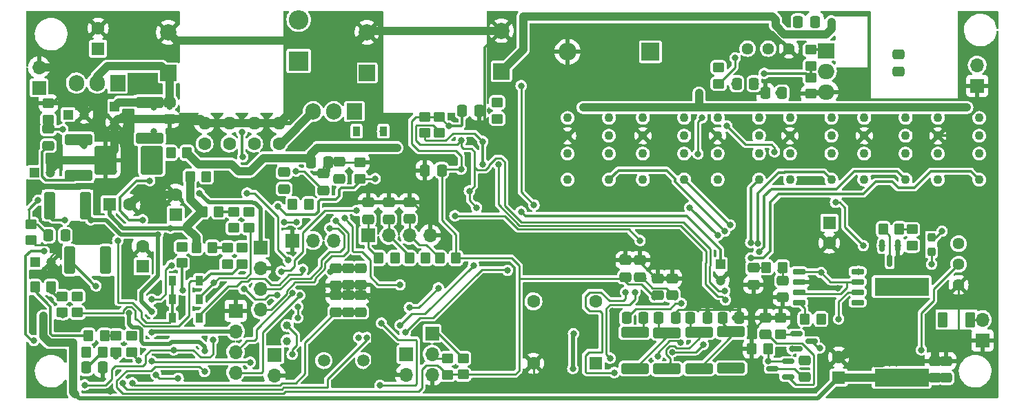
<source format=gbl>
G04 #@! TF.GenerationSoftware,KiCad,Pcbnew,6.0.10-2.fc37*
G04 #@! TF.CreationDate,2023-02-05T13:57:13+01:00*
G04 #@! TF.ProjectId,Full schematic,46756c6c-2073-4636-9865-6d617469632e,rev?*
G04 #@! TF.SameCoordinates,Original*
G04 #@! TF.FileFunction,Copper,L2,Bot*
G04 #@! TF.FilePolarity,Positive*
%FSLAX46Y46*%
G04 Gerber Fmt 4.6, Leading zero omitted, Abs format (unit mm)*
G04 Created by KiCad (PCBNEW 6.0.10-2.fc37) date 2023-02-05 13:57:13*
%MOMM*%
%LPD*%
G01*
G04 APERTURE LIST*
G04 Aperture macros list*
%AMRoundRect*
0 Rectangle with rounded corners*
0 $1 Rounding radius*
0 $2 $3 $4 $5 $6 $7 $8 $9 X,Y pos of 4 corners*
0 Add a 4 corners polygon primitive as box body*
4,1,4,$2,$3,$4,$5,$6,$7,$8,$9,$2,$3,0*
0 Add four circle primitives for the rounded corners*
1,1,$1+$1,$2,$3*
1,1,$1+$1,$4,$5*
1,1,$1+$1,$6,$7*
1,1,$1+$1,$8,$9*
0 Add four rect primitives between the rounded corners*
20,1,$1+$1,$2,$3,$4,$5,0*
20,1,$1+$1,$4,$5,$6,$7,0*
20,1,$1+$1,$6,$7,$8,$9,0*
20,1,$1+$1,$8,$9,$2,$3,0*%
G04 Aperture macros list end*
G04 #@! TA.AperFunction,SMDPad,CuDef*
%ADD10RoundRect,0.150000X-0.650000X-0.150000X0.650000X-0.150000X0.650000X0.150000X-0.650000X0.150000X0*%
G04 #@! TD*
G04 #@! TA.AperFunction,ComponentPad*
%ADD11C,1.440000*%
G04 #@! TD*
G04 #@! TA.AperFunction,ComponentPad*
%ADD12C,1.600000*%
G04 #@! TD*
G04 #@! TA.AperFunction,ComponentPad*
%ADD13O,1.600000X1.600000*%
G04 #@! TD*
G04 #@! TA.AperFunction,SMDPad,CuDef*
%ADD14RoundRect,0.250000X0.350000X0.450000X-0.350000X0.450000X-0.350000X-0.450000X0.350000X-0.450000X0*%
G04 #@! TD*
G04 #@! TA.AperFunction,SMDPad,CuDef*
%ADD15RoundRect,0.250000X-0.450000X0.350000X-0.450000X-0.350000X0.450000X-0.350000X0.450000X0.350000X0*%
G04 #@! TD*
G04 #@! TA.AperFunction,SMDPad,CuDef*
%ADD16RoundRect,0.250000X0.337500X0.475000X-0.337500X0.475000X-0.337500X-0.475000X0.337500X-0.475000X0*%
G04 #@! TD*
G04 #@! TA.AperFunction,SMDPad,CuDef*
%ADD17RoundRect,0.250000X0.475000X-0.337500X0.475000X0.337500X-0.475000X0.337500X-0.475000X-0.337500X0*%
G04 #@! TD*
G04 #@! TA.AperFunction,SMDPad,CuDef*
%ADD18RoundRect,0.250000X-0.350000X-0.450000X0.350000X-0.450000X0.350000X0.450000X-0.350000X0.450000X0*%
G04 #@! TD*
G04 #@! TA.AperFunction,SMDPad,CuDef*
%ADD19RoundRect,0.250000X-0.475000X0.337500X-0.475000X-0.337500X0.475000X-0.337500X0.475000X0.337500X0*%
G04 #@! TD*
G04 #@! TA.AperFunction,SMDPad,CuDef*
%ADD20RoundRect,0.250000X0.450000X-0.350000X0.450000X0.350000X-0.450000X0.350000X-0.450000X-0.350000X0*%
G04 #@! TD*
G04 #@! TA.AperFunction,ComponentPad*
%ADD21R,1.700000X1.700000*%
G04 #@! TD*
G04 #@! TA.AperFunction,ComponentPad*
%ADD22O,1.700000X1.700000*%
G04 #@! TD*
G04 #@! TA.AperFunction,SMDPad,CuDef*
%ADD23RoundRect,0.250000X-0.362500X-0.700000X0.362500X-0.700000X0.362500X0.700000X-0.362500X0.700000X0*%
G04 #@! TD*
G04 #@! TA.AperFunction,ComponentPad*
%ADD24R,1.905000X2.000000*%
G04 #@! TD*
G04 #@! TA.AperFunction,ComponentPad*
%ADD25O,1.905000X2.000000*%
G04 #@! TD*
G04 #@! TA.AperFunction,ComponentPad*
%ADD26C,1.000000*%
G04 #@! TD*
G04 #@! TA.AperFunction,ComponentPad*
%ADD27R,2.400000X2.400000*%
G04 #@! TD*
G04 #@! TA.AperFunction,ComponentPad*
%ADD28O,2.400000X2.400000*%
G04 #@! TD*
G04 #@! TA.AperFunction,SMDPad,CuDef*
%ADD29RoundRect,0.250000X-0.337500X-0.475000X0.337500X-0.475000X0.337500X0.475000X-0.337500X0.475000X0*%
G04 #@! TD*
G04 #@! TA.AperFunction,SMDPad,CuDef*
%ADD30R,0.900000X1.200000*%
G04 #@! TD*
G04 #@! TA.AperFunction,ComponentPad*
%ADD31C,1.100000*%
G04 #@! TD*
G04 #@! TA.AperFunction,SMDPad,CuDef*
%ADD32RoundRect,0.250000X-1.450000X0.400000X-1.450000X-0.400000X1.450000X-0.400000X1.450000X0.400000X0*%
G04 #@! TD*
G04 #@! TA.AperFunction,ComponentPad*
%ADD33R,1.600000X1.600000*%
G04 #@! TD*
G04 #@! TA.AperFunction,ComponentPad*
%ADD34R,1.200000X1.200000*%
G04 #@! TD*
G04 #@! TA.AperFunction,ComponentPad*
%ADD35C,1.200000*%
G04 #@! TD*
G04 #@! TA.AperFunction,ComponentPad*
%ADD36R,2.200000X2.200000*%
G04 #@! TD*
G04 #@! TA.AperFunction,ComponentPad*
%ADD37O,2.200000X2.200000*%
G04 #@! TD*
G04 #@! TA.AperFunction,ComponentPad*
%ADD38C,1.500000*%
G04 #@! TD*
G04 #@! TA.AperFunction,SMDPad,CuDef*
%ADD39RoundRect,0.150000X0.587500X0.150000X-0.587500X0.150000X-0.587500X-0.150000X0.587500X-0.150000X0*%
G04 #@! TD*
G04 #@! TA.AperFunction,SMDPad,CuDef*
%ADD40RoundRect,0.250000X1.112500X1.500000X-1.112500X1.500000X-1.112500X-1.500000X1.112500X-1.500000X0*%
G04 #@! TD*
G04 #@! TA.AperFunction,ComponentPad*
%ADD41R,2.000000X2.000000*%
G04 #@! TD*
G04 #@! TA.AperFunction,ComponentPad*
%ADD42C,2.000000*%
G04 #@! TD*
G04 #@! TA.AperFunction,ComponentPad*
%ADD43R,2.000000X1.905000*%
G04 #@! TD*
G04 #@! TA.AperFunction,ComponentPad*
%ADD44O,2.000000X1.905000*%
G04 #@! TD*
G04 #@! TA.AperFunction,SMDPad,CuDef*
%ADD45RoundRect,0.237500X-0.237500X0.287500X-0.237500X-0.287500X0.237500X-0.287500X0.237500X0.287500X0*%
G04 #@! TD*
G04 #@! TA.AperFunction,SMDPad,CuDef*
%ADD46RoundRect,0.150000X-0.150000X0.587500X-0.150000X-0.587500X0.150000X-0.587500X0.150000X0.587500X0*%
G04 #@! TD*
G04 #@! TA.AperFunction,SMDPad,CuDef*
%ADD47RoundRect,0.250000X-0.400000X-1.450000X0.400000X-1.450000X0.400000X1.450000X-0.400000X1.450000X0*%
G04 #@! TD*
G04 #@! TA.AperFunction,SMDPad,CuDef*
%ADD48RoundRect,0.150000X-0.587500X-0.150000X0.587500X-0.150000X0.587500X0.150000X-0.587500X0.150000X0*%
G04 #@! TD*
G04 #@! TA.AperFunction,SMDPad,CuDef*
%ADD49R,6.730000X2.160000*%
G04 #@! TD*
G04 #@! TA.AperFunction,ViaPad*
%ADD50C,0.800000*%
G04 #@! TD*
G04 #@! TA.AperFunction,Conductor*
%ADD51C,0.300000*%
G04 #@! TD*
G04 #@! TA.AperFunction,Conductor*
%ADD52C,0.250000*%
G04 #@! TD*
G04 #@! TA.AperFunction,Conductor*
%ADD53C,1.000000*%
G04 #@! TD*
G04 #@! TA.AperFunction,Conductor*
%ADD54C,0.500000*%
G04 #@! TD*
G04 APERTURE END LIST*
D10*
X114637000Y-54610000D03*
X114637000Y-53340000D03*
X114637000Y-52070000D03*
X114637000Y-50800000D03*
X121837000Y-50800000D03*
X121837000Y-52070000D03*
X121837000Y-53340000D03*
X121837000Y-54610000D03*
D11*
X113411000Y-23368000D03*
X110871000Y-23368000D03*
X108331000Y-23368000D03*
D12*
X47752000Y-35052000D03*
D13*
X47752000Y-32512000D03*
D14*
X72517000Y-49149000D03*
X70517000Y-49149000D03*
X68802000Y-49149000D03*
X66802000Y-49149000D03*
D15*
X26035000Y-53848000D03*
X26035000Y-55848000D03*
D16*
X112565000Y-28829000D03*
X110490000Y-28829000D03*
D17*
X97282000Y-53742500D03*
X97282000Y-51667500D03*
D18*
X27117000Y-60736000D03*
X29117000Y-60736000D03*
D19*
X115316000Y-61722000D03*
X115316000Y-63797000D03*
D20*
X104775000Y-27686000D03*
X104775000Y-25686000D03*
D15*
X38862000Y-47768000D03*
X38862000Y-49768000D03*
D20*
X22479000Y-32115000D03*
X22479000Y-30115000D03*
D15*
X46228000Y-47879000D03*
X46228000Y-49879000D03*
X44450000Y-47879000D03*
X44450000Y-49879000D03*
D21*
X69596000Y-58435000D03*
D22*
X69596000Y-60975000D03*
X69596000Y-63515000D03*
D15*
X30800000Y-58704000D03*
X30800000Y-60704000D03*
X20320000Y-44958000D03*
X20320000Y-46958000D03*
D20*
X60706000Y-39370000D03*
X60706000Y-37370000D03*
D23*
X132311000Y-56726000D03*
X135636000Y-56726000D03*
D24*
X60071000Y-31115000D03*
D25*
X57531000Y-31115000D03*
X54991000Y-31115000D03*
D17*
X110490000Y-58547000D03*
X110490000Y-56472000D03*
D26*
X51783000Y-59343959D03*
X51783000Y-57443959D03*
D27*
X53213000Y-24892000D03*
D28*
X53213000Y-19812000D03*
D15*
X47117000Y-43450000D03*
X47117000Y-45450000D03*
D14*
X110839000Y-60325000D03*
X108839000Y-60325000D03*
D29*
X73279000Y-30988000D03*
X75354000Y-30988000D03*
D12*
X50800000Y-35052000D03*
D13*
X50800000Y-32512000D03*
D30*
X37721000Y-51943000D03*
X41021000Y-51943000D03*
D31*
X122656000Y-39487000D03*
X122656000Y-36287000D03*
X122656000Y-34087000D03*
X122656000Y-31887000D03*
X127736000Y-31887000D03*
X127736000Y-34087000D03*
X127736000Y-36287000D03*
X127736000Y-39487000D03*
D21*
X21336000Y-28194000D03*
D22*
X21336000Y-25654000D03*
D17*
X57752000Y-55814459D03*
X57752000Y-53739459D03*
D29*
X27117000Y-62641000D03*
X29192000Y-62641000D03*
D14*
X39497000Y-36195000D03*
X37497000Y-36195000D03*
X126984000Y-45593000D03*
X124984000Y-45593000D03*
D17*
X132715000Y-63881000D03*
X132715000Y-61806000D03*
X66802000Y-44344500D03*
X66802000Y-42269500D03*
X95123000Y-51478000D03*
X95123000Y-49403000D03*
D21*
X48514000Y-47879000D03*
D22*
X48514000Y-50419000D03*
X48514000Y-52959000D03*
X48514000Y-55499000D03*
D19*
X37338000Y-29972000D03*
X37338000Y-32047000D03*
X51435000Y-38586500D03*
X51435000Y-40661500D03*
D17*
X59276000Y-55814459D03*
X59276000Y-53739459D03*
D31*
X131699000Y-39497000D03*
X131699000Y-36297000D03*
X131699000Y-34097000D03*
X131699000Y-31897000D03*
X136779000Y-31897000D03*
X136779000Y-34097000D03*
X136779000Y-36297000D03*
X136779000Y-39497000D03*
D20*
X71501000Y-63500000D03*
X71501000Y-61500000D03*
D32*
X34925000Y-29972000D03*
X34925000Y-34422000D03*
D33*
X28575000Y-23368000D03*
D12*
X28575000Y-20868000D03*
D17*
X64262000Y-44366000D03*
X64262000Y-42291000D03*
D30*
X60325000Y-33528000D03*
X63625000Y-33528000D03*
D21*
X50259000Y-61042959D03*
D22*
X50259000Y-63582959D03*
D31*
X86233000Y-39497000D03*
X86233000Y-36297000D03*
X86233000Y-34097000D03*
X86233000Y-31897000D03*
X91313000Y-31897000D03*
X91313000Y-34097000D03*
X91313000Y-36297000D03*
X91313000Y-39497000D03*
D34*
X24892000Y-31496000D03*
D35*
X26892000Y-31496000D03*
D15*
X116078000Y-23527000D03*
X116078000Y-25527000D03*
D32*
X106299000Y-58227000D03*
X106299000Y-62677000D03*
D11*
X134239000Y-47371000D03*
X134239000Y-49911000D03*
X134239000Y-52451000D03*
D29*
X68707000Y-38354000D03*
X70782000Y-38354000D03*
D33*
X119507000Y-63838000D03*
D12*
X119507000Y-61338000D03*
X41656000Y-35052000D03*
D13*
X41656000Y-32512000D03*
D18*
X39878000Y-39116000D03*
X41878000Y-39116000D03*
D36*
X96393000Y-23749000D03*
D37*
X86233000Y-23749000D03*
D19*
X60800000Y-50394459D03*
X60800000Y-52469459D03*
D33*
X34036000Y-50165000D03*
D12*
X34036000Y-47665000D03*
D17*
X99060000Y-53721000D03*
X99060000Y-51646000D03*
D15*
X24130000Y-53848000D03*
X24130000Y-55848000D03*
D29*
X114511000Y-20066000D03*
X116586000Y-20066000D03*
D16*
X109093000Y-27686000D03*
X107018000Y-27686000D03*
D19*
X109049000Y-50342000D03*
X109049000Y-52417000D03*
D16*
X95547000Y-56515000D03*
X93472000Y-56515000D03*
D34*
X30607000Y-30480000D03*
D35*
X30607000Y-32480000D03*
D19*
X112649000Y-51921500D03*
X112649000Y-53996500D03*
D18*
X41402000Y-43434000D03*
X43402000Y-43434000D03*
D38*
X61181000Y-61761959D03*
X56301000Y-61761959D03*
D19*
X126873000Y-24108500D03*
X126873000Y-26183500D03*
D15*
X70485000Y-31750000D03*
X70485000Y-33750000D03*
D32*
X94488000Y-58288000D03*
X94488000Y-62738000D03*
D18*
X20828000Y-52705000D03*
X22828000Y-52705000D03*
D30*
X37719000Y-54229000D03*
X41019000Y-54229000D03*
D29*
X54737000Y-37338000D03*
X56812000Y-37338000D03*
X105261500Y-56515000D03*
X107336500Y-56515000D03*
D19*
X59276000Y-50394459D03*
X59276000Y-52469459D03*
D33*
X38100000Y-43815000D03*
D12*
X38100000Y-41315000D03*
D17*
X131318000Y-63881000D03*
X131318000Y-61806000D03*
D31*
X95478000Y-39487000D03*
X95478000Y-36287000D03*
X95478000Y-34087000D03*
X95478000Y-31887000D03*
X100558000Y-31887000D03*
X100558000Y-34087000D03*
X100558000Y-36287000D03*
X100558000Y-39487000D03*
D33*
X29975621Y-42545000D03*
D12*
X32475621Y-42545000D03*
D39*
X113284000Y-61849000D03*
X113284000Y-63749000D03*
X111409000Y-62799000D03*
D34*
X20828000Y-49657000D03*
D35*
X22828000Y-49657000D03*
D21*
X61722000Y-46355000D03*
D22*
X64262000Y-46355000D03*
X66802000Y-46355000D03*
X69342000Y-46355000D03*
D33*
X89662000Y-62103000D03*
D12*
X82042000Y-62103000D03*
X82042000Y-54483000D03*
X89662000Y-54483000D03*
D30*
X37719000Y-56515000D03*
X41019000Y-56515000D03*
D32*
X26162000Y-34539000D03*
X26162000Y-38989000D03*
D40*
X35179000Y-37084000D03*
X29454000Y-37084000D03*
D19*
X57752000Y-50415959D03*
X57752000Y-52490959D03*
D14*
X117348000Y-56642000D03*
X115348000Y-56642000D03*
D29*
X97409000Y-56515000D03*
X99484000Y-56515000D03*
D21*
X137160000Y-59266000D03*
D22*
X137160000Y-56726000D03*
D14*
X65024000Y-49149000D03*
X63024000Y-49149000D03*
D33*
X118364000Y-44791621D03*
D12*
X118364000Y-47291621D03*
D17*
X58166000Y-39370000D03*
X58166000Y-37295000D03*
D15*
X45212000Y-43434000D03*
X45212000Y-45434000D03*
D18*
X110617000Y-50292000D03*
X112617000Y-50292000D03*
D21*
X136525000Y-27945000D03*
D22*
X136525000Y-25405000D03*
D17*
X56261000Y-40810000D03*
X56261000Y-38735000D03*
D21*
X66388000Y-60994959D03*
D22*
X66388000Y-63534959D03*
D20*
X128524000Y-47609000D03*
X128524000Y-45609000D03*
D32*
X102362000Y-58288000D03*
X102362000Y-62738000D03*
D41*
X37211000Y-26370677D03*
D42*
X37211000Y-21370677D03*
D15*
X116078000Y-26940000D03*
X116078000Y-28940000D03*
D21*
X52451000Y-46990000D03*
D22*
X54991000Y-46990000D03*
X57531000Y-46990000D03*
D29*
X101324500Y-56515000D03*
X103399500Y-56515000D03*
D17*
X22479000Y-35327500D03*
X22479000Y-33252500D03*
D43*
X117983000Y-23627000D03*
D44*
X117983000Y-26167000D03*
X117983000Y-28707000D03*
D16*
X24554000Y-46355000D03*
X22479000Y-46355000D03*
D20*
X73406000Y-63484000D03*
X73406000Y-61484000D03*
D12*
X44704000Y-35052000D03*
D13*
X44704000Y-32512000D03*
D15*
X32705000Y-58704000D03*
X32705000Y-60704000D03*
D31*
X113538000Y-39497000D03*
X113538000Y-36297000D03*
X113538000Y-34097000D03*
X113538000Y-31897000D03*
X118618000Y-31897000D03*
X118618000Y-34097000D03*
X118618000Y-36297000D03*
X118618000Y-39497000D03*
D17*
X93345000Y-51478000D03*
X93345000Y-49403000D03*
D15*
X68707000Y-31750000D03*
X68707000Y-33750000D03*
D32*
X98425000Y-58354000D03*
X98425000Y-62804000D03*
D45*
X130937000Y-46623000D03*
X130937000Y-48373000D03*
D15*
X77597000Y-30004000D03*
X77597000Y-32004000D03*
D41*
X61595000Y-26370677D03*
D42*
X61595000Y-21370677D03*
D17*
X60800000Y-55814459D03*
X60800000Y-53739459D03*
D18*
X27371000Y-58704000D03*
X29371000Y-58704000D03*
D34*
X20744401Y-38608000D03*
D35*
X22744401Y-38608000D03*
D18*
X40640000Y-47879000D03*
X42640000Y-47879000D03*
D41*
X78105000Y-26162000D03*
D42*
X78105000Y-21162000D03*
D46*
X124841000Y-47625000D03*
X126741000Y-47625000D03*
X125791000Y-49500000D03*
D34*
X104985000Y-49920401D03*
D35*
X104985000Y-51920401D03*
D18*
X52451000Y-42545000D03*
X54451000Y-42545000D03*
D17*
X61722000Y-44366000D03*
X61722000Y-42291000D03*
D24*
X30988000Y-27615000D03*
D25*
X28448000Y-27615000D03*
X25908000Y-27615000D03*
D47*
X22601000Y-42672000D03*
X27051000Y-42672000D03*
D48*
X114300000Y-60325000D03*
X114300000Y-58425000D03*
X116175000Y-59375000D03*
D47*
X25080000Y-49403000D03*
X29530000Y-49403000D03*
D20*
X112395000Y-58531000D03*
X112395000Y-56531000D03*
D49*
X127254000Y-63840000D03*
X127254000Y-52660000D03*
D21*
X45466000Y-55626000D03*
D22*
X45466000Y-58166000D03*
X45466000Y-60706000D03*
X45466000Y-63246000D03*
D31*
X104648000Y-39497000D03*
X104648000Y-36297000D03*
X104648000Y-34097000D03*
X104648000Y-31897000D03*
X109728000Y-31897000D03*
X109728000Y-34097000D03*
X109728000Y-36297000D03*
X109728000Y-39497000D03*
D50*
X84455000Y-32004000D03*
X55245000Y-56769000D03*
X30099000Y-65532000D03*
X138684000Y-62103000D03*
X124841000Y-61214000D03*
X138430000Y-54356000D03*
X123063000Y-61595000D03*
X90805000Y-20828000D03*
X123952000Y-56642000D03*
X32258000Y-19558000D03*
X82296000Y-21336000D03*
X126619000Y-59393000D03*
X71628000Y-56642000D03*
X125730000Y-54991000D03*
X135128000Y-19431000D03*
X107442000Y-41656000D03*
X75819000Y-54991000D03*
X58674000Y-34120000D03*
X23622000Y-26162000D03*
X110490000Y-28829000D03*
X25019000Y-19431000D03*
X129286000Y-61976000D03*
X60052323Y-22370677D03*
X138430000Y-39497000D03*
X117221000Y-32385000D03*
X106299000Y-60452000D03*
X123952000Y-55753000D03*
X122174000Y-56261000D03*
X121285000Y-60706000D03*
X29149000Y-62641000D03*
X121920000Y-65659000D03*
X73279000Y-54991000D03*
X138430000Y-37338000D03*
X123952000Y-32385000D03*
X138430000Y-48260000D03*
X131191000Y-59012000D03*
X83820000Y-53848000D03*
X107442000Y-39497000D03*
X134725500Y-59012000D03*
X102108000Y-53086000D03*
X120396000Y-59309000D03*
X58768000Y-63158959D03*
X93091000Y-41656000D03*
X85344000Y-56515000D03*
X90551000Y-28956000D03*
X89281000Y-24765000D03*
X88138000Y-35179000D03*
X78994000Y-62357000D03*
X86995000Y-50292000D03*
X126619000Y-58504000D03*
X138430000Y-46355000D03*
X137160000Y-65913000D03*
X123952000Y-35179000D03*
X77597000Y-59563000D03*
X128397000Y-61976000D03*
X20574000Y-65405000D03*
X96520000Y-64770000D03*
X138684000Y-65913000D03*
X138430000Y-42037000D03*
X62230000Y-29591000D03*
X85471000Y-64262000D03*
X99695000Y-46482000D03*
X125730000Y-55880000D03*
X100203000Y-42037000D03*
X112649000Y-53975000D03*
X116543000Y-20071000D03*
X124841000Y-57658000D03*
X107992000Y-21378000D03*
X59944000Y-19558000D03*
X99060000Y-64770000D03*
X127508000Y-59055000D03*
X20574000Y-23114000D03*
X27051000Y-19431000D03*
X87630000Y-32004000D03*
X138430000Y-44196000D03*
X117221000Y-35179000D03*
X88773000Y-20828000D03*
X112395000Y-56515000D03*
X125730000Y-57658000D03*
X123063000Y-62484000D03*
X132588000Y-65913000D03*
X126111000Y-35179000D03*
X123952000Y-62103000D03*
X135255000Y-23368000D03*
X56896000Y-37338000D03*
X20447000Y-61341000D03*
X105664000Y-37846000D03*
X127508000Y-61976000D03*
X123952000Y-54864000D03*
X90043000Y-48768000D03*
X126238000Y-65913000D03*
X91821000Y-59479000D03*
X124206000Y-65913000D03*
X89916000Y-32004000D03*
X124841000Y-55880000D03*
X130429000Y-65913000D03*
X121285000Y-58039000D03*
X98298000Y-47879000D03*
X78486000Y-48006000D03*
X68834000Y-51943000D03*
X135128000Y-35179000D03*
X82042000Y-40386000D03*
X125984000Y-32385000D03*
X90170000Y-64770000D03*
X100711000Y-20828000D03*
X115062000Y-32385000D03*
X126619000Y-61214000D03*
X95250000Y-28956000D03*
X123063000Y-57150000D03*
X93091000Y-35179000D03*
X111252000Y-33147000D03*
X123063000Y-59817000D03*
X125730000Y-59393000D03*
X119634000Y-58801000D03*
X122174000Y-61595000D03*
X122174000Y-58039000D03*
X62230000Y-19558000D03*
X57752000Y-53760959D03*
X96266000Y-27051000D03*
X138430000Y-27432000D03*
X135009603Y-32393603D03*
X34758000Y-41315000D03*
X108585000Y-56515000D03*
X121285000Y-57150000D03*
X42672000Y-57150000D03*
X126111000Y-37465000D03*
X135001000Y-65913000D03*
X123952000Y-60325000D03*
X93599000Y-27051000D03*
X76962000Y-61214000D03*
X20574000Y-57531000D03*
X93091000Y-20828000D03*
X90170000Y-35179000D03*
X138430000Y-24765000D03*
X74930000Y-45085000D03*
X66294000Y-38354000D03*
X80772000Y-64135000D03*
X76073000Y-33401000D03*
X57766323Y-22370677D03*
X124841000Y-54991000D03*
X101600000Y-64770000D03*
X103378000Y-54864000D03*
X96520000Y-46355000D03*
X93345000Y-64770000D03*
X27686000Y-54737000D03*
X102489000Y-20828000D03*
X86995000Y-37846000D03*
X20701000Y-19431000D03*
X79248000Y-59563000D03*
X122174000Y-60706000D03*
X91694000Y-55626000D03*
X129413000Y-32385000D03*
X90551000Y-27051000D03*
X90170000Y-46990000D03*
X123063000Y-58039000D03*
X93091000Y-32004000D03*
X92837000Y-28956000D03*
X30480000Y-38481000D03*
X125730000Y-58504000D03*
X66929000Y-51943000D03*
X75184000Y-59563000D03*
X87249000Y-53848000D03*
X83566000Y-50292000D03*
X138684000Y-64389000D03*
X77597000Y-64389000D03*
X35179000Y-19558000D03*
X55480323Y-22370677D03*
X122174000Y-57150000D03*
X88392000Y-41656000D03*
X115062000Y-36449000D03*
X29845000Y-57023000D03*
X123952000Y-58504000D03*
X66040000Y-34163000D03*
X124841000Y-58504000D03*
X27686000Y-57023000D03*
X60016500Y-53739459D03*
X25400000Y-24511000D03*
X104013000Y-64770000D03*
X74422000Y-56642000D03*
X108204000Y-33147000D03*
X123952000Y-61214000D03*
X88138000Y-28956000D03*
X106426000Y-20828000D03*
X99441000Y-37338000D03*
X121285000Y-58928000D03*
X97663000Y-32131000D03*
X87503000Y-27051000D03*
X92964000Y-49022000D03*
X83566000Y-46990000D03*
X90678000Y-41656000D03*
X78105000Y-54991000D03*
X78232000Y-45085000D03*
X73025000Y-59563000D03*
X126619000Y-60325000D03*
X138430000Y-52324000D03*
X123063000Y-56388000D03*
X102108000Y-48895000D03*
X120396000Y-58420000D03*
X29845000Y-52197000D03*
X26503000Y-20868000D03*
X25019000Y-52578000D03*
X81915000Y-59690000D03*
X133096000Y-32385000D03*
X23876000Y-57658000D03*
X54229000Y-57658000D03*
X43561000Y-55626000D03*
X121285000Y-59817000D03*
X86995000Y-46990000D03*
X51816000Y-30099000D03*
X98425000Y-20828000D03*
X81788000Y-56261000D03*
X29845000Y-54737000D03*
X133096000Y-35052000D03*
X126873000Y-26162000D03*
X124841000Y-60325000D03*
X77724000Y-33782000D03*
X76835000Y-56642000D03*
X115062000Y-34290000D03*
X110490000Y-54356000D03*
X66040000Y-32131000D03*
X59436000Y-26797000D03*
X79248000Y-56642000D03*
X123952000Y-37465000D03*
X123063000Y-55499000D03*
X86868000Y-20828000D03*
X121285000Y-62484000D03*
X106426000Y-64770000D03*
X98044000Y-40005000D03*
X85090000Y-61722000D03*
X128397000Y-65913000D03*
X60800000Y-52469459D03*
X75057000Y-48006000D03*
X95885000Y-20828000D03*
X125730000Y-61214000D03*
X125730000Y-60325000D03*
X57752000Y-52490959D03*
X75184000Y-64389000D03*
X91567000Y-24765000D03*
X126619000Y-57658000D03*
X85344000Y-28956000D03*
X106807000Y-56515000D03*
X124841000Y-56769000D03*
X108585000Y-37846000D03*
X123952000Y-57531000D03*
X29972000Y-19431000D03*
X126619000Y-62103000D03*
X116078000Y-52070000D03*
X125730000Y-56769000D03*
X55118000Y-26797000D03*
X34290000Y-63881000D03*
X138430000Y-29972000D03*
X119423000Y-52832000D03*
X123063000Y-58928000D03*
X122174000Y-62484000D03*
X90551000Y-37846000D03*
X110490000Y-56388000D03*
X104394000Y-20828000D03*
X68326000Y-41148000D03*
X26670000Y-22606000D03*
X138430000Y-35052000D03*
X123952000Y-59393000D03*
X69596000Y-40259000D03*
X129413000Y-37592000D03*
X57785000Y-19558000D03*
X138430000Y-32639000D03*
X135128000Y-37465000D03*
X97917000Y-42926000D03*
X123063000Y-60706000D03*
X125730000Y-62103000D03*
X36703000Y-32004000D03*
X109049000Y-52417000D03*
X97028000Y-37338000D03*
X76454000Y-39243000D03*
X96901000Y-51435000D03*
X124841000Y-62103000D03*
X99441000Y-35179000D03*
X126619000Y-54991000D03*
X119761000Y-65659000D03*
X126619000Y-55880000D03*
X76454000Y-42545000D03*
X121285000Y-56261000D03*
X64864000Y-63285959D03*
X69596000Y-42418000D03*
X126619000Y-56769000D03*
X122174000Y-58928000D03*
X132969000Y-37465000D03*
X117221000Y-37465000D03*
X122174000Y-59817000D03*
X121285000Y-61595000D03*
X23876000Y-65532000D03*
X138430000Y-50292000D03*
X99484000Y-56515000D03*
X75184000Y-62357000D03*
X82042000Y-36957000D03*
X94107000Y-24765000D03*
X126746000Y-47625000D03*
X57150000Y-26797000D03*
X97028000Y-35179000D03*
X109093000Y-54610000D03*
X55499000Y-19558000D03*
X106299000Y-35179000D03*
X124841000Y-59393000D03*
X108712000Y-64770000D03*
X99695000Y-49784000D03*
X135255000Y-30607000D03*
X97663000Y-30607000D03*
X106553000Y-30607000D03*
X115443000Y-30607000D03*
X129667000Y-30607000D03*
X88138000Y-30607000D03*
X102362000Y-28829000D03*
X124714000Y-30607000D03*
X110363000Y-26416000D03*
X115951000Y-23622000D03*
X92964000Y-51689000D03*
X41656000Y-63119000D03*
X41688000Y-60579000D03*
X65024000Y-49149000D03*
X72517000Y-49149000D03*
X73152000Y-38227000D03*
X96901000Y-53975000D03*
X32385000Y-55880000D03*
X71628000Y-32893000D03*
X68834000Y-49149000D03*
X100203000Y-54737000D03*
X51181000Y-40640000D03*
X46228000Y-47879000D03*
X22479000Y-33274000D03*
X24257000Y-33274000D03*
X22479000Y-46355000D03*
X21209000Y-42037000D03*
X101219000Y-42926000D03*
X104648000Y-46355000D03*
X107442000Y-62738000D03*
X106680000Y-27686000D03*
X102235000Y-36322000D03*
X102743000Y-31877000D03*
X65278000Y-35560000D03*
X39497000Y-36195000D03*
X112141000Y-28829000D03*
X114554000Y-20066000D03*
X54737000Y-37338000D03*
X35433000Y-38100000D03*
X58166000Y-39370000D03*
X110871000Y-61849000D03*
X110855000Y-60341000D03*
X118618000Y-20071000D03*
X24511000Y-44450000D03*
X117348000Y-56642000D03*
X128524000Y-47625000D03*
X117348000Y-50927000D03*
X21844000Y-56261000D03*
X80518000Y-43434000D03*
X109049000Y-50385000D03*
X109347000Y-27686000D03*
X115443000Y-61722000D03*
X113792000Y-60325000D03*
X115062000Y-63754000D03*
X110490000Y-58547000D03*
X117169000Y-60241000D03*
X104902000Y-25654000D03*
X111633000Y-36068000D03*
X119126000Y-42291000D03*
X105791000Y-32893000D03*
X122555000Y-47625000D03*
X112395000Y-58547000D03*
X44450000Y-49911000D03*
X43307000Y-43434000D03*
X22860000Y-53213000D03*
X42545000Y-47879000D03*
X20828000Y-52832000D03*
X27371000Y-58831000D03*
X59043500Y-55814459D03*
X59338500Y-50394459D03*
X63373000Y-57150000D03*
X32766000Y-64516000D03*
X29591000Y-48641000D03*
X63213000Y-64809959D03*
X57135000Y-50800000D03*
X60800000Y-55792959D03*
X57752000Y-55792959D03*
X60800000Y-50394459D03*
X38417500Y-63944500D03*
X22479000Y-35306000D03*
X102870000Y-59817000D03*
X40640000Y-47879000D03*
X26924000Y-38989000D03*
X35687000Y-63500000D03*
X99060000Y-60706000D03*
X39878000Y-39116000D03*
X41275000Y-43434000D03*
X95504000Y-51689000D03*
X37465000Y-45466000D03*
X86953000Y-58462000D03*
X86868000Y-62738000D03*
X99441000Y-53975000D03*
X27117000Y-62641000D03*
X61595000Y-58928000D03*
X31623000Y-64516000D03*
X35433000Y-30607000D03*
X37338000Y-30480000D03*
X77597000Y-29940000D03*
X54483000Y-42545000D03*
X52451000Y-42545000D03*
X126873000Y-24130000D03*
X37465000Y-36195000D03*
X26902500Y-35327500D03*
X52864000Y-38449000D03*
X51594000Y-38449000D03*
X121920000Y-50800000D03*
X35179000Y-58293000D03*
X27686000Y-44450000D03*
X24511000Y-46355000D03*
X35179000Y-55753000D03*
X35941000Y-46228000D03*
X130937000Y-49911000D03*
X112395000Y-50673000D03*
X132334000Y-56726000D03*
X115316000Y-56642000D03*
X130175000Y-53340000D03*
X135636000Y-56726000D03*
X28319000Y-52578000D03*
X60325000Y-33528000D03*
X63500000Y-33528000D03*
X52418000Y-60999959D03*
X129667000Y-60452000D03*
X38735000Y-47752000D03*
X35179000Y-54229000D03*
X37592000Y-50038000D03*
X106807000Y-24511000D03*
X41783000Y-39116000D03*
X128524000Y-45593000D03*
X105537000Y-45847000D03*
X50546000Y-53721000D03*
X38862000Y-49768000D03*
X60325000Y-43307000D03*
X46482000Y-52959000D03*
X38989000Y-53086000D03*
X51054000Y-50800000D03*
X91440000Y-61468000D03*
X94488000Y-53340000D03*
X77597000Y-32004000D03*
X119507000Y-56642000D03*
X53721000Y-50546000D03*
X37721000Y-56513000D03*
X34036000Y-44450000D03*
X30988000Y-46990000D03*
X34925000Y-39624000D03*
X46355000Y-36703000D03*
X46228000Y-33655000D03*
X52959000Y-44704000D03*
X47244000Y-45466000D03*
X58864500Y-44259500D03*
X51435000Y-44704000D03*
X65659000Y-52451000D03*
X42799000Y-52197000D03*
X46228000Y-49879000D03*
X35433000Y-33528000D03*
X66294000Y-58293000D03*
X60579000Y-58928000D03*
X78867000Y-50673000D03*
X57785000Y-44577000D03*
X57023000Y-45466000D03*
X41021000Y-41148000D03*
X53340000Y-53721000D03*
X52451000Y-53467000D03*
X130937000Y-46623000D03*
X132207000Y-45847000D03*
X30800000Y-61244000D03*
X32705000Y-58831000D03*
X45466000Y-45466000D03*
X47117000Y-43434000D03*
X24257000Y-56134000D03*
X26035000Y-53848000D03*
X27117000Y-60736000D03*
X29276000Y-58831000D03*
X50673000Y-42799000D03*
X62611000Y-39370000D03*
X124841000Y-47625000D03*
X109601000Y-47371000D03*
X70358000Y-52832000D03*
X66802000Y-55245000D03*
X95123000Y-46990000D03*
X72390000Y-43942000D03*
X47244000Y-61976000D03*
X53086000Y-56515000D03*
X33528000Y-61722000D03*
X53086000Y-55118000D03*
X35179000Y-61849000D03*
X42672000Y-59182000D03*
X21971000Y-48260000D03*
X26924000Y-64770000D03*
X37846000Y-60452000D03*
X20701000Y-59309000D03*
X91948000Y-63246000D03*
X93345000Y-53340000D03*
X100076000Y-59563000D03*
X97282000Y-61214000D03*
X82105500Y-42608500D03*
X74676000Y-50038000D03*
X80518000Y-27940000D03*
X65659000Y-57404000D03*
X46863000Y-41148000D03*
X51943000Y-49403000D03*
X73152000Y-34671000D03*
X105537000Y-53213000D03*
X75057000Y-42926000D03*
X74168000Y-40894000D03*
X77724000Y-37592000D03*
X105600500Y-54292500D03*
X75819000Y-37592000D03*
X75819000Y-34798000D03*
X106172000Y-45085000D03*
X109728000Y-48387000D03*
X108712000Y-47244000D03*
X108712000Y-49149000D03*
D51*
X62230000Y-29591000D02*
X61722000Y-29591000D01*
D52*
X69596000Y-63515000D02*
X69596000Y-64717081D01*
D51*
X64864000Y-63285959D02*
X61466635Y-63285959D01*
D53*
X22828000Y-50387000D02*
X22828000Y-49657000D01*
X55480323Y-22370677D02*
X57766323Y-22370677D01*
X23114000Y-25654000D02*
X21336000Y-25654000D01*
D51*
X60800000Y-52469459D02*
X57773500Y-52469459D01*
D53*
X124841000Y-60325000D02*
X124841000Y-61214000D01*
D52*
X134239000Y-58525500D02*
X134239000Y-52451000D01*
D53*
X56515000Y-26797000D02*
X57150000Y-26797000D01*
D52*
X82042000Y-64643000D02*
X82042000Y-62103000D01*
D53*
X37211000Y-21370677D02*
X38211000Y-22370677D01*
D52*
X119423000Y-52832000D02*
X119306000Y-52715000D01*
D51*
X117983000Y-28707000D02*
X116311000Y-28707000D01*
D53*
X33705621Y-41315000D02*
X34758000Y-41315000D01*
D52*
X69596000Y-64717081D02*
X69966919Y-65088000D01*
D51*
X75354000Y-30988000D02*
X76073000Y-30988000D01*
X62281000Y-62217594D02*
X61339635Y-63158959D01*
D53*
X25908000Y-29718000D02*
X24892000Y-29718000D01*
D52*
X60706000Y-37370000D02*
X58241000Y-37370000D01*
X64262000Y-42291000D02*
X66780500Y-42291000D01*
X99484000Y-56515000D02*
X99484000Y-55837000D01*
X103399500Y-55731500D02*
X103666000Y-55465000D01*
D53*
X60052323Y-22370677D02*
X60595000Y-22370677D01*
D51*
X57773500Y-52469459D02*
X57752000Y-52490959D01*
D53*
X50800000Y-32512000D02*
X56515000Y-26797000D01*
X123952000Y-62103000D02*
X124079000Y-59901000D01*
X131318000Y-61806000D02*
X131318000Y-59139000D01*
D52*
X22828000Y-49657000D02*
X22828000Y-48927000D01*
D53*
X78105000Y-21162000D02*
X61803677Y-21162000D01*
X123063000Y-62484000D02*
X122174000Y-62484000D01*
X100711000Y-20828000D02*
X102489000Y-20828000D01*
D52*
X66294000Y-38354000D02*
X64008000Y-38354000D01*
D53*
X24130000Y-26670000D02*
X23622000Y-26162000D01*
D52*
X81597000Y-65088000D02*
X82042000Y-64643000D01*
D53*
X107442000Y-20828000D02*
X107992000Y-21378000D01*
D52*
X118247000Y-52715000D02*
X117602000Y-52070000D01*
D53*
X32475621Y-42545000D02*
X33705621Y-41315000D01*
D51*
X59276000Y-53739459D02*
X59276000Y-52469459D01*
D53*
X34758000Y-41315000D02*
X38100000Y-41315000D01*
D52*
X67161500Y-42269500D02*
X66802000Y-42269500D01*
D53*
X83373000Y-34097000D02*
X86233000Y-34097000D01*
X131318000Y-61806000D02*
X132715000Y-61806000D01*
D51*
X60800000Y-52469459D02*
X60800000Y-53739459D01*
D52*
X107336500Y-56515000D02*
X108585000Y-56515000D01*
D53*
X102489000Y-20828000D02*
X104394000Y-20828000D01*
X121285000Y-60706000D02*
X121285000Y-61595000D01*
D52*
X68707000Y-38354000D02*
X66294000Y-38354000D01*
D53*
X119507000Y-61338000D02*
X121285000Y-60706000D01*
X44704000Y-32512000D02*
X41656000Y-32512000D01*
D51*
X60198000Y-28067000D02*
X60198000Y-22767677D01*
D52*
X64008000Y-38354000D02*
X63024000Y-37370000D01*
X91821000Y-59479000D02*
X91821000Y-55753000D01*
D53*
X22744401Y-38608000D02*
X22744401Y-37834599D01*
D52*
X23241000Y-48514000D02*
X23241000Y-48006000D01*
D53*
X42653323Y-22370677D02*
X44939323Y-22370677D01*
X88773000Y-20828000D02*
X90805000Y-20828000D01*
D52*
X99060000Y-51646000D02*
X97303500Y-51646000D01*
D53*
X57150000Y-22987000D02*
X57766323Y-22370677D01*
X90805000Y-20828000D02*
X93091000Y-20828000D01*
D52*
X69966919Y-65088000D02*
X81597000Y-65088000D01*
D53*
X47479323Y-22370677D02*
X55480323Y-22370677D01*
X121285000Y-61595000D02*
X122174000Y-61595000D01*
D51*
X86233000Y-23749000D02*
X86233000Y-20828000D01*
D52*
X56261000Y-38735000D02*
X56261000Y-37889000D01*
D51*
X61722000Y-29591000D02*
X60198000Y-28067000D01*
D53*
X41191000Y-32047000D02*
X41656000Y-32512000D01*
X57766323Y-22370677D02*
X60052323Y-22370677D01*
D51*
X60198000Y-22767677D02*
X60595000Y-22370677D01*
D53*
X123952000Y-60325000D02*
X124841000Y-60325000D01*
X122174000Y-62484000D02*
X121285000Y-62484000D01*
D52*
X96901000Y-51435000D02*
X95123000Y-49657000D01*
D53*
X82296000Y-33020000D02*
X83373000Y-34097000D01*
X22744401Y-37834599D02*
X23495000Y-37084000D01*
D51*
X60016500Y-53739459D02*
X61413500Y-53739459D01*
D53*
X31040000Y-32047000D02*
X30607000Y-32480000D01*
D52*
X119306000Y-52715000D02*
X118247000Y-52715000D01*
X106807000Y-56515000D02*
X107336500Y-56515000D01*
D53*
X121285000Y-62484000D02*
X123404000Y-61338000D01*
D51*
X61261000Y-32465000D02*
X62230000Y-31496000D01*
D52*
X99484000Y-55837000D02*
X99856000Y-55465000D01*
X97303500Y-51646000D02*
X97282000Y-51667500D01*
X107027000Y-55465000D02*
X107336500Y-55774500D01*
X95123000Y-49657000D02*
X95123000Y-49403000D01*
X103399500Y-56515000D02*
X103399500Y-55731500D01*
D53*
X23622000Y-26162000D02*
X23114000Y-25654000D01*
D51*
X61339635Y-63158959D02*
X58768000Y-63158959D01*
D53*
X29454000Y-36967000D02*
X30607000Y-35814000D01*
X124841000Y-62103000D02*
X123952000Y-62103000D01*
D51*
X133306207Y-34097000D02*
X135009603Y-32393603D01*
D52*
X69342000Y-44450000D02*
X67161500Y-42269500D01*
X103399500Y-55774500D02*
X103399500Y-56515000D01*
D53*
X124079000Y-60663000D02*
X123952000Y-60325000D01*
D52*
X99856000Y-55465000D02*
X103090000Y-55465000D01*
X66780500Y-42291000D02*
X66802000Y-42269500D01*
D53*
X23495000Y-37084000D02*
X29454000Y-37084000D01*
D52*
X103090000Y-55465000D02*
X103399500Y-55774500D01*
D53*
X24892000Y-29718000D02*
X24130000Y-28956000D01*
X124079000Y-59520000D02*
X124079000Y-59901000D01*
X123063000Y-60706000D02*
X123063000Y-61595000D01*
X82804000Y-20828000D02*
X86233000Y-20828000D01*
D51*
X58674000Y-33401000D02*
X59610000Y-32465000D01*
D53*
X82296000Y-21336000D02*
X82296000Y-33020000D01*
D51*
X61466635Y-63285959D02*
X61339635Y-63158959D01*
D52*
X20860000Y-47498000D02*
X20320000Y-46958000D01*
D51*
X76073000Y-33401000D02*
X76073000Y-30988000D01*
X59610000Y-32465000D02*
X61261000Y-32465000D01*
D52*
X56939000Y-37295000D02*
X56896000Y-37338000D01*
D53*
X123404000Y-61338000D02*
X123952000Y-61214000D01*
D51*
X62230000Y-31496000D02*
X62230000Y-29591000D01*
X113411000Y-23368000D02*
X111421000Y-21378000D01*
D53*
X44939323Y-22370677D02*
X45193323Y-22370677D01*
D51*
X22479000Y-30115000D02*
X22971000Y-30115000D01*
D52*
X107336500Y-55774500D02*
X107336500Y-56515000D01*
X22828000Y-48927000D02*
X23241000Y-48514000D01*
D53*
X50800000Y-32512000D02*
X47752000Y-32512000D01*
D52*
X61722000Y-42291000D02*
X64262000Y-42291000D01*
D53*
X122174000Y-61595000D02*
X122174000Y-60706000D01*
X131318000Y-59139000D02*
X131191000Y-59012000D01*
D52*
X69342000Y-46355000D02*
X69342000Y-44450000D01*
D53*
X123952000Y-61214000D02*
X124079000Y-60663000D01*
D52*
X117602000Y-52070000D02*
X116078000Y-52070000D01*
D53*
X124079000Y-58631000D02*
X123952000Y-58504000D01*
X98425000Y-20828000D02*
X100711000Y-20828000D01*
X45193323Y-22370677D02*
X47479323Y-22370677D01*
D52*
X93345000Y-49403000D02*
X95123000Y-49403000D01*
X22733000Y-47498000D02*
X20860000Y-47498000D01*
D53*
X104394000Y-20828000D02*
X106426000Y-20828000D01*
D51*
X111421000Y-21378000D02*
X107992000Y-21378000D01*
D52*
X116078000Y-52070000D02*
X114637000Y-52070000D01*
D51*
X57752000Y-52490959D02*
X57752000Y-53739459D01*
X22971000Y-30115000D02*
X24130000Y-28956000D01*
D52*
X58241000Y-37370000D02*
X58166000Y-37295000D01*
D53*
X24130000Y-28956000D02*
X24130000Y-26670000D01*
X106426000Y-20828000D02*
X107442000Y-20828000D01*
X26892000Y-31496000D02*
X26892000Y-30702000D01*
X124079000Y-59901000D02*
X124079000Y-58631000D01*
D52*
X103378000Y-54864000D02*
X103378000Y-56493500D01*
D51*
X131699000Y-34097000D02*
X133306207Y-34097000D01*
D52*
X56261000Y-37889000D02*
X56812000Y-37338000D01*
X108839000Y-60325000D02*
X108839000Y-58123000D01*
D51*
X60016500Y-53739459D02*
X60800000Y-53739459D01*
X61413500Y-53739459D02*
X62281000Y-54606959D01*
D53*
X123952000Y-59393000D02*
X124079000Y-59520000D01*
D51*
X58674000Y-34120000D02*
X58674000Y-33401000D01*
X76073000Y-23194000D02*
X78105000Y-21162000D01*
X136525000Y-30878207D02*
X136525000Y-27945000D01*
X62281000Y-54606959D02*
X62281000Y-62217594D01*
D52*
X103666000Y-55465000D02*
X107027000Y-55465000D01*
X108839000Y-58123000D02*
X110490000Y-56472000D01*
X58166000Y-37295000D02*
X56939000Y-37295000D01*
X103378000Y-56493500D02*
X103399500Y-56515000D01*
D53*
X93091000Y-20828000D02*
X95885000Y-20828000D01*
D51*
X57752000Y-53739459D02*
X60016500Y-53739459D01*
X76073000Y-30988000D02*
X76073000Y-23194000D01*
D52*
X91821000Y-55753000D02*
X91694000Y-55626000D01*
D53*
X26892000Y-30702000D02*
X25908000Y-29718000D01*
X29454000Y-37084000D02*
X29454000Y-36967000D01*
D52*
X63024000Y-37370000D02*
X60706000Y-37370000D01*
D53*
X61803677Y-21162000D02*
X61595000Y-21370677D01*
X86868000Y-20828000D02*
X88773000Y-20828000D01*
X95885000Y-20828000D02*
X98425000Y-20828000D01*
X123063000Y-61595000D02*
X123063000Y-62484000D01*
X57150000Y-26797000D02*
X57150000Y-22987000D01*
X38211000Y-22370677D02*
X42653323Y-22370677D01*
X124841000Y-61214000D02*
X124841000Y-62103000D01*
D51*
X116311000Y-28707000D02*
X116078000Y-28940000D01*
D53*
X25019000Y-52578000D02*
X22828000Y-50387000D01*
D52*
X23241000Y-48006000D02*
X22733000Y-47498000D01*
D53*
X60595000Y-22370677D02*
X61595000Y-21370677D01*
X86233000Y-20828000D02*
X86868000Y-20828000D01*
X30607000Y-35814000D02*
X30607000Y-32480000D01*
X122174000Y-60706000D02*
X123063000Y-60706000D01*
X47752000Y-32512000D02*
X44704000Y-32512000D01*
X37338000Y-32047000D02*
X41191000Y-32047000D01*
X37338000Y-32047000D02*
X31040000Y-32047000D01*
D52*
X134725500Y-59012000D02*
X134239000Y-58525500D01*
D51*
X135009603Y-32393603D02*
X136525000Y-30878207D01*
D53*
X82296000Y-21336000D02*
X82804000Y-20828000D01*
X97663000Y-30607000D02*
X102616000Y-30607000D01*
X88138000Y-30607000D02*
X97663000Y-30607000D01*
X115443000Y-30607000D02*
X124714000Y-30607000D01*
X102362000Y-28829000D02*
X102362000Y-30353000D01*
D51*
X102362000Y-28829000D02*
X102362000Y-30607000D01*
X102362000Y-30607000D02*
X106553000Y-30607000D01*
D53*
X129667000Y-30607000D02*
X135255000Y-30607000D01*
X106553000Y-30607000D02*
X115443000Y-30607000D01*
X102616000Y-30607000D02*
X106553000Y-30607000D01*
X124714000Y-30607000D02*
X129667000Y-30607000D01*
D51*
X97663000Y-30607000D02*
X102362000Y-30607000D01*
D53*
X102362000Y-30353000D02*
X102616000Y-30607000D01*
D51*
X115554000Y-26416000D02*
X116078000Y-26940000D01*
X110363000Y-26416000D02*
X115554000Y-26416000D01*
X116078000Y-26940000D02*
X116078000Y-25527000D01*
X116078000Y-23527000D02*
X117883000Y-23527000D01*
X117883000Y-23527000D02*
X117983000Y-23627000D01*
D52*
X70782000Y-38354000D02*
X70782000Y-44493000D01*
X70485000Y-62484000D02*
X70358000Y-62484000D01*
X72517000Y-35941000D02*
X73152000Y-36576000D01*
X35052000Y-62992000D02*
X35560000Y-62484000D01*
X31623000Y-65786000D02*
X30861000Y-65024000D01*
X67564000Y-31750000D02*
X67056000Y-32258000D01*
D54*
X37592000Y-59436000D02*
X41021000Y-59436000D01*
D52*
X67942041Y-65534959D02*
X62992000Y-65534959D01*
X51309396Y-65786000D02*
X31623000Y-65786000D01*
X80264000Y-51689000D02*
X80264000Y-50038000D01*
X70214000Y-62340000D02*
X68851000Y-62340000D01*
D54*
X32762000Y-57654000D02*
X33524000Y-57654000D01*
D52*
X68326000Y-65151000D02*
X67942041Y-65534959D01*
X68326000Y-62865000D02*
X68326000Y-65151000D01*
X71628000Y-32893000D02*
X70485000Y-31750000D01*
X70485000Y-31750000D02*
X68707000Y-31750000D01*
X73152000Y-36576000D02*
X73152000Y-38227000D01*
X79375000Y-49149000D02*
X72517000Y-49149000D01*
X70909000Y-38227000D02*
X70782000Y-38354000D01*
D54*
X34163000Y-59690000D02*
X37338000Y-59690000D01*
D52*
X67945000Y-35941000D02*
X72517000Y-35941000D01*
X95316500Y-52390500D02*
X96901000Y-53975000D01*
D51*
X71628000Y-32893000D02*
X73152000Y-32893000D01*
D52*
X80264000Y-62992000D02*
X80264000Y-51689000D01*
X68851000Y-62340000D02*
X68326000Y-62865000D01*
D54*
X33855000Y-59382000D02*
X34163000Y-59690000D01*
X33855000Y-57985000D02*
X33855000Y-59382000D01*
D52*
X73406000Y-63484000D02*
X79772000Y-63484000D01*
D54*
X41021000Y-59436000D02*
X41688000Y-60103000D01*
X37338000Y-59690000D02*
X37592000Y-59436000D01*
D52*
X67056000Y-35052000D02*
X67945000Y-35941000D01*
X73406000Y-63484000D02*
X71517000Y-63484000D01*
X70782000Y-44493000D02*
X72517000Y-46228000D01*
X62988959Y-65538000D02*
X51557396Y-65538000D01*
X92964000Y-51689000D02*
X93665500Y-52390500D01*
X72517000Y-46228000D02*
X72517000Y-49149000D01*
X73152000Y-38227000D02*
X70909000Y-38227000D01*
X71501000Y-63500000D02*
X70485000Y-62484000D01*
X92964000Y-51689000D02*
X80264000Y-51689000D01*
D51*
X73279000Y-32766000D02*
X73279000Y-30988000D01*
D52*
X80264000Y-50038000D02*
X79375000Y-49149000D01*
X68707000Y-31750000D02*
X67564000Y-31750000D01*
X30861000Y-64252695D02*
X32121695Y-62992000D01*
X41021000Y-62484000D02*
X41656000Y-63119000D01*
X62992000Y-65534959D02*
X62988959Y-65538000D01*
D54*
X33524000Y-57654000D02*
X33855000Y-57985000D01*
D52*
X70358000Y-62484000D02*
X70214000Y-62340000D01*
D54*
X41688000Y-60103000D02*
X41688000Y-60579000D01*
D52*
X79772000Y-63484000D02*
X80264000Y-62992000D01*
D54*
X32385000Y-57277000D02*
X32762000Y-57654000D01*
D51*
X73152000Y-32893000D02*
X73279000Y-32766000D01*
D52*
X71517000Y-63484000D02*
X71501000Y-63500000D01*
D54*
X32385000Y-55880000D02*
X32385000Y-57277000D01*
D52*
X32121695Y-62992000D02*
X35052000Y-62992000D01*
X35560000Y-62484000D02*
X41021000Y-62484000D01*
X30861000Y-65024000D02*
X30861000Y-64252695D01*
X67056000Y-32258000D02*
X67056000Y-35052000D01*
X93665500Y-52390500D02*
X95316500Y-52390500D01*
X51557396Y-65538000D02*
X51309396Y-65786000D01*
X95255000Y-58288000D02*
X95547000Y-57996000D01*
X94488000Y-58288000D02*
X95255000Y-58288000D01*
X95547000Y-57996000D02*
X95547000Y-56515000D01*
X94615000Y-55372000D02*
X93472000Y-56515000D01*
X100203000Y-54737000D02*
X99441000Y-54737000D01*
X98806000Y-55372000D02*
X94615000Y-55372000D01*
X99441000Y-54737000D02*
X98806000Y-55372000D01*
X98425000Y-58354000D02*
X97597000Y-58354000D01*
X98425000Y-58801000D02*
X98425000Y-58354000D01*
X97409000Y-58166000D02*
X97409000Y-56515000D01*
X97597000Y-58354000D02*
X97409000Y-58166000D01*
X94488000Y-62738000D02*
X98425000Y-58801000D01*
X105261500Y-57189500D02*
X106299000Y-58227000D01*
X106299000Y-58801000D02*
X106299000Y-58227000D01*
X105261500Y-56515000D02*
X105261500Y-57189500D01*
X102362000Y-62738000D02*
X106299000Y-58801000D01*
D51*
X22479000Y-33274000D02*
X24257000Y-33274000D01*
X20066000Y-43180000D02*
X21209000Y-42037000D01*
D52*
X20320000Y-44958000D02*
X20066000Y-44704000D01*
X21082000Y-44958000D02*
X20320000Y-44958000D01*
X20066000Y-44704000D02*
X20066000Y-43180000D01*
X22479000Y-46355000D02*
X21082000Y-44958000D01*
D51*
X104648000Y-46355000D02*
X101219000Y-42926000D01*
D52*
X102235000Y-32385000D02*
X102743000Y-31877000D01*
X102235000Y-36322000D02*
X102235000Y-32385000D01*
D53*
X54737000Y-36322000D02*
X54737000Y-37338000D01*
X55499000Y-35560000D02*
X54737000Y-36322000D01*
X44958000Y-37592000D02*
X45847000Y-38481000D01*
X39497000Y-36195000D02*
X40894000Y-37592000D01*
X54229000Y-36830000D02*
X54737000Y-37338000D01*
X48895000Y-36830000D02*
X54229000Y-36830000D01*
X45847000Y-38481000D02*
X47244000Y-38481000D01*
X65278000Y-35560000D02*
X55499000Y-35560000D01*
X47244000Y-38481000D02*
X48895000Y-36830000D01*
X40894000Y-37592000D02*
X44958000Y-37592000D01*
D52*
X110855000Y-60341000D02*
X110839000Y-60325000D01*
X110871000Y-61849000D02*
X110871000Y-60357000D01*
X113284000Y-61849000D02*
X110871000Y-61849000D01*
X110871000Y-60357000D02*
X110855000Y-60341000D01*
D53*
X80772000Y-19431000D02*
X80772000Y-23495000D01*
X112835082Y-21590000D02*
X111760000Y-20514918D01*
X118618000Y-20071000D02*
X118618000Y-20955000D01*
X80772000Y-23495000D02*
X78105000Y-26162000D01*
X111760000Y-19812000D02*
X111379000Y-19431000D01*
X118618000Y-20955000D02*
X117983000Y-21590000D01*
X111379000Y-19431000D02*
X80772000Y-19431000D01*
X117983000Y-21590000D02*
X112835082Y-21590000D01*
X111760000Y-20514918D02*
X111760000Y-19812000D01*
D51*
X22601000Y-42672000D02*
X22601000Y-44064000D01*
X22987000Y-44450000D02*
X24511000Y-44450000D01*
X22601000Y-44064000D02*
X22987000Y-44450000D01*
D52*
X120523000Y-52070000D02*
X118491000Y-52070000D01*
X121837000Y-52070000D02*
X120523000Y-52070000D01*
X114854000Y-53557000D02*
X119723305Y-53557000D01*
X119723305Y-53557000D02*
X120523000Y-52757305D01*
X120523000Y-52757305D02*
X120523000Y-52070000D01*
X114637000Y-53340000D02*
X114854000Y-53557000D01*
X117221000Y-50800000D02*
X117348000Y-50927000D01*
X118491000Y-52070000D02*
X117348000Y-50927000D01*
X114637000Y-50800000D02*
X117221000Y-50800000D01*
D53*
X21844000Y-58801000D02*
X21844000Y-56261000D01*
D54*
X117348000Y-66019000D02*
X117348000Y-65997000D01*
D53*
X119423000Y-63838000D02*
X119507000Y-63838000D01*
D54*
X117348000Y-65997000D02*
X119507000Y-63838000D01*
D53*
X22597000Y-59554000D02*
X21844000Y-58801000D01*
D54*
X26268000Y-66400000D02*
X116967000Y-66400000D01*
X116967000Y-66400000D02*
X117348000Y-66019000D01*
D53*
X25527000Y-65659000D02*
X25527000Y-59563000D01*
X127252000Y-63838000D02*
X127254000Y-63840000D01*
X131318000Y-63881000D02*
X127295000Y-63881000D01*
X25518000Y-59554000D02*
X22597000Y-59554000D01*
X131318000Y-63881000D02*
X132715000Y-63881000D01*
X119507000Y-63838000D02*
X127252000Y-63838000D01*
D54*
X25781000Y-65913000D02*
X26268000Y-66400000D01*
D53*
X127295000Y-63881000D02*
X127254000Y-63840000D01*
X25781000Y-65913000D02*
X25527000Y-65659000D01*
X25527000Y-59563000D02*
X25518000Y-59554000D01*
D51*
X104985000Y-49920401D02*
X104985000Y-48089000D01*
X100838000Y-43942000D02*
X81026000Y-43942000D01*
X81026000Y-43942000D02*
X80518000Y-43434000D01*
X104985000Y-48089000D02*
X100838000Y-43942000D01*
D52*
X109099000Y-50292000D02*
X109049000Y-50342000D01*
X110617000Y-50292000D02*
X109099000Y-50292000D01*
X111409000Y-62799000D02*
X114107000Y-62799000D01*
X114107000Y-62799000D02*
X115062000Y-63754000D01*
X116392500Y-64709500D02*
X114244500Y-64709500D01*
X111850827Y-59600000D02*
X114990749Y-59600000D01*
X116459000Y-64643000D02*
X116392500Y-64709500D01*
X116459000Y-61068251D02*
X116459000Y-64643000D01*
X114990749Y-59600000D02*
X116459000Y-61068251D01*
X110490000Y-58547000D02*
X110797827Y-58547000D01*
X110797827Y-58547000D02*
X111850827Y-59600000D01*
X114244500Y-64709500D02*
X113284000Y-63749000D01*
X117169000Y-60241000D02*
X117041000Y-60241000D01*
X117041000Y-60241000D02*
X116175000Y-59375000D01*
X105791000Y-32893000D02*
X108077000Y-35179000D01*
X111633000Y-36068000D02*
X111633000Y-36195000D01*
X111633000Y-35560000D02*
X111633000Y-36068000D01*
X108077000Y-35179000D02*
X111252000Y-35179000D01*
X111252000Y-35179000D02*
X111633000Y-35560000D01*
X120269000Y-45339000D02*
X120269000Y-42926000D01*
X122555000Y-47625000D02*
X120269000Y-45339000D01*
X120269000Y-42926000D02*
X119634000Y-42291000D01*
X119634000Y-42291000D02*
X119126000Y-42291000D01*
X114194000Y-58531000D02*
X114300000Y-58425000D01*
X112395000Y-58531000D02*
X114194000Y-58531000D01*
D51*
X45212000Y-43434000D02*
X43307000Y-43434000D01*
X24130000Y-53848000D02*
X23495000Y-53848000D01*
X23495000Y-53848000D02*
X22860000Y-53213000D01*
X44450000Y-47879000D02*
X42640000Y-47879000D01*
X22733000Y-58420000D02*
X23017000Y-58704000D01*
X22733000Y-55118000D02*
X22733000Y-58420000D01*
X20828000Y-53213000D02*
X22733000Y-55118000D01*
X23017000Y-58704000D02*
X27371000Y-58704000D01*
X20828000Y-52705000D02*
X20828000Y-53213000D01*
X60800000Y-50394459D02*
X59338500Y-50394459D01*
D52*
X52832000Y-64516000D02*
X51181000Y-64516000D01*
X50927000Y-64770000D02*
X33020000Y-64770000D01*
X53975000Y-59591459D02*
X53975000Y-63373000D01*
X67691000Y-59309000D02*
X67691000Y-64643000D01*
D51*
X60800000Y-55814459D02*
X59043500Y-55814459D01*
X59043500Y-55814459D02*
X57752000Y-55814459D01*
X57773500Y-50394459D02*
X57752000Y-50415959D01*
D52*
X65405000Y-59182000D02*
X67564000Y-59182000D01*
X53975000Y-63373000D02*
X52832000Y-64516000D01*
X67691000Y-64643000D02*
X67524041Y-64809959D01*
X67524041Y-64809959D02*
X63213000Y-64809959D01*
D51*
X59338500Y-50394459D02*
X57773500Y-50394459D01*
D52*
X33020000Y-64770000D02*
X32766000Y-64516000D01*
X51181000Y-64516000D02*
X50927000Y-64770000D01*
X63373000Y-57150000D02*
X65405000Y-59182000D01*
X67564000Y-59182000D02*
X67691000Y-59309000D01*
X57752000Y-55814459D02*
X53975000Y-59591459D01*
X102870000Y-59817000D02*
X101981000Y-60706000D01*
D51*
X26162000Y-38989000D02*
X25593000Y-39558000D01*
D53*
X39878000Y-39116000D02*
X39878000Y-41910000D01*
D52*
X86953000Y-62653000D02*
X86868000Y-62738000D01*
D54*
X39497000Y-45212000D02*
X39243000Y-45466000D01*
D53*
X39497000Y-45212000D02*
X39497000Y-45466000D01*
X39878000Y-41910000D02*
X41402000Y-43434000D01*
D54*
X86868000Y-58547000D02*
X86953000Y-58462000D01*
D51*
X21694401Y-36112099D02*
X22479000Y-35327500D01*
D54*
X37465000Y-45466000D02*
X31623000Y-45466000D01*
D52*
X36131500Y-63944500D02*
X35687000Y-63500000D01*
D54*
X31623000Y-45466000D02*
X29975621Y-43818621D01*
D51*
X25593000Y-39558000D02*
X22159000Y-39558000D01*
X22159000Y-39558000D02*
X21694401Y-39093401D01*
D53*
X39497000Y-45466000D02*
X40640000Y-46609000D01*
D54*
X29975621Y-43818621D02*
X29975621Y-42545000D01*
D52*
X98296000Y-52830000D02*
X99441000Y-53975000D01*
D53*
X40640000Y-46609000D02*
X40640000Y-47879000D01*
D52*
X38417500Y-63944500D02*
X36131500Y-63944500D01*
D51*
X25781000Y-38989000D02*
X24765000Y-38989000D01*
D52*
X101981000Y-60706000D02*
X99060000Y-60706000D01*
D53*
X41275000Y-43434000D02*
X39497000Y-45212000D01*
D52*
X96645000Y-52830000D02*
X98296000Y-52830000D01*
D54*
X86868000Y-62738000D02*
X86868000Y-58547000D01*
D51*
X21694401Y-39093401D02*
X21694401Y-36112099D01*
D54*
X39243000Y-45466000D02*
X37465000Y-45466000D01*
D51*
X26162000Y-38989000D02*
X25273000Y-38989000D01*
D52*
X95504000Y-51689000D02*
X96645000Y-52830000D01*
X51371000Y-65088000D02*
X51181000Y-65278000D01*
D51*
X27117000Y-62641000D02*
X27212000Y-62641000D01*
D52*
X56769000Y-64008000D02*
X56769000Y-65024000D01*
D51*
X27212000Y-62641000D02*
X29117000Y-60736000D01*
D52*
X61595000Y-58928000D02*
X61595000Y-59182000D01*
X32131000Y-65278000D02*
X31623000Y-64770000D01*
X51181000Y-65278000D02*
X32131000Y-65278000D01*
X31623000Y-64770000D02*
X31623000Y-64516000D01*
X56705000Y-65088000D02*
X51371000Y-65088000D01*
X56769000Y-65024000D02*
X56705000Y-65088000D01*
X61595000Y-59182000D02*
X56769000Y-64008000D01*
D53*
X37338000Y-26497677D02*
X37211000Y-26370677D01*
X29723500Y-25527000D02*
X36367323Y-25527000D01*
X36367323Y-25527000D02*
X37211000Y-26370677D01*
X34925000Y-29972000D02*
X31115000Y-29972000D01*
X28448000Y-27615000D02*
X28448000Y-26802500D01*
D51*
X34925000Y-29972000D02*
X37338000Y-29972000D01*
D53*
X28448000Y-26802500D02*
X29723500Y-25527000D01*
X31115000Y-29972000D02*
X30607000Y-30480000D01*
X37338000Y-29972000D02*
X37338000Y-26497677D01*
D51*
X26902500Y-35327500D02*
X26569500Y-35327500D01*
X26569500Y-35327500D02*
X25781000Y-34539000D01*
D52*
X56261000Y-40810000D02*
X53900000Y-38449000D01*
X53900000Y-38449000D02*
X52864000Y-38449000D01*
X101976000Y-58288000D02*
X101324500Y-57636500D01*
X98335000Y-60405695D02*
X98483847Y-60256847D01*
X99360305Y-59981000D02*
X98759695Y-59981000D01*
X98806000Y-61477305D02*
X98335000Y-61006305D01*
X101161000Y-60256000D02*
X99635305Y-60256000D01*
X101324500Y-57636500D02*
X101324500Y-56515000D01*
X98806000Y-61976000D02*
X98806000Y-61477305D01*
X102362000Y-58288000D02*
X102362000Y-59055000D01*
X98425000Y-62804000D02*
X98425000Y-62357000D01*
X98759695Y-59981000D02*
X98483847Y-60256847D01*
X102362000Y-58288000D02*
X101976000Y-58288000D01*
X98425000Y-62357000D02*
X98806000Y-61976000D01*
X99635305Y-60256000D02*
X99360305Y-59981000D01*
X102362000Y-59055000D02*
X101161000Y-60256000D01*
X98335000Y-61006305D02*
X98335000Y-60405695D01*
D54*
X35941000Y-51308000D02*
X33909000Y-53340000D01*
X35306000Y-58166000D02*
X45466000Y-58166000D01*
X33909000Y-53340000D02*
X33909000Y-54483000D01*
X35941000Y-46228000D02*
X35941000Y-51308000D01*
D51*
X27051000Y-43815000D02*
X27051000Y-42672000D01*
X27686000Y-44450000D02*
X27051000Y-43815000D01*
D54*
X29617050Y-44450000D02*
X27686000Y-44450000D01*
X33909000Y-54483000D02*
X35179000Y-55753000D01*
X31395050Y-46228000D02*
X29617050Y-44450000D01*
X35179000Y-58293000D02*
X35306000Y-58166000D01*
X35941000Y-46228000D02*
X31395050Y-46228000D01*
D52*
X130937000Y-48373000D02*
X130937000Y-49911000D01*
X112649000Y-50324000D02*
X112617000Y-50292000D01*
X112649000Y-51921500D02*
X112649000Y-50324000D01*
X115348000Y-56642000D02*
X115348000Y-55321000D01*
X115348000Y-55321000D02*
X114637000Y-54610000D01*
X135636000Y-56726000D02*
X137160000Y-56726000D01*
D51*
X28319000Y-52578000D02*
X28255000Y-52578000D01*
X28255000Y-52578000D02*
X25080000Y-49403000D01*
D52*
X66802000Y-46355000D02*
X66802000Y-44344500D01*
X66802000Y-46355000D02*
X67977000Y-47530000D01*
X68898000Y-47530000D02*
X70517000Y-49149000D01*
X67977000Y-47530000D02*
X68898000Y-47530000D01*
X64262000Y-46355000D02*
X64262000Y-44366000D01*
X66802000Y-48895000D02*
X64262000Y-46355000D01*
X66802000Y-49149000D02*
X66802000Y-48895000D01*
X52418000Y-60999959D02*
X52418000Y-60364959D01*
X52418000Y-60364959D02*
X52926000Y-59856959D01*
X52926000Y-58586959D02*
X51783000Y-57443959D01*
X52926000Y-59856959D02*
X52926000Y-58586959D01*
X61722000Y-47847000D02*
X61722000Y-46355000D01*
X63024000Y-49149000D02*
X61722000Y-47847000D01*
X61722000Y-46355000D02*
X61722000Y-44366000D01*
X131191000Y-52959000D02*
X134239000Y-49911000D01*
X129667000Y-55880000D02*
X131191000Y-54356000D01*
X131191000Y-54356000D02*
X131191000Y-52959000D01*
X129667000Y-60452000D02*
X129667000Y-55880000D01*
X71501000Y-61500000D02*
X70121000Y-61500000D01*
X70121000Y-61500000D02*
X69596000Y-60975000D01*
X73406000Y-61468000D02*
X70373000Y-58435000D01*
X70373000Y-58435000D02*
X69596000Y-58435000D01*
X73406000Y-61484000D02*
X73406000Y-61468000D01*
X37338000Y-50038000D02*
X37592000Y-50038000D01*
X36830000Y-53594000D02*
X36830000Y-50546000D01*
X36195000Y-54229000D02*
X36830000Y-53594000D01*
X35179000Y-54229000D02*
X36195000Y-54229000D01*
X36830000Y-50546000D02*
X37338000Y-50038000D01*
X106807000Y-25654000D02*
X106807000Y-24511000D01*
X104775000Y-27686000D02*
X106807000Y-25654000D01*
X125791000Y-49500000D02*
X125791000Y-46400000D01*
X125791000Y-46400000D02*
X124984000Y-45593000D01*
X127000000Y-45609000D02*
X126984000Y-45593000D01*
X128524000Y-45609000D02*
X127000000Y-45609000D01*
D51*
X99441000Y-39370000D02*
X99441000Y-39751000D01*
X91313000Y-39497000D02*
X92456000Y-38354000D01*
X98425000Y-38354000D02*
X99441000Y-39370000D01*
X92456000Y-38354000D02*
X98425000Y-38354000D01*
X99441000Y-39751000D02*
X105537000Y-45847000D01*
D52*
X53721000Y-46010751D02*
X53721000Y-48387000D01*
X53721000Y-48387000D02*
X52705000Y-49403000D01*
X56424751Y-43307000D02*
X53721000Y-46010751D01*
D51*
X38862000Y-52959000D02*
X38989000Y-53086000D01*
D52*
X50546000Y-53721000D02*
X49530000Y-53721000D01*
D51*
X38862000Y-49768000D02*
X38862000Y-52959000D01*
D52*
X47879000Y-54229000D02*
X46609000Y-52959000D01*
X52705000Y-50165000D02*
X52197000Y-50673000D01*
X51181000Y-50673000D02*
X51054000Y-50800000D01*
X49530000Y-53721000D02*
X49022000Y-54229000D01*
X60325000Y-43307000D02*
X56424751Y-43307000D01*
X52705000Y-49403000D02*
X52705000Y-50165000D01*
X49022000Y-54229000D02*
X47879000Y-54229000D01*
X46609000Y-52959000D02*
X46482000Y-52959000D01*
X52197000Y-50673000D02*
X51181000Y-50673000D01*
X90932000Y-55362695D02*
X91430695Y-54864000D01*
X91430695Y-54864000D02*
X93853000Y-54864000D01*
X93853000Y-54864000D02*
X94488000Y-54229000D01*
X90932000Y-60960000D02*
X90932000Y-55362695D01*
X94488000Y-54229000D02*
X94488000Y-53340000D01*
X91440000Y-61468000D02*
X90932000Y-60960000D01*
X119507000Y-54483000D02*
X119507000Y-56642000D01*
X120650000Y-53340000D02*
X119507000Y-54483000D01*
X121837000Y-53340000D02*
X120650000Y-53340000D01*
X44577000Y-52578000D02*
X45593000Y-52578000D01*
X41019000Y-56136000D02*
X44577000Y-52578000D01*
X53721000Y-50953000D02*
X53721000Y-50546000D01*
X46159000Y-52012000D02*
X46929556Y-52012000D01*
X49022000Y-51689000D02*
X49784000Y-52451000D01*
X52042604Y-51207000D02*
X53467000Y-51207000D01*
X53467000Y-51207000D02*
X53721000Y-50953000D01*
X41019000Y-56515000D02*
X41019000Y-56136000D01*
X47252556Y-51689000D02*
X49022000Y-51689000D01*
X50798604Y-52451000D02*
X52042604Y-51207000D01*
X45593000Y-52578000D02*
X46159000Y-52012000D01*
X46929556Y-52012000D02*
X47252556Y-51689000D01*
X49784000Y-52451000D02*
X50798604Y-52451000D01*
D51*
X37721000Y-56513000D02*
X37719000Y-56515000D01*
D52*
X33909000Y-55742299D02*
X32776701Y-54610000D01*
D51*
X31242000Y-43307000D02*
X32385000Y-44450000D01*
D52*
X33909000Y-56515000D02*
X33909000Y-55742299D01*
X37338000Y-57081000D02*
X34475000Y-57081000D01*
D51*
X32385000Y-44450000D02*
X34036000Y-44450000D01*
D52*
X30988000Y-54610000D02*
X30988000Y-46990000D01*
X37719000Y-56700000D02*
X37338000Y-57081000D01*
D51*
X37721000Y-51943000D02*
X37721000Y-56513000D01*
X33274000Y-39624000D02*
X31242000Y-41656000D01*
X31242000Y-41656000D02*
X31242000Y-43307000D01*
X34925000Y-39624000D02*
X33274000Y-39624000D01*
D52*
X37719000Y-56515000D02*
X37719000Y-56700000D01*
X34475000Y-57081000D02*
X33909000Y-56515000D01*
D51*
X34036000Y-44450000D02*
X34163000Y-44450000D01*
D52*
X32776701Y-54610000D02*
X30988000Y-54610000D01*
X46736000Y-51562000D02*
X47253000Y-51045000D01*
X61722000Y-49149000D02*
X60960000Y-48387000D01*
X61976000Y-51435000D02*
X61976000Y-49530000D01*
X47253000Y-45475000D02*
X47244000Y-45466000D01*
X59817000Y-48260000D02*
X59817000Y-47371000D01*
X62992000Y-52451000D02*
X62865000Y-52324000D01*
X61976000Y-49403000D02*
X61722000Y-49149000D01*
D51*
X46228000Y-33655000D02*
X46228000Y-36576000D01*
D52*
X62865000Y-52324000D02*
X61976000Y-51435000D01*
X59309000Y-44704000D02*
X58864500Y-44259500D01*
X41019000Y-54229000D02*
X41019000Y-53977000D01*
X61976000Y-49530000D02*
X61976000Y-49403000D01*
X59944000Y-48387000D02*
X59817000Y-48260000D01*
X52959000Y-44704000D02*
X51435000Y-44704000D01*
X43434000Y-51562000D02*
X46736000Y-51562000D01*
X42799000Y-52197000D02*
X43434000Y-51562000D01*
X41019000Y-53977000D02*
X42799000Y-52197000D01*
X59817000Y-45212000D02*
X59309000Y-44704000D01*
D51*
X46228000Y-36576000D02*
X46355000Y-36703000D01*
D52*
X60960000Y-48387000D02*
X59944000Y-48387000D01*
X47253000Y-51045000D02*
X47253000Y-45475000D01*
X65659000Y-52451000D02*
X62992000Y-52451000D01*
X59817000Y-47371000D02*
X59817000Y-45212000D01*
X33325172Y-56642000D02*
X33147000Y-56642000D01*
D51*
X42418000Y-51054000D02*
X45053000Y-51054000D01*
D52*
X39751000Y-56233000D02*
X38453000Y-57531000D01*
X31660000Y-55579695D02*
X31660000Y-55880000D01*
X41021000Y-51943000D02*
X40005000Y-51943000D01*
D51*
X41021000Y-51943000D02*
X41529000Y-51943000D01*
D52*
X32648305Y-55118000D02*
X32121695Y-55118000D01*
X34214172Y-57531000D02*
X33325172Y-56642000D01*
D51*
X26035000Y-55848000D02*
X26448000Y-55848000D01*
X45053000Y-51054000D02*
X46228000Y-49879000D01*
D52*
X33147000Y-55616695D02*
X32648305Y-55118000D01*
X26067000Y-55880000D02*
X26035000Y-55848000D01*
X38453000Y-57531000D02*
X34214172Y-57531000D01*
X40005000Y-51943000D02*
X39751000Y-52197000D01*
X33147000Y-56642000D02*
X33147000Y-55616695D01*
X32121695Y-55118000D02*
X31660000Y-55579695D01*
X31660000Y-55880000D02*
X26067000Y-55880000D01*
D51*
X41529000Y-51943000D02*
X42418000Y-51054000D01*
D52*
X39751000Y-52197000D02*
X39751000Y-56233000D01*
D51*
X35433000Y-33528000D02*
X35433000Y-33914000D01*
X35433000Y-33914000D02*
X34925000Y-34422000D01*
D52*
X69723000Y-56515000D02*
X75692000Y-50546000D01*
X78740000Y-50546000D02*
X78867000Y-50673000D01*
X75692000Y-50546000D02*
X78740000Y-50546000D01*
X68072000Y-56515000D02*
X69723000Y-56515000D01*
X66294000Y-58293000D02*
X68072000Y-56515000D01*
X55081000Y-52107000D02*
X55245000Y-51943000D01*
X56457000Y-49715000D02*
X57277000Y-48895000D01*
X49782604Y-55499000D02*
X51726000Y-53555604D01*
X52668000Y-52107000D02*
X55081000Y-52107000D01*
X51726000Y-53555604D02*
X51726000Y-53166695D01*
X59309000Y-48260000D02*
X59309000Y-46099604D01*
X57277000Y-48895000D02*
X58674000Y-48895000D01*
X58674000Y-48895000D02*
X59309000Y-48260000D01*
X55245000Y-51943000D02*
X55245000Y-51664695D01*
X48514000Y-55499000D02*
X49782604Y-55499000D01*
X52668000Y-52224695D02*
X52668000Y-52107000D01*
X55245000Y-51664695D02*
X56457000Y-50452695D01*
X51726000Y-53166695D02*
X52668000Y-52224695D01*
X56457000Y-50452695D02*
X56457000Y-49715000D01*
X57786396Y-44577000D02*
X57785000Y-44577000D01*
X59309000Y-46099604D02*
X57786396Y-44577000D01*
X58293000Y-48387000D02*
X57023000Y-48387000D01*
X54616299Y-51657000D02*
X52229000Y-51657000D01*
X58039000Y-45466000D02*
X58801000Y-46228000D01*
X58801000Y-46228000D02*
X58801000Y-47879000D01*
X56007000Y-49403000D02*
X56007000Y-50266299D01*
X58801000Y-47879000D02*
X58293000Y-48387000D01*
X50927000Y-52959000D02*
X48514000Y-52959000D01*
X52229000Y-51657000D02*
X50927000Y-52959000D01*
X57023000Y-48387000D02*
X56007000Y-49403000D01*
X56007000Y-50266299D02*
X54616299Y-51657000D01*
X57023000Y-45466000D02*
X58039000Y-45466000D01*
D54*
X42157000Y-42284000D02*
X41021000Y-41148000D01*
X47509000Y-42284000D02*
X42157000Y-42284000D01*
X47625000Y-42400000D02*
X47509000Y-42284000D01*
X47856949Y-42400000D02*
X47625000Y-42400000D01*
X48514000Y-47879000D02*
X48514000Y-43057051D01*
X48514000Y-43057051D02*
X47856949Y-42400000D01*
D52*
X53340000Y-53721000D02*
X48768000Y-58293000D01*
X48641000Y-63246000D02*
X45466000Y-63246000D01*
X48768000Y-63119000D02*
X48641000Y-63246000D01*
X48768000Y-58293000D02*
X48768000Y-63119000D01*
X46863000Y-59309000D02*
X47752000Y-59309000D01*
X48006000Y-59055000D02*
X48006000Y-57912000D01*
X45466000Y-60706000D02*
X46863000Y-59309000D01*
X47752000Y-59309000D02*
X48006000Y-59055000D01*
X48006000Y-57912000D02*
X52451000Y-53467000D01*
X131431000Y-46623000D02*
X132207000Y-45847000D01*
X130937000Y-46623000D02*
X131431000Y-46623000D01*
D51*
X29371000Y-58704000D02*
X30800000Y-58704000D01*
X57785000Y-41910000D02*
X55880000Y-41910000D01*
X55245000Y-43815000D02*
X51689000Y-43815000D01*
X58166000Y-41529000D02*
X57785000Y-41910000D01*
X51689000Y-43815000D02*
X50673000Y-42799000D01*
X60706000Y-39751000D02*
X59944000Y-40513000D01*
X55626000Y-42164000D02*
X55626000Y-43434000D01*
X58166000Y-40767000D02*
X58166000Y-41529000D01*
D52*
X60706000Y-39370000D02*
X62611000Y-39370000D01*
D51*
X58420000Y-40513000D02*
X58166000Y-40767000D01*
X59944000Y-40513000D02*
X58420000Y-40513000D01*
X55880000Y-41910000D02*
X55626000Y-42164000D01*
X55626000Y-43434000D02*
X55245000Y-43815000D01*
X60706000Y-39370000D02*
X60706000Y-39751000D01*
D53*
X51054000Y-35052000D02*
X54991000Y-31115000D01*
X50800000Y-35052000D02*
X51054000Y-35052000D01*
D51*
X112903000Y-38608000D02*
X112914000Y-38597000D01*
X109601000Y-41148000D02*
X112141000Y-38608000D01*
X112914000Y-38597000D02*
X117718000Y-38597000D01*
X112141000Y-38608000D02*
X112903000Y-38608000D01*
X117718000Y-38597000D02*
X118618000Y-39497000D01*
X109601000Y-47371000D02*
X109601000Y-41148000D01*
D52*
X67945000Y-55245000D02*
X70358000Y-52832000D01*
X66802000Y-55245000D02*
X67945000Y-55245000D01*
X80146604Y-45604000D02*
X93737000Y-45604000D01*
X72390000Y-43942000D02*
X78484604Y-43942000D01*
X78484604Y-43942000D02*
X80146604Y-45604000D01*
X93737000Y-45604000D02*
X95123000Y-46990000D01*
X32705000Y-60704000D02*
X32705000Y-60899000D01*
X35179000Y-61849000D02*
X35238222Y-61908222D01*
X35238222Y-61908222D02*
X47176222Y-61908222D01*
X47176222Y-61908222D02*
X47244000Y-61976000D01*
X53086000Y-56515000D02*
X53086000Y-55118000D01*
X32705000Y-60899000D02*
X33528000Y-61722000D01*
X35306000Y-61976000D02*
X35179000Y-61849000D01*
X34417000Y-61087000D02*
X34417000Y-62103000D01*
X35052000Y-60452000D02*
X34417000Y-61087000D01*
D51*
X21971000Y-48260000D02*
X20320000Y-48260000D01*
D52*
X42291000Y-61341000D02*
X42672000Y-60960000D01*
X30644000Y-62447000D02*
X30226000Y-62865000D01*
X34417000Y-62103000D02*
X34073000Y-62447000D01*
X37846000Y-60452000D02*
X40259000Y-60452000D01*
X29464000Y-64770000D02*
X26924000Y-64770000D01*
D51*
X19685000Y-48895000D02*
X19685000Y-58547000D01*
D52*
X30226000Y-62865000D02*
X30226000Y-64008000D01*
X42672000Y-60960000D02*
X42672000Y-59182000D01*
X41148000Y-61341000D02*
X42291000Y-61341000D01*
X40259000Y-60452000D02*
X41148000Y-61341000D01*
X34073000Y-62447000D02*
X30644000Y-62447000D01*
D51*
X20447000Y-59309000D02*
X19685000Y-58547000D01*
D52*
X30226000Y-64008000D02*
X29464000Y-64770000D01*
D51*
X20320000Y-48260000D02*
X19685000Y-48895000D01*
D52*
X37846000Y-60452000D02*
X35052000Y-60452000D01*
X20701000Y-59309000D02*
X20447000Y-59309000D01*
X88392000Y-53848000D02*
X88900000Y-53340000D01*
X90297000Y-53340000D02*
X91371000Y-54414000D01*
X88392000Y-63119000D02*
X88392000Y-61124398D01*
X88810398Y-60706000D02*
X90424000Y-60706000D01*
X93091000Y-54414000D02*
X93345000Y-54160000D01*
X88519000Y-63246000D02*
X88392000Y-63119000D01*
X88900000Y-53340000D02*
X90297000Y-53340000D01*
X90170000Y-55626000D02*
X88900000Y-55626000D01*
X93345000Y-54160000D02*
X93345000Y-53340000D01*
X91948000Y-63246000D02*
X88519000Y-63246000D01*
X91371000Y-54414000D02*
X93091000Y-54414000D01*
X90424000Y-55880000D02*
X90170000Y-55626000D01*
X90424000Y-60706000D02*
X90424000Y-55880000D01*
X88392000Y-55118000D02*
X88392000Y-53848000D01*
X88392000Y-61124398D02*
X88810398Y-60706000D01*
X88900000Y-55626000D02*
X88392000Y-55118000D01*
X98775299Y-59329000D02*
X99842000Y-59329000D01*
X97282000Y-60822299D02*
X98775299Y-59329000D01*
X99842000Y-59329000D02*
X100076000Y-59563000D01*
X97282000Y-61214000D02*
X97282000Y-60822299D01*
X82105500Y-42608500D02*
X82169000Y-42672000D01*
X80518000Y-27940000D02*
X80518000Y-41021000D01*
X67056000Y-56007000D02*
X68707000Y-56007000D01*
X65659000Y-57404000D02*
X67056000Y-56007000D01*
X80518000Y-41021000D02*
X82105500Y-42608500D01*
X68707000Y-56007000D02*
X74676000Y-50038000D01*
X50673000Y-44069000D02*
X47752000Y-41148000D01*
X50673000Y-48133000D02*
X51943000Y-49403000D01*
X47752000Y-41148000D02*
X46863000Y-41148000D01*
X50673000Y-44069000D02*
X50673000Y-48133000D01*
X70485000Y-33750000D02*
X70485000Y-33528000D01*
X74803000Y-40259000D02*
X74168000Y-40894000D01*
X103632000Y-50165000D02*
X103759000Y-50038000D01*
X73152000Y-34671000D02*
X73152000Y-34417000D01*
X67691000Y-32766000D02*
X67564000Y-32893000D01*
X78486000Y-42670604D02*
X78486000Y-37328695D01*
X76581000Y-37709695D02*
X76581000Y-37855305D01*
X75147000Y-38317000D02*
X74803000Y-37973000D01*
X103759000Y-48006000D02*
X100457000Y-44704000D01*
X76119305Y-38317000D02*
X75147000Y-38317000D01*
X103632000Y-52070000D02*
X103632000Y-50165000D01*
X104775000Y-53213000D02*
X103632000Y-52070000D01*
X76581000Y-37855305D02*
X76119305Y-38317000D01*
X67564000Y-32893000D02*
X67564000Y-34671000D01*
X67564000Y-34671000D02*
X68072000Y-35179000D01*
X74803000Y-37973000D02*
X74803000Y-40259000D01*
X80519396Y-44704000D02*
X78486000Y-42670604D01*
X74168000Y-42037000D02*
X75057000Y-42926000D01*
X74803000Y-36068000D02*
X74422000Y-35687000D01*
X77423695Y-36867000D02*
X76581000Y-37709695D01*
X103759000Y-50038000D02*
X103759000Y-48006000D01*
X74422000Y-35687000D02*
X73406000Y-35687000D01*
X78486000Y-37328695D02*
X78024305Y-36867000D01*
X100457000Y-44704000D02*
X80519396Y-44704000D01*
X68072000Y-35179000D02*
X72644000Y-35179000D01*
X73152000Y-35433000D02*
X73152000Y-34671000D01*
X69723000Y-32766000D02*
X67691000Y-32766000D01*
X70485000Y-33528000D02*
X69723000Y-32766000D01*
X74168000Y-40894000D02*
X74168000Y-42037000D01*
X74803000Y-37973000D02*
X74803000Y-36068000D01*
X72644000Y-35179000D02*
X73152000Y-34671000D01*
X105537000Y-53213000D02*
X104775000Y-53213000D01*
X78024305Y-36867000D02*
X77423695Y-36867000D01*
X73406000Y-35687000D02*
X73152000Y-35433000D01*
X75819000Y-34798000D02*
X74803000Y-33782000D01*
X104648000Y-53848000D02*
X103124000Y-52324000D01*
X103124000Y-52324000D02*
X103124000Y-49784000D01*
X103251000Y-49657000D02*
X103251000Y-48260000D01*
X105156000Y-53848000D02*
X104648000Y-53848000D01*
X72136000Y-33782000D02*
X71243000Y-34675000D01*
X68838000Y-34675000D02*
X68707000Y-34544000D01*
X80333000Y-45154000D02*
X77724000Y-42545000D01*
X100145000Y-45154000D02*
X80333000Y-45154000D01*
X77724000Y-42545000D02*
X77724000Y-37592000D01*
X71243000Y-34675000D02*
X68838000Y-34675000D01*
X103251000Y-48260000D02*
X100145000Y-45154000D01*
X68707000Y-34544000D02*
X68707000Y-33750000D01*
X105600500Y-54292500D02*
X105156000Y-53848000D01*
D51*
X75819000Y-34798000D02*
X75819000Y-37592000D01*
D52*
X74803000Y-33782000D02*
X72136000Y-33782000D01*
X103124000Y-49784000D02*
X103251000Y-49657000D01*
D51*
X106156000Y-45085000D02*
X100558000Y-39487000D01*
X106172000Y-45085000D02*
X106156000Y-45085000D01*
X110351000Y-41541000D02*
X111252000Y-40640000D01*
X121412000Y-38481000D02*
X126730000Y-38481000D01*
X126730000Y-38481000D02*
X127736000Y-39487000D01*
X119253000Y-40640000D02*
X121412000Y-38481000D01*
X111252000Y-40640000D02*
X119253000Y-40640000D01*
X109728000Y-48387000D02*
X110351000Y-47764000D01*
X110351000Y-47764000D02*
X110351000Y-41541000D01*
X108712000Y-40513000D02*
X109728000Y-39497000D01*
X108712000Y-47244000D02*
X108712000Y-40513000D01*
X128778000Y-40513000D02*
X130810000Y-38481000D01*
X122555000Y-41275000D02*
X124079000Y-39751000D01*
X110236000Y-49149000D02*
X111125000Y-48260000D01*
X126111000Y-39751000D02*
X126873000Y-40513000D01*
X112141000Y-41275000D02*
X122555000Y-41275000D01*
X135763000Y-38481000D02*
X136779000Y-39497000D01*
X111125000Y-42291000D02*
X112141000Y-41275000D01*
X108712000Y-49149000D02*
X110236000Y-49149000D01*
X126873000Y-40513000D02*
X128778000Y-40513000D01*
X111125000Y-48260000D02*
X111125000Y-42291000D01*
X124079000Y-39751000D02*
X126111000Y-39751000D01*
X130810000Y-38481000D02*
X135763000Y-38481000D01*
G04 #@! TA.AperFunction,Conductor*
G36*
X19940012Y-59439569D02*
G01*
X19946595Y-59445698D01*
X20019127Y-59518230D01*
X20048357Y-59564023D01*
X20056061Y-59585075D01*
X20067177Y-59615449D01*
X20072266Y-59629356D01*
X20076502Y-59635659D01*
X20076502Y-59635660D01*
X20086483Y-59650514D01*
X20166830Y-59770083D01*
X20172442Y-59775190D01*
X20172445Y-59775193D01*
X20286612Y-59879077D01*
X20286616Y-59879080D01*
X20292233Y-59884191D01*
X20298906Y-59887814D01*
X20298910Y-59887817D01*
X20434558Y-59961467D01*
X20434560Y-59961468D01*
X20441235Y-59965092D01*
X20448584Y-59967020D01*
X20597883Y-60006188D01*
X20597885Y-60006188D01*
X20605233Y-60008116D01*
X20691609Y-60009473D01*
X20767161Y-60010660D01*
X20767164Y-60010660D01*
X20774760Y-60010779D01*
X20782165Y-60009083D01*
X20782166Y-60009083D01*
X20865116Y-59990085D01*
X20940029Y-59972928D01*
X21091498Y-59896747D01*
X21196485Y-59807079D01*
X21214651Y-59791564D01*
X21214652Y-59791563D01*
X21220423Y-59786634D01*
X21319361Y-59648947D01*
X21322193Y-59641901D01*
X21323160Y-59640143D01*
X21373505Y-59590084D01*
X21442922Y-59575190D01*
X21509371Y-59600190D01*
X21522670Y-59611748D01*
X22024481Y-60113559D01*
X22025410Y-60114497D01*
X22087859Y-60178268D01*
X22093779Y-60182083D01*
X22093785Y-60182088D01*
X22123891Y-60201490D01*
X22134245Y-60208930D01*
X22156221Y-60226473D01*
X22167734Y-60235664D01*
X22187326Y-60245135D01*
X22197559Y-60250082D01*
X22210975Y-60257611D01*
X22228733Y-60269055D01*
X22238817Y-60275554D01*
X22245437Y-60277964D01*
X22245438Y-60277964D01*
X22279089Y-60290212D01*
X22290831Y-60295172D01*
X22296754Y-60298035D01*
X22329422Y-60313827D01*
X22336289Y-60315412D01*
X22336288Y-60315412D01*
X22361697Y-60321278D01*
X22376451Y-60325648D01*
X22407578Y-60336978D01*
X22414572Y-60337862D01*
X22414574Y-60337862D01*
X22450086Y-60342348D01*
X22462638Y-60344583D01*
X22497552Y-60352644D01*
X22497557Y-60352645D01*
X22504411Y-60354227D01*
X22511448Y-60354251D01*
X22511453Y-60354252D01*
X22544593Y-60354367D01*
X22545460Y-60354396D01*
X22546283Y-60354500D01*
X22582578Y-60354500D01*
X22583017Y-60354501D01*
X22680508Y-60354841D01*
X22680511Y-60354841D01*
X22684000Y-60354853D01*
X22685188Y-60354587D01*
X22686801Y-60354500D01*
X24600500Y-60354500D01*
X24668621Y-60374502D01*
X24715114Y-60428158D01*
X24726500Y-60480500D01*
X24726500Y-61913381D01*
X24706498Y-61981502D01*
X24652842Y-62027995D01*
X24582568Y-62038099D01*
X24517988Y-62008605D01*
X24499149Y-61988240D01*
X24370536Y-61814113D01*
X24336078Y-61767460D01*
X24327212Y-61758453D01*
X24223946Y-61653553D01*
X24137334Y-61565570D01*
X24133794Y-61562869D01*
X24133788Y-61562863D01*
X23915667Y-61396398D01*
X23915663Y-61396395D01*
X23912126Y-61393696D01*
X23833819Y-61349842D01*
X23668837Y-61257448D01*
X23668832Y-61257445D01*
X23664947Y-61255270D01*
X23660789Y-61253662D01*
X23660784Y-61253659D01*
X23404885Y-61154659D01*
X23404879Y-61154657D01*
X23400730Y-61153052D01*
X23396398Y-61152048D01*
X23396395Y-61152047D01*
X23307749Y-61131500D01*
X23124747Y-61089082D01*
X22842503Y-61064637D01*
X22838068Y-61064881D01*
X22838064Y-61064881D01*
X22564073Y-61079960D01*
X22564066Y-61079961D01*
X22559630Y-61080205D01*
X22437657Y-61104467D01*
X22286146Y-61134604D01*
X22286141Y-61134605D01*
X22281774Y-61135474D01*
X22277571Y-61136950D01*
X22018684Y-61227864D01*
X22018681Y-61227865D01*
X22014476Y-61229342D01*
X22010523Y-61231395D01*
X22010517Y-61231398D01*
X21887779Y-61295156D01*
X21763072Y-61359936D01*
X21759457Y-61362519D01*
X21759451Y-61362523D01*
X21669516Y-61426792D01*
X21532576Y-61524651D01*
X21529349Y-61527729D01*
X21529347Y-61527731D01*
X21331014Y-61716931D01*
X21327588Y-61720199D01*
X21324832Y-61723695D01*
X21185773Y-61900092D01*
X21152199Y-61942680D01*
X21096788Y-62038077D01*
X21012141Y-62183807D01*
X21012138Y-62183813D01*
X21009907Y-62187654D01*
X21008237Y-62191777D01*
X20909690Y-62435079D01*
X20903552Y-62450232D01*
X20902481Y-62454545D01*
X20902479Y-62454550D01*
X20841096Y-62701663D01*
X20835255Y-62725177D01*
X20834801Y-62729605D01*
X20834801Y-62729607D01*
X20806834Y-63002570D01*
X20806380Y-63007002D01*
X20807512Y-63035805D01*
X20807512Y-63035807D01*
X20817198Y-63282337D01*
X20817502Y-63290084D01*
X20868400Y-63568775D01*
X20901593Y-63668266D01*
X20956395Y-63832528D01*
X20958058Y-63837514D01*
X20960050Y-63841501D01*
X20960051Y-63841503D01*
X21080476Y-64082511D01*
X21084687Y-64090939D01*
X21245761Y-64323993D01*
X21291650Y-64373636D01*
X21406725Y-64498123D01*
X21438065Y-64532027D01*
X21441519Y-64534839D01*
X21654307Y-64708075D01*
X21654311Y-64708078D01*
X21657764Y-64710889D01*
X21661586Y-64713190D01*
X21884439Y-64847359D01*
X21900472Y-64857012D01*
X21904567Y-64858746D01*
X21904569Y-64858747D01*
X22157247Y-64965742D01*
X22157254Y-64965744D01*
X22161348Y-64967478D01*
X22233090Y-64986500D01*
X22430889Y-65038946D01*
X22430893Y-65038947D01*
X22435186Y-65040085D01*
X22439595Y-65040607D01*
X22439601Y-65040608D01*
X22586783Y-65058028D01*
X22716523Y-65073384D01*
X22999745Y-65066709D01*
X23004143Y-65065977D01*
X23274810Y-65020926D01*
X23274814Y-65020925D01*
X23279200Y-65020195D01*
X23283441Y-65018854D01*
X23283444Y-65018853D01*
X23545068Y-64936112D01*
X23545070Y-64936111D01*
X23549314Y-64934769D01*
X23553325Y-64932843D01*
X23553330Y-64932841D01*
X23800678Y-64814066D01*
X23800679Y-64814065D01*
X23804697Y-64812136D01*
X23819014Y-64802570D01*
X24036545Y-64657221D01*
X24036549Y-64657218D01*
X24040253Y-64654743D01*
X24251281Y-64465730D01*
X24433573Y-64248868D01*
X24445017Y-64230519D01*
X24493588Y-64152637D01*
X24546608Y-64105420D01*
X24616738Y-64094364D01*
X24681713Y-64122978D01*
X24720903Y-64182178D01*
X24726500Y-64219313D01*
X24726500Y-65649917D01*
X24726493Y-65651237D01*
X24725559Y-65740407D01*
X24734615Y-65782292D01*
X24736676Y-65794874D01*
X24740560Y-65829498D01*
X24741454Y-65837472D01*
X24752350Y-65868759D01*
X24756511Y-65883563D01*
X24763511Y-65915942D01*
X24781630Y-65954799D01*
X24786414Y-65966582D01*
X24800515Y-66007073D01*
X24804249Y-66013048D01*
X24818070Y-66035167D01*
X24825408Y-66048682D01*
X24839409Y-66078707D01*
X24843728Y-66084274D01*
X24843728Y-66084275D01*
X24865674Y-66112567D01*
X24872969Y-66123024D01*
X24891950Y-66153400D01*
X24895684Y-66159375D01*
X24900647Y-66164373D01*
X24905023Y-66169894D01*
X24902572Y-66171836D01*
X24929816Y-66222078D01*
X24924543Y-66292879D01*
X24881830Y-66349589D01*
X24815237Y-66374205D01*
X24806617Y-66374500D01*
X19857500Y-66374500D01*
X19789379Y-66354498D01*
X19742886Y-66300842D01*
X19731500Y-66248500D01*
X19731500Y-59534793D01*
X19751502Y-59466672D01*
X19805158Y-59420179D01*
X19875432Y-59410075D01*
X19940012Y-59439569D01*
G37*
G04 #@! TD.AperFunction*
G04 #@! TA.AperFunction,Conductor*
G36*
X80119771Y-18735502D02*
G01*
X80166264Y-18789158D01*
X80176368Y-18859432D01*
X80150350Y-18919295D01*
X80147732Y-18921859D01*
X80146199Y-18924238D01*
X80144193Y-18926230D01*
X80097610Y-18999633D01*
X80050446Y-19072817D01*
X80049478Y-19075477D01*
X80047963Y-19077864D01*
X80045793Y-19083957D01*
X80045789Y-19083966D01*
X80018917Y-19159433D01*
X80018619Y-19160262D01*
X80016876Y-19165052D01*
X79989022Y-19241578D01*
X79988667Y-19244386D01*
X79987719Y-19247049D01*
X79981752Y-19297096D01*
X79977461Y-19333082D01*
X79977378Y-19333755D01*
X79971500Y-19380283D01*
X79971500Y-19382391D01*
X79971241Y-19385236D01*
X79966455Y-19425376D01*
X79967191Y-19432379D01*
X79967191Y-19432380D01*
X79970810Y-19466812D01*
X79971500Y-19479982D01*
X79971500Y-23111232D01*
X79951498Y-23179353D01*
X79934595Y-23200327D01*
X78310327Y-24824595D01*
X78248015Y-24858621D01*
X78221232Y-24861500D01*
X77060354Y-24861500D01*
X77056650Y-24861941D01*
X77056647Y-24861941D01*
X77049254Y-24862821D01*
X77034154Y-24864618D01*
X77025514Y-24868456D01*
X77025513Y-24868456D01*
X76942482Y-24905337D01*
X76931847Y-24910061D01*
X76923628Y-24918294D01*
X76923627Y-24918295D01*
X76892142Y-24949835D01*
X76852759Y-24989287D01*
X76848056Y-24999924D01*
X76848055Y-24999926D01*
X76834784Y-25029945D01*
X76807494Y-25091673D01*
X76804500Y-25117354D01*
X76804500Y-27206646D01*
X76807618Y-27232846D01*
X76811456Y-27241486D01*
X76811456Y-27241487D01*
X76835513Y-27295647D01*
X76853061Y-27335153D01*
X76861294Y-27343372D01*
X76861295Y-27343373D01*
X76878512Y-27360560D01*
X76932287Y-27414241D01*
X76942924Y-27418944D01*
X76942926Y-27418945D01*
X76992823Y-27441004D01*
X77034673Y-27459506D01*
X77060354Y-27462500D01*
X79149646Y-27462500D01*
X79153350Y-27462059D01*
X79153353Y-27462059D01*
X79160746Y-27461179D01*
X79175846Y-27459382D01*
X79197714Y-27449669D01*
X79267518Y-27418663D01*
X79278153Y-27413939D01*
X79357241Y-27334713D01*
X79371224Y-27303086D01*
X79398675Y-27240992D01*
X79402506Y-27232327D01*
X79405500Y-27206646D01*
X79405500Y-26045768D01*
X79425502Y-25977647D01*
X79442405Y-25956673D01*
X81331559Y-24067519D01*
X81332497Y-24066590D01*
X81355209Y-24044349D01*
X81383718Y-24016431D01*
X84643512Y-24016431D01*
X84697817Y-24242624D01*
X84700866Y-24252009D01*
X84793936Y-24476700D01*
X84798417Y-24485494D01*
X84925496Y-24692867D01*
X84931289Y-24700840D01*
X85089249Y-24885787D01*
X85096213Y-24892751D01*
X85281160Y-25050711D01*
X85289133Y-25056504D01*
X85496506Y-25183583D01*
X85505300Y-25188064D01*
X85729991Y-25281134D01*
X85739376Y-25284183D01*
X85961385Y-25337483D01*
X85975470Y-25336778D01*
X85979000Y-25327899D01*
X85979000Y-25323597D01*
X86487000Y-25323597D01*
X86490973Y-25337128D01*
X86500431Y-25338488D01*
X86726624Y-25284183D01*
X86736009Y-25281134D01*
X86960700Y-25188064D01*
X86969494Y-25183583D01*
X87176867Y-25056504D01*
X87184840Y-25050711D01*
X87368739Y-24893646D01*
X94992500Y-24893646D01*
X94995618Y-24919846D01*
X94999456Y-24928486D01*
X94999456Y-24928487D01*
X95031188Y-24999926D01*
X95041061Y-25022153D01*
X95049294Y-25030372D01*
X95049295Y-25030373D01*
X95063400Y-25044453D01*
X95120287Y-25101241D01*
X95130924Y-25105944D01*
X95130926Y-25105945D01*
X95180108Y-25127688D01*
X95222673Y-25146506D01*
X95248354Y-25149500D01*
X97537646Y-25149500D01*
X97541350Y-25149059D01*
X97541353Y-25149059D01*
X97548746Y-25148179D01*
X97563846Y-25146382D01*
X97582679Y-25138017D01*
X97655518Y-25105663D01*
X97666153Y-25100939D01*
X97696862Y-25070177D01*
X97714514Y-25052494D01*
X97745241Y-25021713D01*
X97752304Y-25005739D01*
X97786675Y-24927992D01*
X97790506Y-24919327D01*
X97793500Y-24893646D01*
X97793500Y-22604354D01*
X97790382Y-22578154D01*
X97776473Y-22546839D01*
X97749663Y-22486482D01*
X97744939Y-22475847D01*
X97721688Y-22452636D01*
X97705165Y-22436142D01*
X97665713Y-22396759D01*
X97655076Y-22392056D01*
X97655074Y-22392055D01*
X97589497Y-22363064D01*
X97563327Y-22351494D01*
X97537646Y-22348500D01*
X95248354Y-22348500D01*
X95244650Y-22348941D01*
X95244647Y-22348941D01*
X95237254Y-22349821D01*
X95222154Y-22351618D01*
X95213514Y-22355456D01*
X95213513Y-22355456D01*
X95134913Y-22390369D01*
X95119847Y-22397061D01*
X95111628Y-22405294D01*
X95111627Y-22405295D01*
X95091342Y-22425616D01*
X95040759Y-22476287D01*
X95036056Y-22486924D01*
X95036055Y-22486926D01*
X95019489Y-22524398D01*
X94995494Y-22578673D01*
X94992500Y-22604354D01*
X94992500Y-24893646D01*
X87368739Y-24893646D01*
X87369787Y-24892751D01*
X87376751Y-24885787D01*
X87534711Y-24700840D01*
X87540504Y-24692867D01*
X87667583Y-24485494D01*
X87672064Y-24476700D01*
X87765134Y-24252009D01*
X87768183Y-24242624D01*
X87821483Y-24020615D01*
X87820778Y-24006530D01*
X87811899Y-24003000D01*
X86505115Y-24003000D01*
X86489876Y-24007475D01*
X86488671Y-24008865D01*
X86487000Y-24016548D01*
X86487000Y-25323597D01*
X85979000Y-25323597D01*
X85979000Y-24021115D01*
X85974525Y-24005876D01*
X85973135Y-24004671D01*
X85965452Y-24003000D01*
X84658403Y-24003000D01*
X84644872Y-24006973D01*
X84643512Y-24016431D01*
X81383718Y-24016431D01*
X81396268Y-24004141D01*
X81400083Y-23998221D01*
X81400088Y-23998215D01*
X81419490Y-23968109D01*
X81426930Y-23957755D01*
X81449269Y-23929771D01*
X81453664Y-23924266D01*
X81456728Y-23917928D01*
X81456731Y-23917923D01*
X81468079Y-23894447D01*
X81475610Y-23881027D01*
X81489736Y-23859109D01*
X81489740Y-23859101D01*
X81493554Y-23853183D01*
X81508212Y-23812912D01*
X81513173Y-23801168D01*
X81528763Y-23768919D01*
X81528765Y-23768913D01*
X81531828Y-23762577D01*
X81534508Y-23750972D01*
X81539282Y-23730290D01*
X81543652Y-23715540D01*
X81552568Y-23691045D01*
X81552569Y-23691040D01*
X81554978Y-23684422D01*
X81560351Y-23641888D01*
X81562581Y-23629372D01*
X81572227Y-23587589D01*
X81572251Y-23580551D01*
X81572252Y-23580546D01*
X81572367Y-23547407D01*
X81572396Y-23546540D01*
X81572500Y-23545717D01*
X81572500Y-23509269D01*
X81572611Y-23477385D01*
X84644517Y-23477385D01*
X84645222Y-23491470D01*
X84654101Y-23495000D01*
X85960885Y-23495000D01*
X85976124Y-23490525D01*
X85977329Y-23489135D01*
X85979000Y-23481452D01*
X85979000Y-23476885D01*
X86487000Y-23476885D01*
X86491475Y-23492124D01*
X86492865Y-23493329D01*
X86500548Y-23495000D01*
X87807597Y-23495000D01*
X87821128Y-23491027D01*
X87822488Y-23481569D01*
X87768183Y-23255376D01*
X87765134Y-23245991D01*
X87672064Y-23021300D01*
X87667583Y-23012506D01*
X87540504Y-22805133D01*
X87534711Y-22797160D01*
X87376751Y-22612213D01*
X87369787Y-22605249D01*
X87184840Y-22447289D01*
X87176867Y-22441496D01*
X86969494Y-22314417D01*
X86960700Y-22309936D01*
X86736009Y-22216866D01*
X86726624Y-22213817D01*
X86504615Y-22160517D01*
X86490530Y-22161222D01*
X86487000Y-22170101D01*
X86487000Y-23476885D01*
X85979000Y-23476885D01*
X85979000Y-22174403D01*
X85975027Y-22160872D01*
X85965569Y-22159512D01*
X85739376Y-22213817D01*
X85729991Y-22216866D01*
X85505300Y-22309936D01*
X85496506Y-22314417D01*
X85289133Y-22441496D01*
X85281160Y-22447289D01*
X85096213Y-22605249D01*
X85089249Y-22612213D01*
X84931289Y-22797160D01*
X84925496Y-22805133D01*
X84798417Y-23012506D01*
X84793936Y-23021300D01*
X84700866Y-23245991D01*
X84697817Y-23255376D01*
X84644517Y-23477385D01*
X81572611Y-23477385D01*
X81572853Y-23407999D01*
X81572587Y-23406811D01*
X81572500Y-23405198D01*
X81572500Y-20357500D01*
X81592502Y-20289379D01*
X81646158Y-20242886D01*
X81698500Y-20231500D01*
X110833500Y-20231500D01*
X110901621Y-20251502D01*
X110948114Y-20305158D01*
X110959500Y-20357500D01*
X110959500Y-20505835D01*
X110959493Y-20507155D01*
X110958559Y-20596325D01*
X110967615Y-20638210D01*
X110969676Y-20650792D01*
X110972921Y-20679719D01*
X110974454Y-20693390D01*
X110985350Y-20724677D01*
X110989511Y-20739481D01*
X110996511Y-20771860D01*
X111014630Y-20810717D01*
X111019414Y-20822500D01*
X111033515Y-20862991D01*
X111038498Y-20870965D01*
X111051070Y-20891085D01*
X111058408Y-20904600D01*
X111072409Y-20934625D01*
X111076728Y-20940192D01*
X111076728Y-20940193D01*
X111098674Y-20968485D01*
X111105969Y-20978942D01*
X111120307Y-21001887D01*
X111128684Y-21015293D01*
X111133646Y-21020290D01*
X111133647Y-21020291D01*
X111157003Y-21043811D01*
X111157585Y-21044433D01*
X111158099Y-21045095D01*
X111183959Y-21070955D01*
X111255230Y-21142725D01*
X111256257Y-21143377D01*
X111257465Y-21144461D01*
X112262563Y-22149559D01*
X112263492Y-22150497D01*
X112325941Y-22214268D01*
X112331861Y-22218083D01*
X112331867Y-22218088D01*
X112361973Y-22237490D01*
X112372327Y-22244930D01*
X112405816Y-22271664D01*
X112412154Y-22274728D01*
X112412159Y-22274731D01*
X112435635Y-22286079D01*
X112449055Y-22293610D01*
X112470973Y-22307736D01*
X112470981Y-22307740D01*
X112476899Y-22311554D01*
X112483519Y-22313964D01*
X112483520Y-22313964D01*
X112517170Y-22326212D01*
X112528914Y-22331173D01*
X112561163Y-22346763D01*
X112561169Y-22346765D01*
X112567505Y-22349828D01*
X112574360Y-22351411D01*
X112574364Y-22351412D01*
X112599792Y-22357282D01*
X112614542Y-22361652D01*
X112639037Y-22370568D01*
X112639042Y-22370569D01*
X112645660Y-22372978D01*
X112688194Y-22378351D01*
X112700710Y-22380581D01*
X112742493Y-22390227D01*
X112749544Y-22390252D01*
X112754486Y-22390823D01*
X112819858Y-22418520D01*
X112829105Y-22426894D01*
X113411000Y-23008790D01*
X114427848Y-24025637D01*
X114439621Y-24032066D01*
X114451637Y-24022769D01*
X114475387Y-23988850D01*
X114480865Y-23979364D01*
X114567028Y-23794587D01*
X114570774Y-23784295D01*
X114623540Y-23587368D01*
X114625443Y-23576575D01*
X114643212Y-23373475D01*
X114643212Y-23362525D01*
X114625443Y-23159425D01*
X114623540Y-23148632D01*
X114570774Y-22951705D01*
X114567028Y-22941413D01*
X114480868Y-22756642D01*
X114475382Y-22747141D01*
X114364490Y-22588770D01*
X114341802Y-22521496D01*
X114359087Y-22452636D01*
X114410857Y-22404052D01*
X114467703Y-22390500D01*
X115463687Y-22390500D01*
X115531808Y-22410502D01*
X115578301Y-22464158D01*
X115588405Y-22534432D01*
X115558911Y-22599012D01*
X115497057Y-22637170D01*
X115495453Y-22637364D01*
X115355217Y-22692887D01*
X115235078Y-22784078D01*
X115143887Y-22904217D01*
X115120203Y-22964037D01*
X115093749Y-23030853D01*
X115088364Y-23044453D01*
X115077500Y-23134228D01*
X115077500Y-23919772D01*
X115088364Y-24009547D01*
X115091344Y-24017075D01*
X115091345Y-24017077D01*
X115110949Y-24066590D01*
X115143887Y-24149783D01*
X115235078Y-24269922D01*
X115355217Y-24361113D01*
X115478310Y-24409849D01*
X115534282Y-24453522D01*
X115557759Y-24520525D01*
X115541283Y-24589584D01*
X115490088Y-24638773D01*
X115478313Y-24644150D01*
X115355217Y-24692887D01*
X115235078Y-24784078D01*
X115143887Y-24904217D01*
X115135843Y-24924535D01*
X115093640Y-25031128D01*
X115088364Y-25044453D01*
X115077500Y-25134228D01*
X115077500Y-25839500D01*
X115057498Y-25907621D01*
X115003842Y-25954114D01*
X114951500Y-25965500D01*
X110958428Y-25965500D01*
X110890307Y-25945498D01*
X110874609Y-25933576D01*
X110821041Y-25885849D01*
X110765721Y-25836560D01*
X110615881Y-25757224D01*
X110451441Y-25715919D01*
X110443843Y-25715879D01*
X110443841Y-25715879D01*
X110366668Y-25715475D01*
X110281895Y-25715031D01*
X110274508Y-25716805D01*
X110274504Y-25716805D01*
X110152657Y-25746059D01*
X110117032Y-25754612D01*
X110110288Y-25758093D01*
X110110285Y-25758094D01*
X109977242Y-25826763D01*
X109966369Y-25832375D01*
X109960647Y-25837367D01*
X109960645Y-25837368D01*
X109946645Y-25849581D01*
X109838604Y-25943831D01*
X109834237Y-25950045D01*
X109754227Y-26063888D01*
X109741113Y-26082547D01*
X109679524Y-26240513D01*
X109678532Y-26248046D01*
X109678532Y-26248047D01*
X109658390Y-26401046D01*
X109657394Y-26408611D01*
X109669704Y-26520113D01*
X109670628Y-26528481D01*
X109658222Y-26598386D01*
X109609992Y-26650486D01*
X109541252Y-26668240D01*
X109530267Y-26667397D01*
X109473272Y-26660500D01*
X108712728Y-26660500D01*
X108622953Y-26671364D01*
X108615425Y-26674344D01*
X108615423Y-26674345D01*
X108556203Y-26697792D01*
X108482717Y-26726887D01*
X108362578Y-26818078D01*
X108271387Y-26938217D01*
X108268225Y-26946204D01*
X108227001Y-27050325D01*
X108215864Y-27078453D01*
X108205000Y-27168228D01*
X108205000Y-28203772D01*
X108215864Y-28293547D01*
X108218844Y-28301075D01*
X108218845Y-28301077D01*
X108234235Y-28339948D01*
X108271387Y-28433783D01*
X108362578Y-28553922D01*
X108482717Y-28645113D01*
X108528620Y-28663287D01*
X108615423Y-28697655D01*
X108615425Y-28697656D01*
X108622953Y-28700636D01*
X108712728Y-28711500D01*
X109473272Y-28711500D01*
X109563047Y-28700636D01*
X109570575Y-28697656D01*
X109570577Y-28697655D01*
X109657380Y-28663287D01*
X109703283Y-28645113D01*
X109710123Y-28639921D01*
X109710127Y-28639919D01*
X109761879Y-28600637D01*
X109828232Y-28575384D01*
X109838058Y-28575000D01*
X110217885Y-28575000D01*
X110233124Y-28570525D01*
X110234329Y-28569135D01*
X110236000Y-28561452D01*
X110236000Y-27614116D01*
X110231525Y-27598877D01*
X110230135Y-27597672D01*
X110222452Y-27596001D01*
X110148955Y-27596001D01*
X110080834Y-27575999D01*
X110034341Y-27522343D01*
X110031089Y-27514539D01*
X110017218Y-27477829D01*
X109989134Y-27403508D01*
X109981000Y-27358970D01*
X109981000Y-27203344D01*
X110001002Y-27135223D01*
X110054658Y-27088730D01*
X110124932Y-27078626D01*
X110138973Y-27081468D01*
X110259883Y-27113188D01*
X110259885Y-27113188D01*
X110267233Y-27115116D01*
X110353609Y-27116473D01*
X110429161Y-27117660D01*
X110429164Y-27117660D01*
X110436760Y-27117779D01*
X110444165Y-27116083D01*
X110444166Y-27116083D01*
X110514489Y-27099977D01*
X110602029Y-27079928D01*
X110753498Y-27003747D01*
X110878846Y-26896689D01*
X110943636Y-26867658D01*
X110960677Y-26866500D01*
X114951500Y-26866500D01*
X115019621Y-26886502D01*
X115066114Y-26940158D01*
X115077500Y-26992500D01*
X115077500Y-27332772D01*
X115088364Y-27422547D01*
X115091344Y-27430075D01*
X115091345Y-27430077D01*
X115110956Y-27479608D01*
X115143887Y-27562783D01*
X115235078Y-27682922D01*
X115249473Y-27693848D01*
X115276741Y-27714546D01*
X115318908Y-27771664D01*
X115323500Y-27842512D01*
X115289061Y-27904596D01*
X115266864Y-27922053D01*
X115160193Y-27988063D01*
X115148792Y-27997099D01*
X115034261Y-28111829D01*
X115025249Y-28123240D01*
X114940184Y-28261243D01*
X114934037Y-28274424D01*
X114882862Y-28428710D01*
X114879995Y-28442086D01*
X114870328Y-28536438D01*
X114870000Y-28542855D01*
X114870000Y-28667885D01*
X114874475Y-28683124D01*
X114875865Y-28684329D01*
X114883548Y-28686000D01*
X116416885Y-28686000D01*
X116432124Y-28681525D01*
X116433329Y-28680135D01*
X116435000Y-28672452D01*
X116435000Y-28579000D01*
X116455002Y-28510879D01*
X116508658Y-28464386D01*
X116561000Y-28453000D01*
X119451096Y-28453000D01*
X119464440Y-28449082D01*
X119466427Y-28434806D01*
X119456890Y-28372485D01*
X119454501Y-28362457D01*
X119383102Y-28144012D01*
X119379105Y-28134503D01*
X119272989Y-27930656D01*
X119267495Y-27921931D01*
X119129507Y-27738148D01*
X119122664Y-27730441D01*
X118956509Y-27571661D01*
X118948499Y-27565174D01*
X118758653Y-27435670D01*
X118749672Y-27430567D01*
X118744619Y-27428222D01*
X118691253Y-27381397D01*
X118671674Y-27313153D01*
X118692099Y-27245158D01*
X118724146Y-27211613D01*
X118725992Y-27210287D01*
X118745981Y-27195923D01*
X118847988Y-27122625D01*
X118847993Y-27122620D01*
X118852546Y-27119349D01*
X119008200Y-26958726D01*
X119132951Y-26773077D01*
X119222854Y-26568272D01*
X119228645Y-26544154D01*
X119273759Y-26356239D01*
X119273759Y-26356238D01*
X119275069Y-26350782D01*
X119285407Y-26171487D01*
X119287621Y-26133090D01*
X119287621Y-26133087D01*
X119287944Y-26127483D01*
X119261073Y-25905434D01*
X119233882Y-25817048D01*
X119232970Y-25746059D01*
X119270582Y-25685844D01*
X119334779Y-25655523D01*
X119354312Y-25654000D01*
X123063000Y-25654000D01*
X123063000Y-19431000D01*
X119140163Y-19431000D01*
X119072649Y-19411385D01*
X119033799Y-19386730D01*
X118971136Y-19346963D01*
X118934611Y-19333957D01*
X118808586Y-19289081D01*
X118808581Y-19289080D01*
X118801951Y-19286719D01*
X118794965Y-19285886D01*
X118794961Y-19285885D01*
X118667177Y-19270648D01*
X118623624Y-19265455D01*
X118616621Y-19266191D01*
X118616620Y-19266191D01*
X118452025Y-19283490D01*
X118452021Y-19283491D01*
X118445017Y-19284227D01*
X118438346Y-19286498D01*
X118281677Y-19339832D01*
X118281674Y-19339833D01*
X118275007Y-19342103D01*
X118269009Y-19345793D01*
X118269007Y-19345794D01*
X118229850Y-19369884D01*
X118122045Y-19436206D01*
X118117014Y-19441132D01*
X118117011Y-19441135D01*
X118090791Y-19466812D01*
X117993732Y-19561859D01*
X117989913Y-19567784D01*
X117989912Y-19567786D01*
X117913410Y-19686494D01*
X117859696Y-19732919D01*
X117789409Y-19742934D01*
X117724866Y-19713359D01*
X117686558Y-19653584D01*
X117681499Y-19618239D01*
X117681499Y-19543905D01*
X117681162Y-19537386D01*
X117671243Y-19441794D01*
X117668351Y-19428400D01*
X117616912Y-19274216D01*
X117610739Y-19261038D01*
X117525437Y-19123193D01*
X117516401Y-19111792D01*
X117401671Y-18997261D01*
X117390257Y-18988247D01*
X117326197Y-18948760D01*
X117278703Y-18895988D01*
X117267279Y-18825917D01*
X117295553Y-18760793D01*
X117354547Y-18721293D01*
X117392312Y-18715500D01*
X123318000Y-18715500D01*
X123386121Y-18735502D01*
X123432614Y-18789158D01*
X123444000Y-18841500D01*
X123444000Y-29464000D01*
X134112000Y-29464000D01*
X134112000Y-28839669D01*
X135167001Y-28839669D01*
X135167371Y-28846490D01*
X135172895Y-28897352D01*
X135176521Y-28912604D01*
X135221676Y-29033054D01*
X135230214Y-29048649D01*
X135306715Y-29150724D01*
X135319276Y-29163285D01*
X135421351Y-29239786D01*
X135436946Y-29248324D01*
X135557394Y-29293478D01*
X135572649Y-29297105D01*
X135623514Y-29302631D01*
X135630328Y-29303000D01*
X136252885Y-29303000D01*
X136268124Y-29298525D01*
X136269329Y-29297135D01*
X136271000Y-29289452D01*
X136271000Y-29284884D01*
X136779000Y-29284884D01*
X136783475Y-29300123D01*
X136784865Y-29301328D01*
X136792548Y-29302999D01*
X137419669Y-29302999D01*
X137426490Y-29302629D01*
X137477352Y-29297105D01*
X137492604Y-29293479D01*
X137613054Y-29248324D01*
X137628649Y-29239786D01*
X137730724Y-29163285D01*
X137743285Y-29150724D01*
X137819786Y-29048649D01*
X137828324Y-29033054D01*
X137873478Y-28912606D01*
X137877105Y-28897351D01*
X137882631Y-28846486D01*
X137883000Y-28839672D01*
X137883000Y-28217115D01*
X137878525Y-28201876D01*
X137877135Y-28200671D01*
X137869452Y-28199000D01*
X136797115Y-28199000D01*
X136781876Y-28203475D01*
X136780671Y-28204865D01*
X136779000Y-28212548D01*
X136779000Y-29284884D01*
X136271000Y-29284884D01*
X136271000Y-28217115D01*
X136266525Y-28201876D01*
X136265135Y-28200671D01*
X136257452Y-28199000D01*
X135185116Y-28199000D01*
X135169877Y-28203475D01*
X135168672Y-28204865D01*
X135167001Y-28212548D01*
X135167001Y-28839669D01*
X134112000Y-28839669D01*
X134112000Y-27672885D01*
X135167000Y-27672885D01*
X135171475Y-27688124D01*
X135172865Y-27689329D01*
X135180548Y-27691000D01*
X137864884Y-27691000D01*
X137880123Y-27686525D01*
X137881328Y-27685135D01*
X137882999Y-27677452D01*
X137882999Y-27050331D01*
X137882629Y-27043510D01*
X137877105Y-26992648D01*
X137873479Y-26977396D01*
X137828324Y-26856946D01*
X137819786Y-26841351D01*
X137743285Y-26739276D01*
X137730724Y-26726715D01*
X137628649Y-26650214D01*
X137613054Y-26641676D01*
X137492606Y-26596522D01*
X137477351Y-26592895D01*
X137426486Y-26587369D01*
X137419672Y-26587000D01*
X137249961Y-26587000D01*
X137181840Y-26566998D01*
X137135347Y-26513342D01*
X137125243Y-26443068D01*
X137154737Y-26378488D01*
X137176995Y-26358589D01*
X137179442Y-26357219D01*
X137342012Y-26222012D01*
X137477219Y-26059442D01*
X137480043Y-26054399D01*
X137480046Y-26054395D01*
X137577713Y-25879998D01*
X137577714Y-25879996D01*
X137580537Y-25874955D01*
X137582393Y-25869488D01*
X137582395Y-25869483D01*
X137633894Y-25717770D01*
X137648504Y-25674730D01*
X137652361Y-25648135D01*
X137678314Y-25469140D01*
X137678314Y-25469138D01*
X137678846Y-25465470D01*
X137680429Y-25405000D01*
X137661081Y-25194440D01*
X137658312Y-25184620D01*
X137638314Y-25113713D01*
X137603686Y-24990931D01*
X137601069Y-24985623D01*
X137512719Y-24806469D01*
X137510165Y-24801290D01*
X137424155Y-24686108D01*
X137387104Y-24636491D01*
X137387103Y-24636490D01*
X137383651Y-24631867D01*
X137271044Y-24527774D01*
X137232622Y-24492257D01*
X137232620Y-24492255D01*
X137228381Y-24488337D01*
X137196268Y-24468075D01*
X137054434Y-24378584D01*
X137054433Y-24378584D01*
X137049554Y-24375505D01*
X136853160Y-24297152D01*
X136847503Y-24296027D01*
X136847497Y-24296025D01*
X136651442Y-24257028D01*
X136651440Y-24257028D01*
X136645775Y-24255901D01*
X136640000Y-24255825D01*
X136639996Y-24255825D01*
X136533976Y-24254437D01*
X136434346Y-24253133D01*
X136428649Y-24254112D01*
X136428648Y-24254112D01*
X136231650Y-24287962D01*
X136231649Y-24287962D01*
X136225953Y-24288941D01*
X136027575Y-24362127D01*
X136022614Y-24365079D01*
X136022613Y-24365079D01*
X135852141Y-24466499D01*
X135845856Y-24470238D01*
X135686881Y-24609655D01*
X135555976Y-24775708D01*
X135553287Y-24780819D01*
X135553285Y-24780822D01*
X135509786Y-24863501D01*
X135457523Y-24962836D01*
X135394820Y-25164773D01*
X135369967Y-25374754D01*
X135383796Y-25585749D01*
X135385217Y-25591345D01*
X135385218Y-25591350D01*
X135428248Y-25760776D01*
X135435845Y-25790690D01*
X135438262Y-25795933D01*
X135462994Y-25849581D01*
X135524369Y-25982714D01*
X135646405Y-26155391D01*
X135651656Y-26160506D01*
X135757488Y-26263603D01*
X135797865Y-26302937D01*
X135809003Y-26310379D01*
X135877632Y-26356236D01*
X135923160Y-26410713D01*
X135932008Y-26481156D01*
X135901366Y-26545200D01*
X135840964Y-26582512D01*
X135807630Y-26587001D01*
X135630331Y-26587001D01*
X135623510Y-26587371D01*
X135572648Y-26592895D01*
X135557396Y-26596521D01*
X135436946Y-26641676D01*
X135421351Y-26650214D01*
X135319276Y-26726715D01*
X135306715Y-26739276D01*
X135230214Y-26841351D01*
X135221676Y-26856946D01*
X135176522Y-26977394D01*
X135172895Y-26992649D01*
X135167369Y-27043514D01*
X135167000Y-27050328D01*
X135167000Y-27672885D01*
X134112000Y-27672885D01*
X134112000Y-18841500D01*
X134132002Y-18773379D01*
X134185658Y-18726886D01*
X134238000Y-18715500D01*
X139019500Y-18715500D01*
X139087621Y-18735502D01*
X139134114Y-18789158D01*
X139145500Y-18841500D01*
X139145500Y-20821777D01*
X139125498Y-20889898D01*
X139071842Y-20936391D01*
X139001568Y-20946495D01*
X138936988Y-20917001D01*
X138898604Y-20857275D01*
X138893815Y-20830676D01*
X138892810Y-20816486D01*
X138891601Y-20799407D01*
X138889896Y-20791485D01*
X138832911Y-20526800D01*
X138832911Y-20526798D01*
X138831975Y-20522453D01*
X138733920Y-20256663D01*
X138705384Y-20203777D01*
X138601506Y-20011256D01*
X138599393Y-20007340D01*
X138431078Y-19779460D01*
X138426954Y-19775270D01*
X138322452Y-19669115D01*
X138232334Y-19577570D01*
X138228794Y-19574869D01*
X138228788Y-19574863D01*
X138010667Y-19408398D01*
X138010663Y-19408395D01*
X138007126Y-19405696D01*
X137877464Y-19333082D01*
X137763837Y-19269448D01*
X137763832Y-19269445D01*
X137759947Y-19267270D01*
X137755789Y-19265662D01*
X137755784Y-19265659D01*
X137499885Y-19166659D01*
X137499879Y-19166657D01*
X137495730Y-19165052D01*
X137491398Y-19164048D01*
X137491395Y-19164047D01*
X137416141Y-19146604D01*
X137219747Y-19101082D01*
X136937503Y-19076637D01*
X136933068Y-19076881D01*
X136933064Y-19076881D01*
X136659073Y-19091960D01*
X136659066Y-19091961D01*
X136654630Y-19092205D01*
X136516743Y-19119632D01*
X136381146Y-19146604D01*
X136381141Y-19146605D01*
X136376774Y-19147474D01*
X136372571Y-19148950D01*
X136113684Y-19239864D01*
X136113681Y-19239865D01*
X136109476Y-19241342D01*
X136105523Y-19243395D01*
X136105517Y-19243398D01*
X135963135Y-19317360D01*
X135858072Y-19371936D01*
X135854457Y-19374519D01*
X135854451Y-19374523D01*
X135760315Y-19441794D01*
X135627576Y-19536651D01*
X135624349Y-19539729D01*
X135624347Y-19539731D01*
X135426014Y-19728931D01*
X135422588Y-19732199D01*
X135247199Y-19954680D01*
X135216612Y-20007340D01*
X135107141Y-20195807D01*
X135107138Y-20195813D01*
X135104907Y-20199654D01*
X135103237Y-20203777D01*
X135004057Y-20448642D01*
X134998552Y-20462232D01*
X134997481Y-20466545D01*
X134997479Y-20466550D01*
X134933362Y-20724668D01*
X134930255Y-20737177D01*
X134929801Y-20741605D01*
X134929801Y-20741607D01*
X134902372Y-21009318D01*
X134901380Y-21019002D01*
X134902470Y-21046743D01*
X134902512Y-21047805D01*
X134902512Y-21047807D01*
X134911821Y-21284741D01*
X134912502Y-21302084D01*
X134963400Y-21580775D01*
X135053058Y-21849514D01*
X135055050Y-21853501D01*
X135055051Y-21853503D01*
X135174923Y-22093404D01*
X135179687Y-22102939D01*
X135340761Y-22335993D01*
X135409636Y-22410502D01*
X135524196Y-22534432D01*
X135533065Y-22544027D01*
X135536519Y-22546839D01*
X135749307Y-22720075D01*
X135749311Y-22720078D01*
X135752764Y-22722889D01*
X135756586Y-22725190D01*
X135988983Y-22865105D01*
X135995472Y-22869012D01*
X135999567Y-22870746D01*
X135999569Y-22870747D01*
X136252247Y-22977742D01*
X136252254Y-22977744D01*
X136256348Y-22979478D01*
X136291129Y-22988700D01*
X136525889Y-23050946D01*
X136525893Y-23050947D01*
X136530186Y-23052085D01*
X136534595Y-23052607D01*
X136534601Y-23052608D01*
X136691953Y-23071232D01*
X136811523Y-23085384D01*
X137094745Y-23078709D01*
X137099143Y-23077977D01*
X137369810Y-23032926D01*
X137369814Y-23032925D01*
X137374200Y-23032195D01*
X137378441Y-23030854D01*
X137378444Y-23030853D01*
X137640068Y-22948112D01*
X137640070Y-22948111D01*
X137644314Y-22946769D01*
X137648325Y-22944843D01*
X137648330Y-22944841D01*
X137895678Y-22826066D01*
X137895679Y-22826065D01*
X137899697Y-22824136D01*
X137926874Y-22805977D01*
X138131545Y-22669221D01*
X138131549Y-22669218D01*
X138135253Y-22666743D01*
X138346281Y-22477730D01*
X138528573Y-22260868D01*
X138678489Y-22020485D01*
X138793040Y-21761376D01*
X138869939Y-21488712D01*
X138894621Y-21304951D01*
X138923514Y-21240099D01*
X138982881Y-21201163D01*
X139053875Y-21200504D01*
X139113954Y-21238331D01*
X139144046Y-21302635D01*
X139145500Y-21321724D01*
X139145500Y-66248500D01*
X139125498Y-66316621D01*
X139071842Y-66363114D01*
X139019500Y-66374500D01*
X118053215Y-66374500D01*
X117985094Y-66354498D01*
X117938601Y-66300842D01*
X117928497Y-66230568D01*
X117957991Y-66165988D01*
X117964120Y-66159405D01*
X119148119Y-64975405D01*
X119210431Y-64941380D01*
X119237214Y-64938500D01*
X120351646Y-64938500D01*
X120355350Y-64938059D01*
X120355353Y-64938059D01*
X120362746Y-64937179D01*
X120377846Y-64935382D01*
X120466013Y-64896220D01*
X120469518Y-64894663D01*
X120480153Y-64889939D01*
X120559241Y-64810713D01*
X120566171Y-64795039D01*
X120602196Y-64713552D01*
X120648034Y-64659336D01*
X120717436Y-64638500D01*
X123462500Y-64638500D01*
X123530621Y-64658502D01*
X123577114Y-64712158D01*
X123588500Y-64764500D01*
X123588500Y-64964646D01*
X123591618Y-64990846D01*
X123595456Y-64999486D01*
X123595456Y-64999487D01*
X123618344Y-65051016D01*
X123637061Y-65093153D01*
X123645294Y-65101372D01*
X123645295Y-65101373D01*
X123662480Y-65118528D01*
X123716287Y-65172241D01*
X123726924Y-65176944D01*
X123726926Y-65176945D01*
X123761964Y-65192435D01*
X123818673Y-65217506D01*
X123844354Y-65220500D01*
X130663646Y-65220500D01*
X130667350Y-65220059D01*
X130667353Y-65220059D01*
X130674746Y-65219179D01*
X130689846Y-65217382D01*
X130706135Y-65210147D01*
X130781518Y-65176663D01*
X130792153Y-65171939D01*
X130802810Y-65161264D01*
X130851488Y-65112500D01*
X130871241Y-65092713D01*
X130877194Y-65079249D01*
X130912675Y-64998992D01*
X130916506Y-64990327D01*
X130919500Y-64964646D01*
X130919500Y-64895000D01*
X130939502Y-64826879D01*
X130993158Y-64780386D01*
X131045500Y-64769000D01*
X131835772Y-64769000D01*
X131893439Y-64762022D01*
X131917508Y-64759109D01*
X131917509Y-64759109D01*
X131925547Y-64758136D01*
X131939959Y-64752430D01*
X131970117Y-64740490D01*
X132040817Y-64734011D01*
X132062883Y-64740490D01*
X132093041Y-64752430D01*
X132107453Y-64758136D01*
X132115491Y-64759109D01*
X132115492Y-64759109D01*
X132139561Y-64762022D01*
X132197228Y-64769000D01*
X133232772Y-64769000D01*
X133322547Y-64758136D01*
X133330075Y-64755156D01*
X133330077Y-64755155D01*
X133413501Y-64722125D01*
X133462783Y-64702613D01*
X133582922Y-64611422D01*
X133674113Y-64491283D01*
X133704739Y-64413931D01*
X133726655Y-64358577D01*
X133726656Y-64358575D01*
X133729636Y-64351047D01*
X133740500Y-64261272D01*
X133740500Y-63500728D01*
X133729636Y-63410953D01*
X133725102Y-63399500D01*
X133695599Y-63324986D01*
X133674113Y-63270717D01*
X133582922Y-63150578D01*
X133462783Y-63059387D01*
X133464795Y-63056736D01*
X133426370Y-63015612D01*
X133424801Y-63007002D01*
X134266380Y-63007002D01*
X134267512Y-63035805D01*
X134267512Y-63035807D01*
X134277198Y-63282337D01*
X134277502Y-63290084D01*
X134328400Y-63568775D01*
X134361593Y-63668266D01*
X134416395Y-63832528D01*
X134418058Y-63837514D01*
X134420050Y-63841501D01*
X134420051Y-63841503D01*
X134540476Y-64082511D01*
X134544687Y-64090939D01*
X134705761Y-64323993D01*
X134751650Y-64373636D01*
X134866725Y-64498123D01*
X134898065Y-64532027D01*
X134901519Y-64534839D01*
X135114307Y-64708075D01*
X135114311Y-64708078D01*
X135117764Y-64710889D01*
X135121586Y-64713190D01*
X135344439Y-64847359D01*
X135360472Y-64857012D01*
X135364567Y-64858746D01*
X135364569Y-64858747D01*
X135617247Y-64965742D01*
X135617254Y-64965744D01*
X135621348Y-64967478D01*
X135693090Y-64986500D01*
X135890889Y-65038946D01*
X135890893Y-65038947D01*
X135895186Y-65040085D01*
X135899595Y-65040607D01*
X135899601Y-65040608D01*
X136046783Y-65058028D01*
X136176523Y-65073384D01*
X136459745Y-65066709D01*
X136464143Y-65065977D01*
X136734810Y-65020926D01*
X136734814Y-65020925D01*
X136739200Y-65020195D01*
X136743441Y-65018854D01*
X136743444Y-65018853D01*
X137005068Y-64936112D01*
X137005070Y-64936111D01*
X137009314Y-64934769D01*
X137013325Y-64932843D01*
X137013330Y-64932841D01*
X137260678Y-64814066D01*
X137260679Y-64814065D01*
X137264697Y-64812136D01*
X137279014Y-64802570D01*
X137496545Y-64657221D01*
X137496549Y-64657218D01*
X137500253Y-64654743D01*
X137711281Y-64465730D01*
X137893573Y-64248868D01*
X137905017Y-64230519D01*
X137934765Y-64182819D01*
X138043489Y-64008485D01*
X138047056Y-64000418D01*
X138089289Y-63904888D01*
X138158040Y-63749376D01*
X138234939Y-63476712D01*
X138238272Y-63451900D01*
X138272225Y-63199115D01*
X138272226Y-63199107D01*
X138272652Y-63195933D01*
X138272868Y-63189062D01*
X138276509Y-63073222D01*
X138276509Y-63073217D01*
X138276610Y-63070000D01*
X138274822Y-63044740D01*
X138268695Y-62958220D01*
X138256601Y-62787407D01*
X138255234Y-62781055D01*
X138197911Y-62514800D01*
X138197911Y-62514798D01*
X138196975Y-62510453D01*
X138098920Y-62244663D01*
X138080466Y-62210462D01*
X137966506Y-61999256D01*
X137964393Y-61995340D01*
X137796078Y-61767460D01*
X137787212Y-61758453D01*
X137683946Y-61653553D01*
X137597334Y-61565570D01*
X137593794Y-61562869D01*
X137593788Y-61562863D01*
X137375667Y-61396398D01*
X137375663Y-61396395D01*
X137372126Y-61393696D01*
X137293819Y-61349842D01*
X137128837Y-61257448D01*
X137128832Y-61257445D01*
X137124947Y-61255270D01*
X137120789Y-61253662D01*
X137120784Y-61253659D01*
X136864885Y-61154659D01*
X136864879Y-61154657D01*
X136860730Y-61153052D01*
X136856398Y-61152048D01*
X136856395Y-61152047D01*
X136767749Y-61131500D01*
X136584747Y-61089082D01*
X136302503Y-61064637D01*
X136298068Y-61064881D01*
X136298064Y-61064881D01*
X136024073Y-61079960D01*
X136024066Y-61079961D01*
X136019630Y-61080205D01*
X135897657Y-61104467D01*
X135746146Y-61134604D01*
X135746141Y-61134605D01*
X135741774Y-61135474D01*
X135737571Y-61136950D01*
X135478684Y-61227864D01*
X135478681Y-61227865D01*
X135474476Y-61229342D01*
X135470523Y-61231395D01*
X135470517Y-61231398D01*
X135347779Y-61295156D01*
X135223072Y-61359936D01*
X135219457Y-61362519D01*
X135219451Y-61362523D01*
X135129516Y-61426792D01*
X134992576Y-61524651D01*
X134989349Y-61527729D01*
X134989347Y-61527731D01*
X134791014Y-61716931D01*
X134787588Y-61720199D01*
X134784832Y-61723695D01*
X134645773Y-61900092D01*
X134612199Y-61942680D01*
X134556788Y-62038077D01*
X134472141Y-62183807D01*
X134472138Y-62183813D01*
X134469907Y-62187654D01*
X134468237Y-62191777D01*
X134369690Y-62435079D01*
X134363552Y-62450232D01*
X134362481Y-62454545D01*
X134362479Y-62454550D01*
X134301096Y-62701663D01*
X134295255Y-62725177D01*
X134294801Y-62729605D01*
X134294801Y-62729607D01*
X134266834Y-63002570D01*
X134266380Y-63007002D01*
X133424801Y-63007002D01*
X133413639Y-62945767D01*
X133440691Y-62880126D01*
X133499067Y-62839487D01*
X133506780Y-62836914D01*
X133519962Y-62830739D01*
X133657807Y-62745437D01*
X133669208Y-62736401D01*
X133783739Y-62621671D01*
X133792751Y-62610260D01*
X133877816Y-62472257D01*
X133883963Y-62459076D01*
X133935138Y-62304790D01*
X133938005Y-62291414D01*
X133947672Y-62197062D01*
X133948000Y-62190646D01*
X133948000Y-62078115D01*
X133943525Y-62062876D01*
X133942135Y-62061671D01*
X133934452Y-62060000D01*
X130103116Y-62060000D01*
X130087877Y-62064475D01*
X130086672Y-62065865D01*
X130085001Y-62073548D01*
X130085001Y-62190595D01*
X130085338Y-62197114D01*
X130095256Y-62292701D01*
X130098323Y-62306902D01*
X130093151Y-62377710D01*
X130050519Y-62434481D01*
X129983962Y-62459192D01*
X129975162Y-62459500D01*
X123844354Y-62459500D01*
X123840650Y-62459941D01*
X123840647Y-62459941D01*
X123833254Y-62460821D01*
X123818154Y-62462618D01*
X123809514Y-62466456D01*
X123809513Y-62466456D01*
X123788337Y-62475862D01*
X123715847Y-62508061D01*
X123707628Y-62516294D01*
X123707627Y-62516295D01*
X123690658Y-62533294D01*
X123636759Y-62587287D01*
X123632056Y-62597924D01*
X123632055Y-62597926D01*
X123614488Y-62637662D01*
X123591494Y-62689673D01*
X123588500Y-62715354D01*
X123588500Y-62911500D01*
X123568498Y-62979621D01*
X123514842Y-63026114D01*
X123462500Y-63037500D01*
X120717532Y-63037500D01*
X120649411Y-63017498D01*
X120602381Y-62962649D01*
X120563662Y-62875480D01*
X120558939Y-62864847D01*
X120541982Y-62847919D01*
X120509216Y-62815211D01*
X120479713Y-62785759D01*
X120469076Y-62781056D01*
X120469074Y-62781055D01*
X120393760Y-62747759D01*
X120377327Y-62740494D01*
X120351646Y-62737500D01*
X120169104Y-62737500D01*
X120100983Y-62717498D01*
X120054490Y-62663842D01*
X120044386Y-62593568D01*
X120073880Y-62528988D01*
X120115854Y-62497305D01*
X120158511Y-62477414D01*
X120168006Y-62471931D01*
X120220048Y-62435491D01*
X120228424Y-62425012D01*
X120221356Y-62411566D01*
X119519812Y-61710022D01*
X119505868Y-61702408D01*
X119504035Y-61702539D01*
X119497420Y-61706790D01*
X118791923Y-62412287D01*
X118785493Y-62424062D01*
X118794789Y-62436077D01*
X118845994Y-62471931D01*
X118855489Y-62477414D01*
X118898146Y-62497305D01*
X118951431Y-62544223D01*
X118970892Y-62612500D01*
X118950350Y-62680460D01*
X118896327Y-62726525D01*
X118844896Y-62737500D01*
X118662354Y-62737500D01*
X118658650Y-62737941D01*
X118658647Y-62737941D01*
X118651254Y-62738821D01*
X118636154Y-62740618D01*
X118627514Y-62744456D01*
X118627513Y-62744456D01*
X118549275Y-62779208D01*
X118533847Y-62786061D01*
X118525628Y-62794294D01*
X118525627Y-62794295D01*
X118501887Y-62818077D01*
X118454759Y-62865287D01*
X118450056Y-62875924D01*
X118450055Y-62875926D01*
X118436929Y-62905617D01*
X118409494Y-62967673D01*
X118406500Y-62993354D01*
X118406500Y-64107785D01*
X118386498Y-64175906D01*
X118369595Y-64196880D01*
X116969358Y-65597118D01*
X116965549Y-65600771D01*
X116919844Y-65642799D01*
X116896901Y-65679802D01*
X116890200Y-65689552D01*
X116867905Y-65718924D01*
X116856643Y-65731833D01*
X116775881Y-65812595D01*
X116713569Y-65846621D01*
X116686786Y-65849500D01*
X68533438Y-65849500D01*
X68465317Y-65829498D01*
X68418824Y-65775842D01*
X68408720Y-65705568D01*
X68438214Y-65640988D01*
X68444343Y-65634405D01*
X68674528Y-65404220D01*
X68685423Y-65382837D01*
X68695747Y-65365991D01*
X68704020Y-65354604D01*
X68709849Y-65346581D01*
X68712913Y-65337150D01*
X68712915Y-65337147D01*
X68717264Y-65323763D01*
X68724828Y-65305502D01*
X68731216Y-65292964D01*
X68731216Y-65292963D01*
X68735719Y-65284126D01*
X68739472Y-65260429D01*
X68744086Y-65241210D01*
X68751500Y-65218393D01*
X68751500Y-64814021D01*
X68771502Y-64745900D01*
X68825158Y-64699407D01*
X68895432Y-64689303D01*
X68941070Y-64705233D01*
X69002756Y-64741279D01*
X69012042Y-64745729D01*
X69211001Y-64821703D01*
X69220899Y-64824579D01*
X69324250Y-64845606D01*
X69338299Y-64844410D01*
X69342000Y-64834065D01*
X69342000Y-63387000D01*
X69362002Y-63318879D01*
X69415658Y-63272386D01*
X69468000Y-63261000D01*
X69724000Y-63261000D01*
X69792121Y-63281002D01*
X69838614Y-63334658D01*
X69850000Y-63387000D01*
X69850000Y-64833517D01*
X69854064Y-64847359D01*
X69867478Y-64849393D01*
X69874184Y-64848534D01*
X69884262Y-64846392D01*
X70088255Y-64785191D01*
X70097842Y-64781433D01*
X70289095Y-64687739D01*
X70297945Y-64682464D01*
X70471328Y-64558792D01*
X70479200Y-64552139D01*
X70630051Y-64401813D01*
X70636730Y-64393965D01*
X70644209Y-64383557D01*
X70700204Y-64339910D01*
X70770908Y-64333465D01*
X70792914Y-64339932D01*
X70910923Y-64386655D01*
X70910925Y-64386656D01*
X70918453Y-64389636D01*
X71008228Y-64400500D01*
X71993772Y-64400500D01*
X72083547Y-64389636D01*
X72091075Y-64386656D01*
X72091077Y-64386655D01*
X72181012Y-64351047D01*
X72223783Y-64334113D01*
X72343922Y-64242922D01*
X72349110Y-64236087D01*
X72349113Y-64236084D01*
X72359209Y-64222783D01*
X72416327Y-64180616D01*
X72487175Y-64176023D01*
X72549259Y-64210462D01*
X72555714Y-64217911D01*
X72557890Y-64220087D01*
X72563078Y-64226922D01*
X72683217Y-64318113D01*
X72738270Y-64339910D01*
X72815923Y-64370655D01*
X72815925Y-64370656D01*
X72823453Y-64373636D01*
X72913228Y-64384500D01*
X73898772Y-64384500D01*
X73988547Y-64373636D01*
X73996075Y-64370656D01*
X73996077Y-64370655D01*
X74073730Y-64339910D01*
X74128783Y-64318113D01*
X74248922Y-64226922D01*
X74340113Y-64106783D01*
X74386700Y-63989117D01*
X74430374Y-63933143D01*
X74503852Y-63909500D01*
X79839393Y-63909500D01*
X79862210Y-63902086D01*
X79881429Y-63897472D01*
X79905126Y-63893719D01*
X79913964Y-63889216D01*
X79926502Y-63882828D01*
X79944763Y-63875264D01*
X79958147Y-63870915D01*
X79958150Y-63870913D01*
X79967581Y-63867849D01*
X79986991Y-63853747D01*
X80003837Y-63843423D01*
X80025220Y-63832528D01*
X80120528Y-63737220D01*
X80517218Y-63340529D01*
X80517220Y-63340528D01*
X80612528Y-63245220D01*
X80623421Y-63223841D01*
X80633749Y-63206988D01*
X80642021Y-63195603D01*
X80642022Y-63195601D01*
X80646773Y-63189062D01*
X81320493Y-63189062D01*
X81329789Y-63201077D01*
X81380994Y-63236931D01*
X81390489Y-63242414D01*
X81587947Y-63334490D01*
X81598239Y-63338236D01*
X81808688Y-63394625D01*
X81819481Y-63396528D01*
X82036525Y-63415517D01*
X82047475Y-63415517D01*
X82264519Y-63396528D01*
X82275312Y-63394625D01*
X82485761Y-63338236D01*
X82496053Y-63334490D01*
X82693511Y-63242414D01*
X82703006Y-63236931D01*
X82755048Y-63200491D01*
X82763424Y-63190012D01*
X82756356Y-63176566D01*
X82054812Y-62475022D01*
X82040868Y-62467408D01*
X82039035Y-62467539D01*
X82032420Y-62471790D01*
X81326923Y-63177287D01*
X81320493Y-63189062D01*
X80646773Y-63189062D01*
X80647849Y-63187581D01*
X80653641Y-63169757D01*
X80655264Y-63164763D01*
X80662828Y-63146502D01*
X80669216Y-63133964D01*
X80669216Y-63133963D01*
X80673719Y-63125126D01*
X80677472Y-63101429D01*
X80682086Y-63082210D01*
X80689500Y-63059393D01*
X80689500Y-62851479D01*
X80709502Y-62783358D01*
X80763158Y-62736865D01*
X80833432Y-62726761D01*
X80898012Y-62756255D01*
X80918713Y-62779208D01*
X80944509Y-62816048D01*
X80954988Y-62824424D01*
X80968434Y-62817356D01*
X81669978Y-62115812D01*
X81676356Y-62104132D01*
X82406408Y-62104132D01*
X82406539Y-62105965D01*
X82410790Y-62112580D01*
X83116287Y-62818077D01*
X83128062Y-62824507D01*
X83140077Y-62815211D01*
X83175931Y-62764006D01*
X83181414Y-62754511D01*
X83192559Y-62730611D01*
X86162394Y-62730611D01*
X86180999Y-62899135D01*
X86210183Y-62978883D01*
X86236016Y-63049474D01*
X86239266Y-63058356D01*
X86243502Y-63064659D01*
X86243502Y-63064660D01*
X86254490Y-63081012D01*
X86333830Y-63199083D01*
X86339442Y-63204190D01*
X86339445Y-63204193D01*
X86453612Y-63308077D01*
X86453616Y-63308080D01*
X86459233Y-63313191D01*
X86465906Y-63316814D01*
X86465910Y-63316817D01*
X86601558Y-63390467D01*
X86601560Y-63390468D01*
X86608235Y-63394092D01*
X86615584Y-63396020D01*
X86764883Y-63435188D01*
X86764885Y-63435188D01*
X86772233Y-63437116D01*
X86858609Y-63438473D01*
X86934161Y-63439660D01*
X86934164Y-63439660D01*
X86941760Y-63439779D01*
X86949165Y-63438083D01*
X86949166Y-63438083D01*
X87023833Y-63420982D01*
X87107029Y-63401928D01*
X87258498Y-63325747D01*
X87352683Y-63245305D01*
X87381651Y-63220564D01*
X87381652Y-63220563D01*
X87387423Y-63215634D01*
X87486361Y-63077947D01*
X87489785Y-63069429D01*
X87546766Y-62927687D01*
X87546767Y-62927685D01*
X87549601Y-62920634D01*
X87563282Y-62824507D01*
X87572909Y-62756862D01*
X87572909Y-62756859D01*
X87573490Y-62752778D01*
X87573645Y-62738000D01*
X87571840Y-62723080D01*
X87568381Y-62694500D01*
X87553276Y-62569680D01*
X87544357Y-62546077D01*
X87496029Y-62418179D01*
X87496028Y-62418176D01*
X87493345Y-62411077D01*
X87489047Y-62404823D01*
X87489043Y-62404816D01*
X87440661Y-62334421D01*
X87418500Y-62263053D01*
X87418500Y-59043776D01*
X87438502Y-58975655D01*
X87462668Y-58947966D01*
X87466650Y-58944565D01*
X87466651Y-58944563D01*
X87472423Y-58939634D01*
X87571361Y-58801947D01*
X87581487Y-58776758D01*
X87631766Y-58651687D01*
X87631767Y-58651685D01*
X87634601Y-58644634D01*
X87646723Y-58559457D01*
X87657909Y-58480862D01*
X87657909Y-58480859D01*
X87658490Y-58476778D01*
X87658645Y-58462000D01*
X87657899Y-58455831D01*
X87647672Y-58371328D01*
X87638276Y-58293680D01*
X87578345Y-58135077D01*
X87527994Y-58061816D01*
X87486614Y-58001608D01*
X87486613Y-58001607D01*
X87482312Y-57995349D01*
X87475412Y-57989201D01*
X87361392Y-57887612D01*
X87361388Y-57887610D01*
X87355721Y-57882560D01*
X87347034Y-57877960D01*
X87264653Y-57834342D01*
X87205881Y-57803224D01*
X87041441Y-57761919D01*
X87033843Y-57761879D01*
X87033841Y-57761879D01*
X86956668Y-57761475D01*
X86871895Y-57761031D01*
X86864508Y-57762805D01*
X86864504Y-57762805D01*
X86730749Y-57794918D01*
X86707032Y-57800612D01*
X86700288Y-57804093D01*
X86700285Y-57804094D01*
X86582122Y-57865083D01*
X86556369Y-57878375D01*
X86550647Y-57883367D01*
X86550645Y-57883368D01*
X86519739Y-57910329D01*
X86428604Y-57989831D01*
X86407417Y-58019977D01*
X86336099Y-58121453D01*
X86331113Y-58128547D01*
X86269524Y-58286513D01*
X86268532Y-58294046D01*
X86268532Y-58294047D01*
X86248451Y-58446583D01*
X86247394Y-58454611D01*
X86265999Y-58623135D01*
X86292930Y-58696727D01*
X86309826Y-58742897D01*
X86317500Y-58786198D01*
X86317500Y-62263125D01*
X86294587Y-62335575D01*
X86246113Y-62404547D01*
X86243354Y-62411622D01*
X86243353Y-62411625D01*
X86190648Y-62546805D01*
X86184524Y-62562513D01*
X86183532Y-62570046D01*
X86183532Y-62570047D01*
X86164403Y-62715354D01*
X86162394Y-62730611D01*
X83192559Y-62730611D01*
X83273490Y-62557053D01*
X83277236Y-62546761D01*
X83333625Y-62336312D01*
X83335528Y-62325519D01*
X83354517Y-62108475D01*
X83354517Y-62097525D01*
X83335528Y-61880481D01*
X83333625Y-61869688D01*
X83277236Y-61659239D01*
X83273490Y-61648947D01*
X83181414Y-61451489D01*
X83175931Y-61441994D01*
X83139491Y-61389952D01*
X83129012Y-61381576D01*
X83115566Y-61388644D01*
X82414022Y-62090188D01*
X82406408Y-62104132D01*
X81676356Y-62104132D01*
X81677592Y-62101868D01*
X81677461Y-62100035D01*
X81673210Y-62093420D01*
X80967713Y-61387923D01*
X80955938Y-61381493D01*
X80943923Y-61390789D01*
X80918713Y-61426792D01*
X80863255Y-61471121D01*
X80792636Y-61478429D01*
X80729276Y-61446398D01*
X80693291Y-61385196D01*
X80689500Y-61354521D01*
X80689500Y-61015988D01*
X81320576Y-61015988D01*
X81327644Y-61029434D01*
X82029188Y-61730978D01*
X82043132Y-61738592D01*
X82044965Y-61738461D01*
X82051580Y-61734210D01*
X82757077Y-61028713D01*
X82763507Y-61016938D01*
X82754211Y-61004923D01*
X82703006Y-60969069D01*
X82693511Y-60963586D01*
X82496053Y-60871510D01*
X82485761Y-60867764D01*
X82275312Y-60811375D01*
X82264519Y-60809472D01*
X82047475Y-60790483D01*
X82036525Y-60790483D01*
X81819481Y-60809472D01*
X81808688Y-60811375D01*
X81598239Y-60867764D01*
X81587947Y-60871510D01*
X81390489Y-60963586D01*
X81380994Y-60969069D01*
X81328952Y-61005509D01*
X81320576Y-61015988D01*
X80689500Y-61015988D01*
X80689500Y-54524347D01*
X80706266Y-54467247D01*
X80922513Y-54467247D01*
X80936396Y-54488849D01*
X80941230Y-54516106D01*
X80950392Y-54655894D01*
X80969569Y-54731405D01*
X80998519Y-54845394D01*
X81000178Y-54851928D01*
X81084856Y-55035607D01*
X81108622Y-55069236D01*
X81197379Y-55194824D01*
X81201588Y-55200780D01*
X81205730Y-55204815D01*
X81284283Y-55281337D01*
X81346466Y-55341913D01*
X81351270Y-55345123D01*
X81418505Y-55390048D01*
X81514637Y-55454282D01*
X81519940Y-55456560D01*
X81519943Y-55456562D01*
X81687245Y-55528440D01*
X81700470Y-55534122D01*
X81833660Y-55564260D01*
X81889189Y-55576825D01*
X81897740Y-55578760D01*
X81903509Y-55578987D01*
X81903512Y-55578987D01*
X81979683Y-55581979D01*
X82099842Y-55586700D01*
X82199897Y-55572193D01*
X82294286Y-55558508D01*
X82294291Y-55558507D01*
X82300007Y-55557678D01*
X82305479Y-55555820D01*
X82305481Y-55555820D01*
X82486067Y-55494519D01*
X82486069Y-55494518D01*
X82491531Y-55492664D01*
X82621956Y-55419623D01*
X82662964Y-55396658D01*
X82662965Y-55396657D01*
X82668001Y-55393837D01*
X82673037Y-55389649D01*
X82812426Y-55273719D01*
X82823505Y-55264505D01*
X82912882Y-55157041D01*
X82949146Y-55113439D01*
X82952837Y-55109001D01*
X82957940Y-55099890D01*
X82991897Y-55039253D01*
X83051664Y-54932531D01*
X83056474Y-54918363D01*
X83114820Y-54746481D01*
X83114820Y-54746479D01*
X83116678Y-54741007D01*
X83117507Y-54735291D01*
X83117508Y-54735286D01*
X83137067Y-54600386D01*
X83145700Y-54540842D01*
X83147215Y-54483000D01*
X83128708Y-54281591D01*
X83126775Y-54274735D01*
X83092726Y-54154007D01*
X83073807Y-54086926D01*
X82984351Y-53905527D01*
X82980777Y-53900740D01*
X82866788Y-53748091D01*
X82866787Y-53748090D01*
X82863335Y-53743467D01*
X82859099Y-53739551D01*
X82719053Y-53610094D01*
X82719051Y-53610092D01*
X82714812Y-53606174D01*
X82683147Y-53586195D01*
X82548637Y-53501325D01*
X82543757Y-53498246D01*
X82355898Y-53423298D01*
X82157526Y-53383839D01*
X82151752Y-53383763D01*
X82151748Y-53383763D01*
X82049257Y-53382422D01*
X81955286Y-53381192D01*
X81949589Y-53382171D01*
X81949588Y-53382171D01*
X81761646Y-53414465D01*
X81761645Y-53414465D01*
X81755949Y-53415444D01*
X81566193Y-53485449D01*
X81561232Y-53488401D01*
X81561231Y-53488401D01*
X81402870Y-53582616D01*
X81392371Y-53588862D01*
X81240305Y-53722220D01*
X81115089Y-53881057D01*
X81020914Y-54060053D01*
X80960937Y-54253213D01*
X80960258Y-54258950D01*
X80940627Y-54424810D01*
X80922513Y-54467247D01*
X80706266Y-54467247D01*
X80707260Y-54463861D01*
X80691269Y-54431042D01*
X80689500Y-54410000D01*
X80689500Y-52240500D01*
X80709502Y-52172379D01*
X80763158Y-52125886D01*
X80815500Y-52114500D01*
X92342634Y-52114500D01*
X92410755Y-52134502D01*
X92429350Y-52150646D01*
X92429848Y-52150099D01*
X92430873Y-52151032D01*
X92435025Y-52155572D01*
X92438014Y-52158167D01*
X92440412Y-52160945D01*
X92440147Y-52161173D01*
X92446419Y-52168031D01*
X92465289Y-52192891D01*
X92477078Y-52208422D01*
X92597217Y-52299613D01*
X92667132Y-52327294D01*
X92676033Y-52330818D01*
X92689773Y-52337240D01*
X92697558Y-52341467D01*
X92697560Y-52341468D01*
X92704235Y-52345092D01*
X92720161Y-52349270D01*
X92725660Y-52351073D01*
X92729928Y-52352157D01*
X92737453Y-52355136D01*
X92745487Y-52356108D01*
X92753332Y-52358100D01*
X92753331Y-52358103D01*
X92755167Y-52358454D01*
X92860882Y-52386188D01*
X92860886Y-52386189D01*
X92868233Y-52388116D01*
X92951811Y-52389429D01*
X93013422Y-52390397D01*
X93081220Y-52411466D01*
X93100538Y-52427286D01*
X93145255Y-52472003D01*
X93179281Y-52534315D01*
X93174216Y-52605130D01*
X93131669Y-52661966D01*
X93102813Y-52677704D01*
X93099032Y-52678612D01*
X93037066Y-52710595D01*
X92967250Y-52746630D01*
X92948369Y-52756375D01*
X92942647Y-52761367D01*
X92942645Y-52761368D01*
X92896532Y-52801595D01*
X92820604Y-52867831D01*
X92785650Y-52917565D01*
X92732618Y-52993023D01*
X92723113Y-53006547D01*
X92661524Y-53164513D01*
X92660532Y-53172046D01*
X92660532Y-53172047D01*
X92640670Y-53322921D01*
X92639394Y-53332611D01*
X92657999Y-53501135D01*
X92682606Y-53568375D01*
X92711663Y-53647777D01*
X92716266Y-53660356D01*
X92720502Y-53666659D01*
X92720502Y-53666660D01*
X92804877Y-53792224D01*
X92826269Y-53859922D01*
X92807665Y-53928437D01*
X92754972Y-53976019D01*
X92700295Y-53988500D01*
X91599438Y-53988500D01*
X91531317Y-53968498D01*
X91510343Y-53951595D01*
X90550220Y-52991472D01*
X90528837Y-52980577D01*
X90511991Y-52970253D01*
X90500604Y-52961980D01*
X90492581Y-52956151D01*
X90483150Y-52953087D01*
X90483147Y-52953085D01*
X90469763Y-52948736D01*
X90451502Y-52941172D01*
X90438964Y-52934784D01*
X90438963Y-52934784D01*
X90430126Y-52930281D01*
X90406429Y-52926528D01*
X90387210Y-52921914D01*
X90364393Y-52914500D01*
X88832607Y-52914500D01*
X88809790Y-52921914D01*
X88790571Y-52926528D01*
X88766874Y-52930281D01*
X88758037Y-52934784D01*
X88758036Y-52934784D01*
X88745498Y-52941172D01*
X88727237Y-52948736D01*
X88713853Y-52953085D01*
X88713850Y-52953087D01*
X88704419Y-52956151D01*
X88696396Y-52961980D01*
X88685009Y-52970253D01*
X88668163Y-52980577D01*
X88646780Y-52991472D01*
X88043472Y-53594780D01*
X88032577Y-53616163D01*
X88022253Y-53633009D01*
X88008151Y-53652419D01*
X88005087Y-53661850D01*
X88005085Y-53661853D01*
X88000736Y-53675237D01*
X87993172Y-53693498D01*
X87987057Y-53705500D01*
X87982281Y-53714874D01*
X87978970Y-53735778D01*
X87978528Y-53738570D01*
X87973914Y-53757790D01*
X87966500Y-53780607D01*
X87966500Y-55185393D01*
X87973914Y-55208210D01*
X87978528Y-55227429D01*
X87982281Y-55251126D01*
X87986784Y-55259963D01*
X87986784Y-55259964D01*
X87993172Y-55272502D01*
X88000736Y-55290763D01*
X88005085Y-55304147D01*
X88005087Y-55304150D01*
X88008151Y-55313581D01*
X88013980Y-55321604D01*
X88022253Y-55332991D01*
X88032577Y-55349837D01*
X88043472Y-55371220D01*
X88646780Y-55974528D01*
X88668163Y-55985423D01*
X88685009Y-55995747D01*
X88704419Y-56009849D01*
X88713850Y-56012913D01*
X88713853Y-56012915D01*
X88727237Y-56017264D01*
X88745498Y-56024828D01*
X88749198Y-56026713D01*
X88766874Y-56035719D01*
X88790571Y-56039472D01*
X88809790Y-56044086D01*
X88832607Y-56051500D01*
X89872500Y-56051500D01*
X89940621Y-56071502D01*
X89987114Y-56125158D01*
X89998500Y-56177500D01*
X89998500Y-60154500D01*
X89978498Y-60222621D01*
X89924842Y-60269114D01*
X89872500Y-60280500D01*
X88743005Y-60280500D01*
X88720188Y-60287914D01*
X88700969Y-60292528D01*
X88677272Y-60296281D01*
X88668435Y-60300784D01*
X88668434Y-60300784D01*
X88655896Y-60307172D01*
X88637635Y-60314736D01*
X88624249Y-60319086D01*
X88624248Y-60319087D01*
X88614817Y-60322151D01*
X88606797Y-60327978D01*
X88606795Y-60327979D01*
X88595410Y-60336251D01*
X88578557Y-60346579D01*
X88557178Y-60357472D01*
X88043472Y-60871178D01*
X88032577Y-60892561D01*
X88022253Y-60909407D01*
X88008151Y-60928817D01*
X88005087Y-60938248D01*
X88005085Y-60938251D01*
X88000736Y-60951635D01*
X87993172Y-60969896D01*
X87991356Y-60973461D01*
X87982281Y-60991272D01*
X87978528Y-61014968D01*
X87973914Y-61034188D01*
X87966500Y-61057005D01*
X87966500Y-63186393D01*
X87973914Y-63209210D01*
X87978528Y-63228429D01*
X87982281Y-63252126D01*
X87986784Y-63260963D01*
X87986784Y-63260964D01*
X87993172Y-63273502D01*
X88000736Y-63291763D01*
X88005085Y-63305147D01*
X88005087Y-63305150D01*
X88008151Y-63314581D01*
X88013980Y-63322604D01*
X88022253Y-63333991D01*
X88032577Y-63350837D01*
X88043472Y-63372220D01*
X88265780Y-63594528D01*
X88287159Y-63605421D01*
X88304012Y-63615749D01*
X88306263Y-63617384D01*
X88323419Y-63629849D01*
X88332850Y-63632913D01*
X88332851Y-63632914D01*
X88346237Y-63637264D01*
X88364498Y-63644828D01*
X88371635Y-63648464D01*
X88385874Y-63655719D01*
X88409571Y-63659472D01*
X88428790Y-63664086D01*
X88451607Y-63671500D01*
X91326634Y-63671500D01*
X91394755Y-63691502D01*
X91413331Y-63707631D01*
X91413830Y-63707083D01*
X91533612Y-63816077D01*
X91533616Y-63816080D01*
X91539233Y-63821191D01*
X91545906Y-63824814D01*
X91545910Y-63824817D01*
X91681558Y-63898467D01*
X91681560Y-63898468D01*
X91688235Y-63902092D01*
X91695584Y-63904020D01*
X91844883Y-63943188D01*
X91844885Y-63943188D01*
X91852233Y-63945116D01*
X91938609Y-63946473D01*
X92014161Y-63947660D01*
X92014164Y-63947660D01*
X92021760Y-63947779D01*
X92029165Y-63946083D01*
X92029166Y-63946083D01*
X92108680Y-63927872D01*
X92187029Y-63909928D01*
X92338498Y-63833747D01*
X92467423Y-63723634D01*
X92471852Y-63717471D01*
X92471857Y-63717465D01*
X92544251Y-63616718D01*
X92600245Y-63573070D01*
X92670949Y-63566624D01*
X92722753Y-63589881D01*
X92765217Y-63622113D01*
X92811218Y-63640326D01*
X92897923Y-63674655D01*
X92897925Y-63674656D01*
X92905453Y-63677636D01*
X92995228Y-63688500D01*
X95980772Y-63688500D01*
X96070547Y-63677636D01*
X96078075Y-63674656D01*
X96078077Y-63674655D01*
X96164782Y-63640326D01*
X96210783Y-63622113D01*
X96330922Y-63530922D01*
X96336110Y-63524087D01*
X96342190Y-63518007D01*
X96344788Y-63520605D01*
X96388127Y-63488565D01*
X96458972Y-63483925D01*
X96521079Y-63518323D01*
X96531813Y-63530703D01*
X96576885Y-63590082D01*
X96576890Y-63590087D01*
X96582078Y-63596922D01*
X96702217Y-63688113D01*
X96757899Y-63710159D01*
X96834923Y-63740655D01*
X96834925Y-63740656D01*
X96842453Y-63743636D01*
X96932228Y-63754500D01*
X99917772Y-63754500D01*
X100007547Y-63743636D01*
X100015075Y-63740656D01*
X100015077Y-63740655D01*
X100092101Y-63710159D01*
X100147783Y-63688113D01*
X100267922Y-63596922D01*
X100273110Y-63590087D01*
X100273115Y-63590082D01*
X100318187Y-63530703D01*
X100375305Y-63488536D01*
X100446153Y-63483944D01*
X100507720Y-63518097D01*
X100507810Y-63518007D01*
X100508125Y-63518322D01*
X100508237Y-63518384D01*
X100508560Y-63518757D01*
X100513890Y-63524087D01*
X100519078Y-63530922D01*
X100639217Y-63622113D01*
X100685218Y-63640326D01*
X100771923Y-63674655D01*
X100771925Y-63674656D01*
X100779453Y-63677636D01*
X100869228Y-63688500D01*
X103854772Y-63688500D01*
X103944547Y-63677636D01*
X103952075Y-63674656D01*
X103952077Y-63674655D01*
X104038782Y-63640326D01*
X104084783Y-63622113D01*
X104204922Y-63530922D01*
X104210110Y-63524087D01*
X104210115Y-63524082D01*
X104253289Y-63467203D01*
X104310407Y-63425036D01*
X104381255Y-63420444D01*
X104443339Y-63454884D01*
X104447571Y-63459768D01*
X104450890Y-63463087D01*
X104456078Y-63469922D01*
X104576217Y-63561113D01*
X104608218Y-63573783D01*
X104708923Y-63613655D01*
X104708925Y-63613656D01*
X104716453Y-63616636D01*
X104806228Y-63627500D01*
X107791772Y-63627500D01*
X107881547Y-63616636D01*
X107889075Y-63613656D01*
X107889077Y-63613655D01*
X107989782Y-63573783D01*
X108021783Y-63561113D01*
X108141922Y-63469922D01*
X108233113Y-63349783D01*
X108263677Y-63272586D01*
X108285655Y-63217077D01*
X108285656Y-63217075D01*
X108288636Y-63209547D01*
X108299500Y-63119772D01*
X108299500Y-62234228D01*
X108288636Y-62144453D01*
X108280057Y-62122783D01*
X108256338Y-62062876D01*
X108233113Y-62004217D01*
X108141922Y-61884078D01*
X108021783Y-61792887D01*
X107952563Y-61765481D01*
X107889077Y-61740345D01*
X107889075Y-61740344D01*
X107881547Y-61737364D01*
X107791772Y-61726500D01*
X104806228Y-61726500D01*
X104716453Y-61737364D01*
X104708925Y-61740344D01*
X104708923Y-61740345D01*
X104645437Y-61765481D01*
X104576217Y-61792887D01*
X104456078Y-61884078D01*
X104450890Y-61890913D01*
X104450885Y-61890918D01*
X104407711Y-61947797D01*
X104350593Y-61989964D01*
X104279745Y-61994556D01*
X104217661Y-61960116D01*
X104213429Y-61955232D01*
X104210110Y-61951913D01*
X104204922Y-61945078D01*
X104084783Y-61853887D01*
X104076955Y-61850788D01*
X104027484Y-61799981D01*
X104013317Y-61730413D01*
X104039011Y-61664228D01*
X104049770Y-61651978D01*
X104879653Y-60822095D01*
X107731001Y-60822095D01*
X107731338Y-60828614D01*
X107741257Y-60924206D01*
X107744149Y-60937600D01*
X107795588Y-61091784D01*
X107801761Y-61104962D01*
X107887063Y-61242807D01*
X107896099Y-61254208D01*
X108010829Y-61368739D01*
X108022240Y-61377751D01*
X108160243Y-61462816D01*
X108173424Y-61468963D01*
X108327710Y-61520138D01*
X108341086Y-61523005D01*
X108435438Y-61532672D01*
X108441854Y-61533000D01*
X108566885Y-61533000D01*
X108582124Y-61528525D01*
X108583329Y-61527135D01*
X108585000Y-61519452D01*
X108585000Y-60597115D01*
X108580525Y-60581876D01*
X108579135Y-60580671D01*
X108571452Y-60579000D01*
X107749116Y-60579000D01*
X107733877Y-60583475D01*
X107732672Y-60584865D01*
X107731001Y-60592548D01*
X107731001Y-60822095D01*
X104879653Y-60822095D01*
X106487343Y-59214405D01*
X106549655Y-59180379D01*
X106576438Y-59177500D01*
X107791772Y-59177500D01*
X107796768Y-59176895D01*
X107797097Y-59176950D01*
X107799323Y-59176816D01*
X107799354Y-59177326D01*
X107866796Y-59188566D01*
X107919400Y-59236246D01*
X107937876Y-59304796D01*
X107916357Y-59372453D01*
X107901079Y-59391000D01*
X107895265Y-59396824D01*
X107886249Y-59408240D01*
X107801184Y-59546243D01*
X107795037Y-59559424D01*
X107743862Y-59713710D01*
X107740995Y-59727086D01*
X107731328Y-59821438D01*
X107731000Y-59827855D01*
X107731000Y-60052885D01*
X107735475Y-60068124D01*
X107736865Y-60069329D01*
X107744548Y-60071000D01*
X108566885Y-60071000D01*
X108582124Y-60066525D01*
X108583329Y-60065135D01*
X108585000Y-60057452D01*
X108585000Y-59135116D01*
X108580525Y-59119877D01*
X108579135Y-59118672D01*
X108571452Y-59117001D01*
X108441905Y-59117001D01*
X108435386Y-59117338D01*
X108339793Y-59127257D01*
X108338499Y-59127536D01*
X108337679Y-59127476D01*
X108332937Y-59127968D01*
X108332849Y-59127123D01*
X108267692Y-59122359D01*
X108210923Y-59079722D01*
X108186218Y-59013163D01*
X108201419Y-58943813D01*
X108211549Y-58928192D01*
X108212248Y-58927272D01*
X108219486Y-58917736D01*
X108227921Y-58906624D01*
X108227923Y-58906621D01*
X108233113Y-58899783D01*
X108267768Y-58812253D01*
X108285655Y-58767077D01*
X108285656Y-58767075D01*
X108288636Y-58759547D01*
X108299500Y-58669772D01*
X108299500Y-57784228D01*
X108288636Y-57694453D01*
X108285092Y-57685500D01*
X108248709Y-57593608D01*
X108242230Y-57522908D01*
X108266980Y-57469132D01*
X108276750Y-57456761D01*
X108361816Y-57318757D01*
X108367963Y-57305576D01*
X108419138Y-57151290D01*
X108422005Y-57137914D01*
X108431672Y-57043562D01*
X108432000Y-57037146D01*
X108432000Y-56787115D01*
X108427525Y-56771876D01*
X108426135Y-56770671D01*
X108418452Y-56769000D01*
X107208500Y-56769000D01*
X107140379Y-56748998D01*
X107093886Y-56695342D01*
X107082500Y-56643000D01*
X107082500Y-56242885D01*
X107590500Y-56242885D01*
X107594975Y-56258124D01*
X107596365Y-56259329D01*
X107604048Y-56261000D01*
X108413884Y-56261000D01*
X108429123Y-56256525D01*
X108430328Y-56255135D01*
X108431999Y-56247452D01*
X108431999Y-56199885D01*
X109257000Y-56199885D01*
X109261475Y-56215124D01*
X109262865Y-56216329D01*
X109270548Y-56218000D01*
X110217885Y-56218000D01*
X110233124Y-56213525D01*
X110234329Y-56212135D01*
X110236000Y-56204452D01*
X110236000Y-56199885D01*
X110744000Y-56199885D01*
X110748475Y-56215124D01*
X110749865Y-56216329D01*
X110757548Y-56218000D01*
X111656673Y-56218000D01*
X111724794Y-56238002D01*
X111737307Y-56252443D01*
X111739514Y-56249896D01*
X111768865Y-56275329D01*
X111776548Y-56277000D01*
X112122885Y-56277000D01*
X112138124Y-56272525D01*
X112139329Y-56271135D01*
X112141000Y-56263452D01*
X112141000Y-56258885D01*
X112649000Y-56258885D01*
X112653475Y-56274124D01*
X112654865Y-56275329D01*
X112662548Y-56277000D01*
X113584884Y-56277000D01*
X113600123Y-56272525D01*
X113601328Y-56271135D01*
X113602999Y-56263452D01*
X113602999Y-56133905D01*
X113602662Y-56127386D01*
X113592743Y-56031794D01*
X113589851Y-56018400D01*
X113538412Y-55864216D01*
X113532239Y-55851038D01*
X113446937Y-55713193D01*
X113437901Y-55701792D01*
X113323171Y-55587261D01*
X113311760Y-55578249D01*
X113173757Y-55493184D01*
X113160576Y-55487037D01*
X113006290Y-55435862D01*
X112992914Y-55432995D01*
X112898562Y-55423328D01*
X112892145Y-55423000D01*
X112667115Y-55423000D01*
X112651876Y-55427475D01*
X112650671Y-55428865D01*
X112649000Y-55436548D01*
X112649000Y-56258885D01*
X112141000Y-56258885D01*
X112141000Y-55441116D01*
X112136525Y-55425877D01*
X112135135Y-55424672D01*
X112127452Y-55423001D01*
X111897905Y-55423001D01*
X111891386Y-55423338D01*
X111795794Y-55433257D01*
X111782400Y-55436149D01*
X111628216Y-55487588D01*
X111615042Y-55493759D01*
X111559000Y-55528440D01*
X111490548Y-55547278D01*
X111426580Y-55528556D01*
X111293757Y-55446684D01*
X111280576Y-55440537D01*
X111126290Y-55389362D01*
X111112914Y-55386495D01*
X111018562Y-55376828D01*
X111012145Y-55376500D01*
X110762115Y-55376500D01*
X110746876Y-55380975D01*
X110745671Y-55382365D01*
X110744000Y-55390048D01*
X110744000Y-56199885D01*
X110236000Y-56199885D01*
X110236000Y-55394616D01*
X110231525Y-55379377D01*
X110230135Y-55378172D01*
X110222452Y-55376501D01*
X109967905Y-55376501D01*
X109961386Y-55376838D01*
X109865794Y-55386757D01*
X109852400Y-55389649D01*
X109698216Y-55441088D01*
X109685038Y-55447261D01*
X109547193Y-55532563D01*
X109535792Y-55541599D01*
X109421261Y-55656329D01*
X109412249Y-55667740D01*
X109327184Y-55805743D01*
X109321037Y-55818924D01*
X109269862Y-55973210D01*
X109266995Y-55986586D01*
X109257328Y-56080938D01*
X109257000Y-56087355D01*
X109257000Y-56199885D01*
X108431999Y-56199885D01*
X108431999Y-55992905D01*
X108431662Y-55986386D01*
X108421743Y-55890794D01*
X108418851Y-55877400D01*
X108367412Y-55723216D01*
X108361239Y-55710038D01*
X108275937Y-55572193D01*
X108266901Y-55560792D01*
X108152171Y-55446261D01*
X108140760Y-55437249D01*
X108002757Y-55352184D01*
X107989576Y-55346037D01*
X107835290Y-55294862D01*
X107821914Y-55291995D01*
X107727562Y-55282328D01*
X107721145Y-55282000D01*
X107608615Y-55282000D01*
X107593376Y-55286475D01*
X107592171Y-55287865D01*
X107590500Y-55295548D01*
X107590500Y-56242885D01*
X107082500Y-56242885D01*
X107082500Y-55300116D01*
X107078025Y-55284877D01*
X107076635Y-55283672D01*
X107068952Y-55282001D01*
X106951905Y-55282001D01*
X106945386Y-55282338D01*
X106849794Y-55292257D01*
X106836400Y-55295149D01*
X106682216Y-55346588D01*
X106669038Y-55352761D01*
X106531193Y-55438063D01*
X106519792Y-55447099D01*
X106405261Y-55561829D01*
X106396249Y-55573240D01*
X106311184Y-55711243D01*
X106305036Y-55724426D01*
X106302989Y-55730598D01*
X106262559Y-55788958D01*
X106196994Y-55816195D01*
X106127113Y-55803662D01*
X106083034Y-55767111D01*
X105997115Y-55653918D01*
X105997110Y-55653913D01*
X105991922Y-55647078D01*
X105871783Y-55555887D01*
X105788750Y-55523012D01*
X105739077Y-55503345D01*
X105739075Y-55503344D01*
X105731547Y-55500364D01*
X105641772Y-55489500D01*
X104881228Y-55489500D01*
X104791453Y-55500364D01*
X104783925Y-55503344D01*
X104783923Y-55503345D01*
X104734250Y-55523012D01*
X104651217Y-55555887D01*
X104621789Y-55578224D01*
X104542268Y-55638584D01*
X104475914Y-55663837D01*
X104406441Y-55649209D01*
X104358944Y-55604524D01*
X104338937Y-55572193D01*
X104329901Y-55560792D01*
X104215171Y-55446261D01*
X104203760Y-55437249D01*
X104065757Y-55352184D01*
X104052576Y-55346037D01*
X103898290Y-55294862D01*
X103884914Y-55291995D01*
X103790562Y-55282328D01*
X103784145Y-55282000D01*
X103671615Y-55282000D01*
X103656376Y-55286475D01*
X103655171Y-55287865D01*
X103653500Y-55295548D01*
X103653500Y-56643000D01*
X103633498Y-56711121D01*
X103579842Y-56757614D01*
X103527500Y-56769000D01*
X103271500Y-56769000D01*
X103203379Y-56748998D01*
X103156886Y-56695342D01*
X103145500Y-56643000D01*
X103145500Y-55300116D01*
X103141025Y-55284877D01*
X103139635Y-55283672D01*
X103131952Y-55282001D01*
X103014905Y-55282001D01*
X103008386Y-55282338D01*
X102912794Y-55292257D01*
X102899400Y-55295149D01*
X102745216Y-55346588D01*
X102732038Y-55352761D01*
X102594193Y-55438063D01*
X102582792Y-55447099D01*
X102468261Y-55561829D01*
X102459249Y-55573240D01*
X102374184Y-55711243D01*
X102368036Y-55724426D01*
X102365989Y-55730598D01*
X102325559Y-55788958D01*
X102259994Y-55816195D01*
X102190113Y-55803662D01*
X102146034Y-55767111D01*
X102060115Y-55653918D01*
X102060110Y-55653913D01*
X102054922Y-55647078D01*
X101934783Y-55555887D01*
X101851750Y-55523012D01*
X101802077Y-55503345D01*
X101802075Y-55503344D01*
X101794547Y-55500364D01*
X101704772Y-55489500D01*
X100944228Y-55489500D01*
X100854453Y-55500364D01*
X100846925Y-55503344D01*
X100846923Y-55503345D01*
X100797250Y-55523012D01*
X100714217Y-55555887D01*
X100684789Y-55578224D01*
X100619897Y-55627480D01*
X100553543Y-55652733D01*
X100484070Y-55638105D01*
X100436573Y-55593421D01*
X100419583Y-55565966D01*
X100422339Y-55564260D01*
X100401162Y-55511744D01*
X100414423Y-55441997D01*
X100463287Y-55390491D01*
X100469947Y-55386887D01*
X100586714Y-55328159D01*
X100593498Y-55324747D01*
X100680318Y-55250595D01*
X100716651Y-55219564D01*
X100716652Y-55219563D01*
X100722423Y-55214634D01*
X100821361Y-55076947D01*
X100824194Y-55069900D01*
X100881766Y-54926687D01*
X100881767Y-54926685D01*
X100884601Y-54919634D01*
X100899747Y-54813208D01*
X100907909Y-54755862D01*
X100907909Y-54755859D01*
X100908490Y-54751778D01*
X100908645Y-54737000D01*
X100888276Y-54568680D01*
X100828345Y-54410077D01*
X100811854Y-54386082D01*
X100736614Y-54276608D01*
X100736613Y-54276607D01*
X100732312Y-54270349D01*
X100722349Y-54261472D01*
X100611392Y-54162612D01*
X100611388Y-54162610D01*
X100605721Y-54157560D01*
X100584833Y-54146500D01*
X100538080Y-54121746D01*
X100455881Y-54078224D01*
X100291441Y-54036919D01*
X100283842Y-54036879D01*
X100283841Y-54036879D01*
X100265132Y-54036781D01*
X100197117Y-54016422D01*
X100150906Y-53962523D01*
X100140706Y-53925921D01*
X100128886Y-53828248D01*
X100126276Y-53806680D01*
X100110412Y-53764696D01*
X100093634Y-53720295D01*
X100085500Y-53675757D01*
X100085500Y-53340728D01*
X100074636Y-53250953D01*
X100067961Y-53234092D01*
X100036951Y-53155772D01*
X100019113Y-53110717D01*
X99927922Y-52990578D01*
X99807783Y-52899387D01*
X99809795Y-52896736D01*
X99771370Y-52855612D01*
X99758639Y-52785767D01*
X99785691Y-52720126D01*
X99844067Y-52679487D01*
X99851780Y-52676914D01*
X99864962Y-52670739D01*
X100002807Y-52585437D01*
X100014208Y-52576401D01*
X100128739Y-52461671D01*
X100137751Y-52450260D01*
X100222816Y-52312257D01*
X100228963Y-52299076D01*
X100280138Y-52144790D01*
X100283005Y-52131414D01*
X100292672Y-52037062D01*
X100293000Y-52030646D01*
X100293000Y-51918115D01*
X100288525Y-51902876D01*
X100287135Y-51901671D01*
X100279452Y-51900000D01*
X98573115Y-51900000D01*
X98524281Y-51914339D01*
X98521080Y-51916396D01*
X98485581Y-51921500D01*
X97154000Y-51921500D01*
X97085879Y-51901498D01*
X97039386Y-51847842D01*
X97028000Y-51795500D01*
X97028000Y-51395385D01*
X97536000Y-51395385D01*
X97540475Y-51410624D01*
X97541865Y-51411829D01*
X97549548Y-51413500D01*
X97768885Y-51413500D01*
X97817719Y-51399161D01*
X97820920Y-51397104D01*
X97856419Y-51392000D01*
X98787885Y-51392000D01*
X98803124Y-51387525D01*
X98804329Y-51386135D01*
X98806000Y-51378452D01*
X98806000Y-51373885D01*
X99314000Y-51373885D01*
X99318475Y-51389124D01*
X99319865Y-51390329D01*
X99327548Y-51392000D01*
X100274884Y-51392000D01*
X100290123Y-51387525D01*
X100291328Y-51386135D01*
X100292999Y-51378452D01*
X100292999Y-51261405D01*
X100292662Y-51254886D01*
X100282743Y-51159294D01*
X100279851Y-51145900D01*
X100228412Y-50991716D01*
X100222239Y-50978538D01*
X100136937Y-50840693D01*
X100127901Y-50829292D01*
X100013171Y-50714761D01*
X100001760Y-50705749D01*
X99863757Y-50620684D01*
X99850576Y-50614537D01*
X99696290Y-50563362D01*
X99682914Y-50560495D01*
X99588562Y-50550828D01*
X99582145Y-50550500D01*
X99332115Y-50550500D01*
X99316876Y-50554975D01*
X99315671Y-50556365D01*
X99314000Y-50564048D01*
X99314000Y-51373885D01*
X98806000Y-51373885D01*
X98806000Y-50568616D01*
X98801525Y-50553377D01*
X98800135Y-50552172D01*
X98792452Y-50550501D01*
X98537905Y-50550501D01*
X98531386Y-50550838D01*
X98435794Y-50560757D01*
X98422400Y-50563649D01*
X98268216Y-50615088D01*
X98255038Y-50621261D01*
X98219799Y-50643068D01*
X98151347Y-50661906D01*
X98092648Y-50644725D01*
X98092391Y-50645277D01*
X98088779Y-50643593D01*
X98087379Y-50643183D01*
X98085759Y-50642185D01*
X98072576Y-50636037D01*
X97918290Y-50584862D01*
X97904914Y-50581995D01*
X97810562Y-50572328D01*
X97804145Y-50572000D01*
X97554115Y-50572000D01*
X97538876Y-50576475D01*
X97537671Y-50577865D01*
X97536000Y-50585548D01*
X97536000Y-51395385D01*
X97028000Y-51395385D01*
X97028000Y-50590116D01*
X97023525Y-50574877D01*
X97022135Y-50573672D01*
X97014452Y-50572001D01*
X96759905Y-50572001D01*
X96753386Y-50572338D01*
X96657794Y-50582257D01*
X96644400Y-50585149D01*
X96490216Y-50636588D01*
X96477038Y-50642761D01*
X96339193Y-50728063D01*
X96327792Y-50737099D01*
X96234043Y-50831011D01*
X96171760Y-50865090D01*
X96100940Y-50860087D01*
X96044508Y-50818173D01*
X95996115Y-50754418D01*
X95996110Y-50754413D01*
X95990922Y-50747578D01*
X95870783Y-50656387D01*
X95872795Y-50653736D01*
X95834370Y-50612612D01*
X95821639Y-50542767D01*
X95848691Y-50477126D01*
X95907067Y-50436487D01*
X95914780Y-50433914D01*
X95927962Y-50427739D01*
X96065807Y-50342437D01*
X96077208Y-50333401D01*
X96191739Y-50218671D01*
X96200751Y-50207260D01*
X96285816Y-50069257D01*
X96291963Y-50056076D01*
X96343138Y-49901790D01*
X96346005Y-49888414D01*
X96355672Y-49794062D01*
X96356000Y-49787646D01*
X96356000Y-49675115D01*
X96351525Y-49659876D01*
X96350135Y-49658671D01*
X96342452Y-49657000D01*
X92130116Y-49657000D01*
X92114877Y-49661475D01*
X92113672Y-49662865D01*
X92112001Y-49670548D01*
X92112001Y-49787595D01*
X92112338Y-49794114D01*
X92122257Y-49889706D01*
X92125149Y-49903100D01*
X92176588Y-50057284D01*
X92182761Y-50070462D01*
X92268063Y-50208307D01*
X92277099Y-50219708D01*
X92391829Y-50334239D01*
X92403240Y-50343251D01*
X92541243Y-50428316D01*
X92554426Y-50434464D01*
X92560598Y-50436511D01*
X92618958Y-50476941D01*
X92646195Y-50542506D01*
X92633662Y-50612387D01*
X92597111Y-50656466D01*
X92483918Y-50742385D01*
X92483913Y-50742390D01*
X92477078Y-50747578D01*
X92385887Y-50867717D01*
X92362415Y-50927000D01*
X92335653Y-50994595D01*
X92330364Y-51007953D01*
X92319500Y-51097728D01*
X92319500Y-51137500D01*
X92299498Y-51205621D01*
X92245842Y-51252114D01*
X92193500Y-51263500D01*
X80815500Y-51263500D01*
X80747379Y-51243498D01*
X80700886Y-51189842D01*
X80689500Y-51137500D01*
X80689500Y-49970607D01*
X80682086Y-49947790D01*
X80677472Y-49928570D01*
X80677030Y-49925778D01*
X80673719Y-49904874D01*
X80665900Y-49889528D01*
X80662828Y-49883498D01*
X80655264Y-49865237D01*
X80650915Y-49851853D01*
X80650913Y-49851850D01*
X80647849Y-49842419D01*
X80633747Y-49823009D01*
X80623423Y-49806163D01*
X80612528Y-49784780D01*
X79958633Y-49130885D01*
X92112000Y-49130885D01*
X92116475Y-49146124D01*
X92117865Y-49147329D01*
X92125548Y-49149000D01*
X93072885Y-49149000D01*
X93088124Y-49144525D01*
X93089329Y-49143135D01*
X93091000Y-49135452D01*
X93091000Y-49130885D01*
X93599000Y-49130885D01*
X93603475Y-49146124D01*
X93604865Y-49147329D01*
X93612548Y-49149000D01*
X94850885Y-49149000D01*
X94866124Y-49144525D01*
X94867329Y-49143135D01*
X94869000Y-49135452D01*
X94869000Y-49130885D01*
X95377000Y-49130885D01*
X95381475Y-49146124D01*
X95382865Y-49147329D01*
X95390548Y-49149000D01*
X96337884Y-49149000D01*
X96353123Y-49144525D01*
X96354328Y-49143135D01*
X96355999Y-49135452D01*
X96355999Y-49018405D01*
X96355662Y-49011886D01*
X96345743Y-48916294D01*
X96342851Y-48902900D01*
X96291412Y-48748716D01*
X96285239Y-48735538D01*
X96199937Y-48597693D01*
X96190901Y-48586292D01*
X96076171Y-48471761D01*
X96064760Y-48462749D01*
X95926757Y-48377684D01*
X95913576Y-48371537D01*
X95759290Y-48320362D01*
X95745914Y-48317495D01*
X95651562Y-48307828D01*
X95645145Y-48307500D01*
X95395115Y-48307500D01*
X95379876Y-48311975D01*
X95378671Y-48313365D01*
X95377000Y-48321048D01*
X95377000Y-49130885D01*
X94869000Y-49130885D01*
X94869000Y-48325616D01*
X94864525Y-48310377D01*
X94863135Y-48309172D01*
X94855452Y-48307501D01*
X94600905Y-48307501D01*
X94594386Y-48307838D01*
X94498794Y-48317757D01*
X94485400Y-48320649D01*
X94331208Y-48372091D01*
X94318047Y-48378256D01*
X94300205Y-48389297D01*
X94231753Y-48408135D01*
X94167783Y-48389412D01*
X94148755Y-48377682D01*
X94135576Y-48371537D01*
X93981290Y-48320362D01*
X93967914Y-48317495D01*
X93873562Y-48307828D01*
X93867145Y-48307500D01*
X93617115Y-48307500D01*
X93601876Y-48311975D01*
X93600671Y-48313365D01*
X93599000Y-48321048D01*
X93599000Y-49130885D01*
X93091000Y-49130885D01*
X93091000Y-48325616D01*
X93086525Y-48310377D01*
X93085135Y-48309172D01*
X93077452Y-48307501D01*
X92822905Y-48307501D01*
X92816386Y-48307838D01*
X92720794Y-48317757D01*
X92707400Y-48320649D01*
X92553216Y-48372088D01*
X92540038Y-48378261D01*
X92402193Y-48463563D01*
X92390792Y-48472599D01*
X92276261Y-48587329D01*
X92267249Y-48598740D01*
X92182184Y-48736743D01*
X92176037Y-48749924D01*
X92124862Y-48904210D01*
X92121995Y-48917586D01*
X92112328Y-49011938D01*
X92112000Y-49018355D01*
X92112000Y-49130885D01*
X79958633Y-49130885D01*
X79628220Y-48800472D01*
X79606837Y-48789577D01*
X79589991Y-48779253D01*
X79582642Y-48773914D01*
X79570581Y-48765151D01*
X79561150Y-48762087D01*
X79561147Y-48762085D01*
X79547763Y-48757736D01*
X79529502Y-48750172D01*
X79516964Y-48743784D01*
X79516963Y-48743784D01*
X79508126Y-48739281D01*
X79484429Y-48735528D01*
X79465210Y-48730914D01*
X79442393Y-48723500D01*
X73537312Y-48723500D01*
X73469191Y-48703498D01*
X73422698Y-48649842D01*
X73412225Y-48612638D01*
X73407609Y-48574494D01*
X73406636Y-48566453D01*
X73402456Y-48555894D01*
X73366261Y-48464476D01*
X73351113Y-48426217D01*
X73259922Y-48306078D01*
X73139783Y-48214887D01*
X73022117Y-48168300D01*
X72966143Y-48124626D01*
X72942500Y-48051148D01*
X72942500Y-46160607D01*
X72939437Y-46151180D01*
X72939436Y-46151173D01*
X72935087Y-46137788D01*
X72930473Y-46118569D01*
X72928271Y-46104669D01*
X72928270Y-46104666D01*
X72926719Y-46094874D01*
X72915830Y-46073503D01*
X72908265Y-46055239D01*
X72903915Y-46041852D01*
X72903914Y-46041849D01*
X72900850Y-46032420D01*
X72886744Y-46013006D01*
X72876416Y-45996150D01*
X72870056Y-45983666D01*
X72865528Y-45974780D01*
X71244405Y-44353657D01*
X71210379Y-44291345D01*
X71207500Y-44264562D01*
X71207500Y-39471903D01*
X71227502Y-39403782D01*
X71287115Y-39354752D01*
X71392283Y-39313113D01*
X71512422Y-39221922D01*
X71603613Y-39101783D01*
X71643889Y-39000056D01*
X71656155Y-38969077D01*
X71656156Y-38969075D01*
X71659136Y-38961547D01*
X71670000Y-38871772D01*
X71670000Y-38778500D01*
X71690002Y-38710379D01*
X71743658Y-38663886D01*
X71796000Y-38652500D01*
X72530634Y-38652500D01*
X72598755Y-38672502D01*
X72617331Y-38688631D01*
X72617830Y-38688083D01*
X72737612Y-38797077D01*
X72737616Y-38797080D01*
X72743233Y-38802191D01*
X72749906Y-38805814D01*
X72749910Y-38805817D01*
X72885558Y-38879467D01*
X72885560Y-38879468D01*
X72892235Y-38883092D01*
X72899584Y-38885020D01*
X73048883Y-38924188D01*
X73048885Y-38924188D01*
X73056233Y-38926116D01*
X73142609Y-38927473D01*
X73218161Y-38928660D01*
X73218164Y-38928660D01*
X73225760Y-38928779D01*
X73233165Y-38927083D01*
X73233166Y-38927083D01*
X73309466Y-38909608D01*
X73391029Y-38890928D01*
X73542498Y-38814747D01*
X73639355Y-38732023D01*
X73665651Y-38709564D01*
X73665652Y-38709563D01*
X73671423Y-38704634D01*
X73770361Y-38566947D01*
X73796871Y-38501002D01*
X73830766Y-38416687D01*
X73830767Y-38416685D01*
X73833601Y-38409634D01*
X73848011Y-38308383D01*
X73856909Y-38245862D01*
X73856909Y-38245859D01*
X73857490Y-38241778D01*
X73857567Y-38234437D01*
X73857602Y-38231135D01*
X73857602Y-38231129D01*
X73857645Y-38227000D01*
X73837276Y-38058680D01*
X73777345Y-37900077D01*
X73715268Y-37809755D01*
X73685614Y-37766608D01*
X73685613Y-37766607D01*
X73681312Y-37760349D01*
X73619679Y-37705436D01*
X73582125Y-37645186D01*
X73577500Y-37611361D01*
X73577500Y-36508607D01*
X73574437Y-36499180D01*
X73574436Y-36499173D01*
X73570087Y-36485788D01*
X73565473Y-36466569D01*
X73563272Y-36452672D01*
X73563270Y-36452665D01*
X73561719Y-36442874D01*
X73550827Y-36421498D01*
X73543264Y-36403237D01*
X73538914Y-36389850D01*
X73535850Y-36380419D01*
X73528149Y-36369819D01*
X73521749Y-36361011D01*
X73511417Y-36344152D01*
X73509214Y-36339828D01*
X73500528Y-36322780D01*
X73493511Y-36315763D01*
X73491186Y-36312563D01*
X73467327Y-36245695D01*
X73483406Y-36176543D01*
X73534319Y-36127062D01*
X73593121Y-36112500D01*
X74193562Y-36112500D01*
X74261683Y-36132502D01*
X74282657Y-36149405D01*
X74340595Y-36207343D01*
X74374621Y-36269655D01*
X74377500Y-36296438D01*
X74377500Y-40030562D01*
X74357498Y-40098683D01*
X74340595Y-40119657D01*
X74303460Y-40156792D01*
X74241148Y-40190818D01*
X74213705Y-40193695D01*
X74158253Y-40193405D01*
X74086895Y-40193031D01*
X74079508Y-40194805D01*
X74079504Y-40194805D01*
X73968307Y-40221502D01*
X73922032Y-40232612D01*
X73915288Y-40236093D01*
X73915285Y-40236094D01*
X73781835Y-40304973D01*
X73771369Y-40310375D01*
X73765647Y-40315367D01*
X73765645Y-40315368D01*
X73726849Y-40349212D01*
X73643604Y-40421831D01*
X73614948Y-40462604D01*
X73550844Y-40553816D01*
X73546113Y-40560547D01*
X73484524Y-40718513D01*
X73483532Y-40726046D01*
X73483532Y-40726047D01*
X73463465Y-40878477D01*
X73462394Y-40886611D01*
X73480999Y-41055135D01*
X73508553Y-41130430D01*
X73532978Y-41197172D01*
X73539266Y-41214356D01*
X73543502Y-41220659D01*
X73543502Y-41220660D01*
X73629596Y-41348783D01*
X73629599Y-41348786D01*
X73633830Y-41355083D01*
X73664973Y-41383421D01*
X73701300Y-41416476D01*
X73738222Y-41477117D01*
X73742500Y-41509670D01*
X73742500Y-42104393D01*
X73749914Y-42127210D01*
X73754528Y-42146429D01*
X73758281Y-42170126D01*
X73762784Y-42178963D01*
X73762784Y-42178964D01*
X73769172Y-42191502D01*
X73776736Y-42209763D01*
X73781085Y-42223147D01*
X73781087Y-42223150D01*
X73784151Y-42232581D01*
X73789980Y-42240604D01*
X73798253Y-42251991D01*
X73808577Y-42268837D01*
X73819472Y-42290220D01*
X74318680Y-42789428D01*
X74352706Y-42851740D01*
X74354507Y-42894967D01*
X74351394Y-42918611D01*
X74369999Y-43087135D01*
X74388862Y-43138680D01*
X74419134Y-43221401D01*
X74428266Y-43246356D01*
X74432502Y-43252659D01*
X74432502Y-43252660D01*
X74477903Y-43320224D01*
X74499295Y-43387921D01*
X74480691Y-43456437D01*
X74427998Y-43504018D01*
X74373321Y-43516500D01*
X73011266Y-43516500D01*
X72943145Y-43496498D01*
X72920445Y-43476998D01*
X72919312Y-43475349D01*
X72901630Y-43459595D01*
X72798392Y-43367612D01*
X72798388Y-43367610D01*
X72792721Y-43362560D01*
X72777873Y-43354698D01*
X72693979Y-43310279D01*
X72642881Y-43283224D01*
X72478441Y-43241919D01*
X72470843Y-43241879D01*
X72470841Y-43241879D01*
X72393668Y-43241475D01*
X72308895Y-43241031D01*
X72301508Y-43242805D01*
X72301504Y-43242805D01*
X72178120Y-43272428D01*
X72144032Y-43280612D01*
X72137288Y-43284093D01*
X72137285Y-43284094D01*
X72021768Y-43343717D01*
X71993369Y-43358375D01*
X71987647Y-43363367D01*
X71987645Y-43363368D01*
X71957522Y-43389646D01*
X71865604Y-43469831D01*
X71852018Y-43489162D01*
X71781835Y-43589023D01*
X71768113Y-43608547D01*
X71706524Y-43766513D01*
X71705532Y-43774046D01*
X71705532Y-43774047D01*
X71686216Y-43920775D01*
X71684394Y-43934611D01*
X71702999Y-44103135D01*
X71731900Y-44182110D01*
X71756974Y-44250627D01*
X71761266Y-44262356D01*
X71855830Y-44403083D01*
X71861442Y-44408190D01*
X71861445Y-44408193D01*
X71975612Y-44512077D01*
X71975616Y-44512080D01*
X71981233Y-44517191D01*
X71987906Y-44520814D01*
X71987910Y-44520817D01*
X72123558Y-44594467D01*
X72123560Y-44594468D01*
X72130235Y-44598092D01*
X72137584Y-44600020D01*
X72286883Y-44639188D01*
X72286885Y-44639188D01*
X72294233Y-44641116D01*
X72380609Y-44642473D01*
X72456161Y-44643660D01*
X72456164Y-44643660D01*
X72463760Y-44643779D01*
X72471165Y-44642083D01*
X72471166Y-44642083D01*
X72574795Y-44618349D01*
X72629029Y-44605928D01*
X72780498Y-44529747D01*
X72909423Y-44419634D01*
X72913854Y-44413467D01*
X72918684Y-44408215D01*
X72979516Y-44371609D01*
X73011433Y-44367500D01*
X78256166Y-44367500D01*
X78324287Y-44387502D01*
X78345261Y-44404405D01*
X79893384Y-45952528D01*
X79914767Y-45963423D01*
X79931613Y-45973747D01*
X79951023Y-45987849D01*
X79960454Y-45990913D01*
X79960457Y-45990915D01*
X79973841Y-45995264D01*
X79992102Y-46002828D01*
X80004640Y-46009216D01*
X80013478Y-46013719D01*
X80037175Y-46017472D01*
X80056394Y-46022086D01*
X80079211Y-46029500D01*
X93508562Y-46029500D01*
X93576683Y-46049502D01*
X93597657Y-46066405D01*
X94384680Y-46853428D01*
X94418706Y-46915740D01*
X94420507Y-46958967D01*
X94417394Y-46982611D01*
X94435999Y-47151135D01*
X94464168Y-47228110D01*
X94490916Y-47301201D01*
X94494266Y-47310356D01*
X94498502Y-47316659D01*
X94498502Y-47316660D01*
X94509506Y-47333035D01*
X94588830Y-47451083D01*
X94594442Y-47456190D01*
X94594445Y-47456193D01*
X94708612Y-47560077D01*
X94708616Y-47560080D01*
X94714233Y-47565191D01*
X94720906Y-47568814D01*
X94720910Y-47568817D01*
X94856558Y-47642467D01*
X94856560Y-47642468D01*
X94863235Y-47646092D01*
X94870584Y-47648020D01*
X95019883Y-47687188D01*
X95019885Y-47687188D01*
X95027233Y-47689116D01*
X95113609Y-47690473D01*
X95189161Y-47691660D01*
X95189164Y-47691660D01*
X95196760Y-47691779D01*
X95204165Y-47690083D01*
X95204166Y-47690083D01*
X95288570Y-47670752D01*
X95362029Y-47653928D01*
X95513498Y-47577747D01*
X95598088Y-47505500D01*
X95636651Y-47472564D01*
X95636652Y-47472563D01*
X95642423Y-47467634D01*
X95741361Y-47329947D01*
X95749237Y-47310356D01*
X95801766Y-47179687D01*
X95801767Y-47179685D01*
X95804601Y-47172634D01*
X95816415Y-47089623D01*
X95827909Y-47008862D01*
X95827909Y-47008859D01*
X95828490Y-47004778D01*
X95828645Y-46990000D01*
X95828064Y-46985194D01*
X95820130Y-46919637D01*
X95808276Y-46821680D01*
X95748345Y-46663077D01*
X95697432Y-46588998D01*
X95656614Y-46529608D01*
X95656613Y-46529607D01*
X95652312Y-46523349D01*
X95646641Y-46518296D01*
X95531392Y-46415612D01*
X95531388Y-46415610D01*
X95525721Y-46410560D01*
X95516609Y-46405735D01*
X95420786Y-46355000D01*
X95375881Y-46331224D01*
X95211441Y-46289919D01*
X95203843Y-46289879D01*
X95203841Y-46289879D01*
X95106216Y-46289368D01*
X95075487Y-46289207D01*
X95007472Y-46268849D01*
X94987052Y-46252304D01*
X94529343Y-45794595D01*
X94495317Y-45732283D01*
X94500382Y-45661468D01*
X94542929Y-45604632D01*
X94609449Y-45579821D01*
X94618438Y-45579500D01*
X99916562Y-45579500D01*
X99984683Y-45599502D01*
X100005657Y-45616405D01*
X102788595Y-48399343D01*
X102822621Y-48461655D01*
X102825500Y-48488438D01*
X102825500Y-49428562D01*
X102805498Y-49496683D01*
X102788595Y-49517657D01*
X102775472Y-49530780D01*
X102764577Y-49552163D01*
X102754253Y-49569009D01*
X102740151Y-49588419D01*
X102737087Y-49597850D01*
X102737085Y-49597853D01*
X102732736Y-49611237D01*
X102725172Y-49629498D01*
X102714281Y-49650874D01*
X102711372Y-49669241D01*
X102710528Y-49674570D01*
X102705914Y-49693790D01*
X102698500Y-49716607D01*
X102698500Y-52391393D01*
X102705914Y-52414210D01*
X102710528Y-52433429D01*
X102714281Y-52457126D01*
X102718784Y-52465963D01*
X102718784Y-52465964D01*
X102725172Y-52478502D01*
X102732736Y-52496763D01*
X102737085Y-52510147D01*
X102737087Y-52510150D01*
X102740151Y-52519581D01*
X102745980Y-52527604D01*
X102754253Y-52538991D01*
X102764577Y-52555837D01*
X102775472Y-52577220D01*
X104394780Y-54196528D01*
X104416163Y-54207423D01*
X104433009Y-54217747D01*
X104452419Y-54231849D01*
X104461850Y-54234913D01*
X104461853Y-54234915D01*
X104475237Y-54239264D01*
X104493498Y-54246828D01*
X104501983Y-54251151D01*
X104514874Y-54257719D01*
X104538571Y-54261472D01*
X104557790Y-54266086D01*
X104580607Y-54273500D01*
X104780757Y-54273500D01*
X104848878Y-54293502D01*
X104895371Y-54347158D01*
X104905996Y-54385673D01*
X104913499Y-54453635D01*
X104934310Y-54510502D01*
X104967203Y-54600386D01*
X104971766Y-54612856D01*
X104976002Y-54619159D01*
X104976002Y-54619160D01*
X104985316Y-54633020D01*
X105066330Y-54753583D01*
X105071942Y-54758690D01*
X105071945Y-54758693D01*
X105186112Y-54862577D01*
X105186116Y-54862580D01*
X105191733Y-54867691D01*
X105198406Y-54871314D01*
X105198410Y-54871317D01*
X105334058Y-54944967D01*
X105334060Y-54944968D01*
X105340735Y-54948592D01*
X105348084Y-54950520D01*
X105497383Y-54989688D01*
X105497385Y-54989688D01*
X105504733Y-54991616D01*
X105591109Y-54992973D01*
X105666661Y-54994160D01*
X105666664Y-54994160D01*
X105674260Y-54994279D01*
X105681665Y-54992583D01*
X105681666Y-54992583D01*
X105778405Y-54970427D01*
X105839529Y-54956428D01*
X105990998Y-54880247D01*
X106077721Y-54806178D01*
X106114151Y-54775064D01*
X106114152Y-54775063D01*
X106119923Y-54770134D01*
X106218861Y-54632447D01*
X106222528Y-54623326D01*
X106279266Y-54482187D01*
X106279267Y-54482185D01*
X106282101Y-54475134D01*
X106295316Y-54382278D01*
X106295484Y-54381095D01*
X111416001Y-54381095D01*
X111416338Y-54387614D01*
X111426257Y-54483206D01*
X111429149Y-54496600D01*
X111480588Y-54650784D01*
X111486761Y-54663962D01*
X111572063Y-54801807D01*
X111581099Y-54813208D01*
X111695829Y-54927739D01*
X111707240Y-54936751D01*
X111845243Y-55021816D01*
X111858424Y-55027963D01*
X112012710Y-55079138D01*
X112026086Y-55082005D01*
X112120438Y-55091672D01*
X112126854Y-55092000D01*
X112376885Y-55092000D01*
X112392124Y-55087525D01*
X112393329Y-55086135D01*
X112395000Y-55078452D01*
X112395000Y-54268615D01*
X112390525Y-54253376D01*
X112389135Y-54252171D01*
X112381452Y-54250500D01*
X111434116Y-54250500D01*
X111418877Y-54254975D01*
X111417672Y-54256365D01*
X111416001Y-54264048D01*
X111416001Y-54381095D01*
X106295484Y-54381095D01*
X106305409Y-54311362D01*
X106305409Y-54311359D01*
X106305990Y-54307278D01*
X106306068Y-54299815D01*
X106306102Y-54296635D01*
X106306102Y-54296629D01*
X106306145Y-54292500D01*
X106305373Y-54286116D01*
X106298266Y-54227393D01*
X106285776Y-54124180D01*
X106225845Y-53965577D01*
X106216235Y-53951595D01*
X106134114Y-53832108D01*
X106134113Y-53832107D01*
X106129812Y-53825849D01*
X106122672Y-53819487D01*
X106110538Y-53808676D01*
X106072983Y-53748426D01*
X106073964Y-53677436D01*
X106092035Y-53641075D01*
X106150930Y-53559113D01*
X106155361Y-53552947D01*
X106158324Y-53545577D01*
X106215766Y-53402687D01*
X106215767Y-53402685D01*
X106218601Y-53395634D01*
X106236550Y-53269515D01*
X106241909Y-53231862D01*
X106241909Y-53231859D01*
X106242490Y-53227778D01*
X106242645Y-53213000D01*
X106222276Y-53044680D01*
X106162345Y-52886077D01*
X106146830Y-52863502D01*
X106104282Y-52801595D01*
X107816001Y-52801595D01*
X107816338Y-52808114D01*
X107826257Y-52903706D01*
X107829149Y-52917100D01*
X107880588Y-53071284D01*
X107886761Y-53084462D01*
X107972063Y-53222307D01*
X107981099Y-53233708D01*
X108095829Y-53348239D01*
X108107240Y-53357251D01*
X108245243Y-53442316D01*
X108258424Y-53448463D01*
X108412710Y-53499638D01*
X108426086Y-53502505D01*
X108520438Y-53512172D01*
X108526854Y-53512500D01*
X108776885Y-53512500D01*
X108792124Y-53508025D01*
X108793329Y-53506635D01*
X108795000Y-53498952D01*
X108795000Y-53494384D01*
X109303000Y-53494384D01*
X109307475Y-53509623D01*
X109308865Y-53510828D01*
X109316548Y-53512499D01*
X109571095Y-53512499D01*
X109577614Y-53512162D01*
X109673206Y-53502243D01*
X109686600Y-53499351D01*
X109840784Y-53447912D01*
X109853962Y-53441739D01*
X109991807Y-53356437D01*
X110003208Y-53347401D01*
X110117739Y-53232671D01*
X110126751Y-53221260D01*
X110211816Y-53083257D01*
X110217963Y-53070076D01*
X110269138Y-52915790D01*
X110272005Y-52902414D01*
X110281672Y-52808062D01*
X110282000Y-52801646D01*
X110282000Y-52689115D01*
X110277525Y-52673876D01*
X110276135Y-52672671D01*
X110268452Y-52671000D01*
X109321115Y-52671000D01*
X109305876Y-52675475D01*
X109304671Y-52676865D01*
X109303000Y-52684548D01*
X109303000Y-53494384D01*
X108795000Y-53494384D01*
X108795000Y-52689115D01*
X108790525Y-52673876D01*
X108789135Y-52672671D01*
X108781452Y-52671000D01*
X107834116Y-52671000D01*
X107818877Y-52675475D01*
X107817672Y-52676865D01*
X107816001Y-52684548D01*
X107816001Y-52801595D01*
X106104282Y-52801595D01*
X106070614Y-52752608D01*
X106070613Y-52752607D01*
X106066312Y-52746349D01*
X106058216Y-52739135D01*
X105993509Y-52681484D01*
X105959187Y-52650904D01*
X105921632Y-52590655D01*
X105922612Y-52519665D01*
X105933073Y-52495263D01*
X105998723Y-52378037D01*
X106003400Y-52367532D01*
X106065144Y-52185641D01*
X106067832Y-52174446D01*
X106072118Y-52144885D01*
X107816000Y-52144885D01*
X107820475Y-52160124D01*
X107821865Y-52161329D01*
X107829548Y-52163000D01*
X110263884Y-52163000D01*
X110279123Y-52158525D01*
X110280328Y-52157135D01*
X110281999Y-52149452D01*
X110281999Y-52032405D01*
X110281662Y-52025886D01*
X110271743Y-51930294D01*
X110268851Y-51916900D01*
X110217412Y-51762716D01*
X110211239Y-51749538D01*
X110125937Y-51611693D01*
X110116901Y-51600292D01*
X110006191Y-51489774D01*
X109972112Y-51427491D01*
X109977115Y-51356671D01*
X110019612Y-51299798D01*
X110086111Y-51274930D01*
X110126222Y-51278477D01*
X110126925Y-51278656D01*
X110134453Y-51281636D01*
X110142491Y-51282609D01*
X110142492Y-51282609D01*
X110166561Y-51285522D01*
X110224228Y-51292500D01*
X111009772Y-51292500D01*
X111099547Y-51281636D01*
X111107075Y-51278656D01*
X111107077Y-51278655D01*
X111186129Y-51247356D01*
X111239783Y-51226113D01*
X111359922Y-51134922D01*
X111451113Y-51014783D01*
X111497179Y-50898433D01*
X111540853Y-50842459D01*
X111607856Y-50818982D01*
X111676915Y-50835458D01*
X111726103Y-50886653D01*
X111732655Y-50901512D01*
X111766266Y-50993356D01*
X111788510Y-51026459D01*
X111794519Y-51035401D01*
X111815911Y-51103098D01*
X111797307Y-51171614D01*
X111783244Y-51189434D01*
X111781078Y-51191078D01*
X111689887Y-51311217D01*
X111679634Y-51337113D01*
X111649391Y-51413500D01*
X111634364Y-51451453D01*
X111623500Y-51541228D01*
X111623500Y-52301772D01*
X111634364Y-52391547D01*
X111637344Y-52399075D01*
X111637345Y-52399077D01*
X111651141Y-52433922D01*
X111689887Y-52531783D01*
X111781078Y-52651922D01*
X111805868Y-52670739D01*
X111901217Y-52743113D01*
X111899205Y-52745764D01*
X111937630Y-52786888D01*
X111950361Y-52856733D01*
X111923309Y-52922374D01*
X111864933Y-52963013D01*
X111857220Y-52965586D01*
X111844038Y-52971761D01*
X111706193Y-53057063D01*
X111694792Y-53066099D01*
X111580261Y-53180829D01*
X111571249Y-53192240D01*
X111486184Y-53330243D01*
X111480037Y-53343424D01*
X111428862Y-53497710D01*
X111425995Y-53511086D01*
X111416328Y-53605438D01*
X111416000Y-53611855D01*
X111416000Y-53724385D01*
X111420475Y-53739624D01*
X111421865Y-53740829D01*
X111429548Y-53742500D01*
X112777000Y-53742500D01*
X112845121Y-53762502D01*
X112891614Y-53816158D01*
X112903000Y-53868500D01*
X112903000Y-55073884D01*
X112907475Y-55089123D01*
X112908865Y-55090328D01*
X112916548Y-55091999D01*
X113171095Y-55091999D01*
X113177614Y-55091662D01*
X113273206Y-55081743D01*
X113286600Y-55078851D01*
X113440784Y-55027412D01*
X113453960Y-55021240D01*
X113469120Y-55011858D01*
X113537572Y-54993019D01*
X113605342Y-55014179D01*
X113636776Y-55044142D01*
X113659255Y-55074576D01*
X113659258Y-55074579D01*
X113664850Y-55082150D01*
X113672421Y-55087742D01*
X113766243Y-55157041D01*
X113766246Y-55157042D01*
X113773816Y-55162634D01*
X113901631Y-55207519D01*
X113909277Y-55208242D01*
X113909278Y-55208242D01*
X113915248Y-55208806D01*
X113933166Y-55210500D01*
X114583562Y-55210500D01*
X114651683Y-55230502D01*
X114672657Y-55247405D01*
X114881805Y-55456553D01*
X114915831Y-55518865D01*
X114910766Y-55589680D01*
X114868219Y-55646516D01*
X114839094Y-55662800D01*
X114810852Y-55673982D01*
X114725217Y-55707887D01*
X114605078Y-55799078D01*
X114513887Y-55919217D01*
X114500564Y-55952867D01*
X114461513Y-56051500D01*
X114458364Y-56059453D01*
X114447500Y-56149228D01*
X114447500Y-57134772D01*
X114458364Y-57224547D01*
X114461344Y-57232075D01*
X114461345Y-57232077D01*
X114482852Y-57286397D01*
X114513887Y-57364783D01*
X114605078Y-57484922D01*
X114725217Y-57576113D01*
X114738441Y-57581349D01*
X114794414Y-57625023D01*
X114817890Y-57692026D01*
X114801414Y-57761084D01*
X114750218Y-57810273D01*
X114692056Y-57824500D01*
X113658666Y-57824500D01*
X113640748Y-57826194D01*
X113634778Y-57826758D01*
X113634777Y-57826758D01*
X113627131Y-57827481D01*
X113499316Y-57872366D01*
X113472854Y-57891911D01*
X113406178Y-57916295D01*
X113336902Y-57900760D01*
X113297632Y-57866741D01*
X113243115Y-57794918D01*
X113243110Y-57794913D01*
X113237922Y-57788078D01*
X113196259Y-57756454D01*
X113154092Y-57699336D01*
X113149500Y-57628488D01*
X113183939Y-57566404D01*
X113206136Y-57548947D01*
X113312807Y-57482937D01*
X113324208Y-57473901D01*
X113438739Y-57359171D01*
X113447751Y-57347760D01*
X113532816Y-57209757D01*
X113538963Y-57196576D01*
X113590138Y-57042290D01*
X113593005Y-57028914D01*
X113602672Y-56934562D01*
X113603000Y-56928146D01*
X113603000Y-56803115D01*
X113598525Y-56787876D01*
X113597135Y-56786671D01*
X113589452Y-56785000D01*
X111253327Y-56785000D01*
X111185206Y-56764998D01*
X111172693Y-56750557D01*
X111170486Y-56753104D01*
X111141135Y-56727671D01*
X111133452Y-56726000D01*
X109275116Y-56726000D01*
X109259877Y-56730475D01*
X109258672Y-56731865D01*
X109257001Y-56739548D01*
X109257001Y-56856595D01*
X109257338Y-56863114D01*
X109267257Y-56958706D01*
X109270149Y-56972100D01*
X109321588Y-57126284D01*
X109327761Y-57139462D01*
X109413063Y-57277307D01*
X109422099Y-57288708D01*
X109536829Y-57403239D01*
X109548240Y-57412251D01*
X109686243Y-57497316D01*
X109699426Y-57503464D01*
X109705598Y-57505511D01*
X109763958Y-57545941D01*
X109791195Y-57611506D01*
X109778662Y-57681387D01*
X109742111Y-57725466D01*
X109628918Y-57811385D01*
X109628913Y-57811390D01*
X109622078Y-57816578D01*
X109530887Y-57936717D01*
X109513268Y-57981217D01*
X109481277Y-58062019D01*
X109475364Y-58076953D01*
X109464500Y-58166728D01*
X109464500Y-58927272D01*
X109467922Y-58955547D01*
X109471629Y-58986184D01*
X109459956Y-59056214D01*
X109412274Y-59108816D01*
X109343723Y-59127289D01*
X109333700Y-59126665D01*
X109242563Y-59117328D01*
X109236145Y-59117000D01*
X109111115Y-59117000D01*
X109095876Y-59121475D01*
X109094671Y-59122865D01*
X109093000Y-59130548D01*
X109093000Y-61514884D01*
X109097475Y-61530123D01*
X109098865Y-61531328D01*
X109106548Y-61532999D01*
X109236095Y-61532999D01*
X109242614Y-61532662D01*
X109338206Y-61522743D01*
X109351600Y-61519851D01*
X109505784Y-61468412D01*
X109518962Y-61462239D01*
X109656807Y-61376937D01*
X109668208Y-61367901D01*
X109782739Y-61253171D01*
X109791751Y-61241760D01*
X109856782Y-61136259D01*
X109909554Y-61088766D01*
X109979625Y-61077342D01*
X110044749Y-61105616D01*
X110064404Y-61126195D01*
X110090885Y-61161082D01*
X110090890Y-61161087D01*
X110096078Y-61167922D01*
X110216217Y-61259113D01*
X110224206Y-61262276D01*
X110234336Y-61266287D01*
X110290311Y-61309960D01*
X110313787Y-61376963D01*
X110297313Y-61446022D01*
X110291045Y-61455883D01*
X110249113Y-61515547D01*
X110187524Y-61673513D01*
X110186532Y-61681046D01*
X110186532Y-61681047D01*
X110166693Y-61831747D01*
X110165394Y-61841611D01*
X110183999Y-62010135D01*
X110205300Y-62068342D01*
X110237388Y-62156025D01*
X110242266Y-62169356D01*
X110336830Y-62310083D01*
X110345655Y-62318113D01*
X110370720Y-62340921D01*
X110407642Y-62401562D01*
X110404803Y-62475862D01*
X110373981Y-62563631D01*
X110371000Y-62595166D01*
X110371000Y-63002834D01*
X110373981Y-63034369D01*
X110418866Y-63162184D01*
X110424458Y-63169754D01*
X110424459Y-63169757D01*
X110479606Y-63244419D01*
X110499350Y-63271150D01*
X110506921Y-63276742D01*
X110600743Y-63346041D01*
X110600746Y-63346042D01*
X110608316Y-63351634D01*
X110736131Y-63396519D01*
X110743777Y-63397242D01*
X110743778Y-63397242D01*
X110747291Y-63397574D01*
X110767666Y-63399500D01*
X112050334Y-63399500D01*
X112063865Y-63398221D01*
X112074224Y-63397242D01*
X112074227Y-63397241D01*
X112081869Y-63396519D01*
X112089113Y-63393975D01*
X112095221Y-63392635D01*
X112166046Y-63397574D01*
X112222957Y-63440020D01*
X112247886Y-63506496D01*
X112247664Y-63527562D01*
X112246000Y-63545166D01*
X112246000Y-63952834D01*
X112248981Y-63984369D01*
X112293866Y-64112184D01*
X112299458Y-64119754D01*
X112299459Y-64119757D01*
X112351421Y-64190107D01*
X112374350Y-64221150D01*
X112389189Y-64232110D01*
X112475743Y-64296041D01*
X112475746Y-64296042D01*
X112483316Y-64301634D01*
X112611131Y-64346519D01*
X112618777Y-64347242D01*
X112618778Y-64347242D01*
X112624748Y-64347806D01*
X112642666Y-64349500D01*
X113230561Y-64349500D01*
X113298682Y-64369502D01*
X113319656Y-64386404D01*
X113615717Y-64682464D01*
X113895971Y-64962718D01*
X113895972Y-64962720D01*
X113991280Y-65058028D01*
X114012659Y-65068921D01*
X114029512Y-65079249D01*
X114032575Y-65081474D01*
X114048919Y-65093349D01*
X114058350Y-65096413D01*
X114058351Y-65096414D01*
X114071737Y-65100764D01*
X114089998Y-65108328D01*
X114097233Y-65112014D01*
X114111374Y-65119219D01*
X114135071Y-65122972D01*
X114154290Y-65127586D01*
X114177107Y-65135000D01*
X116459893Y-65135000D01*
X116482710Y-65127586D01*
X116501929Y-65122972D01*
X116525626Y-65119219D01*
X116539767Y-65112014D01*
X116547002Y-65108328D01*
X116565263Y-65100764D01*
X116578647Y-65096415D01*
X116578650Y-65096413D01*
X116588081Y-65093349D01*
X116607491Y-65079247D01*
X116624337Y-65068923D01*
X116645720Y-65058028D01*
X116807528Y-64896220D01*
X116818421Y-64874841D01*
X116828749Y-64857988D01*
X116837021Y-64846603D01*
X116837022Y-64846601D01*
X116842849Y-64838581D01*
X116845914Y-64829149D01*
X116850264Y-64815763D01*
X116857828Y-64797502D01*
X116864216Y-64784964D01*
X116864216Y-64784963D01*
X116868719Y-64776126D01*
X116872472Y-64752429D01*
X116877086Y-64733210D01*
X116884500Y-64710393D01*
X116884500Y-61343475D01*
X118194483Y-61343475D01*
X118213472Y-61560519D01*
X118215375Y-61571312D01*
X118271764Y-61781761D01*
X118275510Y-61792053D01*
X118367586Y-61989511D01*
X118373069Y-61999006D01*
X118409509Y-62051048D01*
X118419988Y-62059424D01*
X118433434Y-62052356D01*
X119134978Y-61350812D01*
X119141356Y-61339132D01*
X119871408Y-61339132D01*
X119871539Y-61340965D01*
X119875790Y-61347580D01*
X120581287Y-62053077D01*
X120593062Y-62059507D01*
X120605077Y-62050211D01*
X120640931Y-61999006D01*
X120646414Y-61989511D01*
X120738490Y-61792053D01*
X120742236Y-61781761D01*
X120798625Y-61571312D01*
X120800528Y-61560519D01*
X120819517Y-61343475D01*
X120819517Y-61332525D01*
X120800528Y-61115481D01*
X120798625Y-61104688D01*
X120742236Y-60894239D01*
X120738490Y-60883947D01*
X120646414Y-60686489D01*
X120640931Y-60676994D01*
X120604491Y-60624952D01*
X120594012Y-60616576D01*
X120580566Y-60623644D01*
X119879022Y-61325188D01*
X119871408Y-61339132D01*
X119141356Y-61339132D01*
X119142592Y-61336868D01*
X119142461Y-61335035D01*
X119138210Y-61328420D01*
X118432713Y-60622923D01*
X118420938Y-60616493D01*
X118408923Y-60625789D01*
X118373069Y-60676994D01*
X118367586Y-60686489D01*
X118275510Y-60883947D01*
X118271764Y-60894239D01*
X118215375Y-61104688D01*
X118213472Y-61115481D01*
X118194483Y-61332525D01*
X118194483Y-61343475D01*
X116884500Y-61343475D01*
X116884500Y-61053922D01*
X116904502Y-60985801D01*
X116958158Y-60939308D01*
X117028432Y-60929204D01*
X117042474Y-60932047D01*
X117065878Y-60938187D01*
X117065882Y-60938188D01*
X117073233Y-60940116D01*
X117159609Y-60941473D01*
X117235161Y-60942660D01*
X117235164Y-60942660D01*
X117242760Y-60942779D01*
X117250165Y-60941083D01*
X117250166Y-60941083D01*
X117338753Y-60920794D01*
X117408029Y-60904928D01*
X117559498Y-60828747D01*
X117675399Y-60729758D01*
X117682651Y-60723564D01*
X117682652Y-60723563D01*
X117688423Y-60718634D01*
X117787361Y-60580947D01*
X117791115Y-60571611D01*
X117847766Y-60430687D01*
X117847767Y-60430685D01*
X117850601Y-60423634D01*
X117860704Y-60352644D01*
X117873909Y-60259862D01*
X117873909Y-60259859D01*
X117874490Y-60255778D01*
X117874540Y-60250988D01*
X118785576Y-60250988D01*
X118792644Y-60264434D01*
X119494188Y-60965978D01*
X119508132Y-60973592D01*
X119509965Y-60973461D01*
X119516580Y-60969210D01*
X120222077Y-60263713D01*
X120228507Y-60251938D01*
X120219211Y-60239923D01*
X120168006Y-60204069D01*
X120158511Y-60198586D01*
X119961053Y-60106510D01*
X119950761Y-60102764D01*
X119740312Y-60046375D01*
X119729519Y-60044472D01*
X119512475Y-60025483D01*
X119501525Y-60025483D01*
X119284481Y-60044472D01*
X119273688Y-60046375D01*
X119063239Y-60102764D01*
X119052947Y-60106510D01*
X118855489Y-60198586D01*
X118845994Y-60204069D01*
X118793952Y-60240509D01*
X118785576Y-60250988D01*
X117874540Y-60250988D01*
X117874645Y-60241000D01*
X117873379Y-60230534D01*
X117867220Y-60179646D01*
X117854276Y-60072680D01*
X117794345Y-59914077D01*
X117746498Y-59844459D01*
X117702614Y-59780608D01*
X117702613Y-59780607D01*
X117698312Y-59774349D01*
X117691505Y-59768284D01*
X117577392Y-59666612D01*
X117577388Y-59666610D01*
X117571721Y-59661560D01*
X117561636Y-59656220D01*
X117496076Y-59621508D01*
X117421881Y-59582224D01*
X117315498Y-59555502D01*
X117308304Y-59553695D01*
X117247109Y-59517700D01*
X117215088Y-59454334D01*
X117213000Y-59431491D01*
X117213000Y-59171166D01*
X117210019Y-59139631D01*
X117165134Y-59011816D01*
X117159542Y-59004246D01*
X117159541Y-59004243D01*
X117090242Y-58910421D01*
X117084650Y-58902850D01*
X117019971Y-58855077D01*
X116983257Y-58827959D01*
X116983254Y-58827958D01*
X116975684Y-58822366D01*
X116847869Y-58777481D01*
X116840223Y-58776758D01*
X116840222Y-58776758D01*
X116834252Y-58776194D01*
X116816334Y-58774500D01*
X115533666Y-58774500D01*
X115520135Y-58775779D01*
X115509776Y-58776758D01*
X115509773Y-58776759D01*
X115502131Y-58777481D01*
X115494887Y-58780025D01*
X115488779Y-58781365D01*
X115417954Y-58776426D01*
X115361043Y-58733980D01*
X115336114Y-58667504D01*
X115336336Y-58646432D01*
X115337722Y-58631777D01*
X115337722Y-58631773D01*
X115338000Y-58628834D01*
X115338000Y-58221166D01*
X115335019Y-58189631D01*
X115290134Y-58061816D01*
X115284542Y-58054246D01*
X115284541Y-58054243D01*
X115215242Y-57960421D01*
X115209650Y-57952850D01*
X115100684Y-57872366D01*
X115102136Y-57870401D01*
X115060992Y-57830302D01*
X115045010Y-57761127D01*
X115068964Y-57694293D01*
X115125248Y-57651020D01*
X115170794Y-57642500D01*
X115740772Y-57642500D01*
X115830547Y-57631636D01*
X115838075Y-57628656D01*
X115838077Y-57628655D01*
X115922761Y-57595126D01*
X115970783Y-57576113D01*
X116090922Y-57484922D01*
X116182113Y-57364783D01*
X116230849Y-57241690D01*
X116274522Y-57185718D01*
X116341525Y-57162241D01*
X116410584Y-57178717D01*
X116459773Y-57229912D01*
X116465150Y-57241687D01*
X116513887Y-57364783D01*
X116605078Y-57484922D01*
X116725217Y-57576113D01*
X116773239Y-57595126D01*
X116857923Y-57628655D01*
X116857925Y-57628656D01*
X116865453Y-57631636D01*
X116955228Y-57642500D01*
X117740772Y-57642500D01*
X117830547Y-57631636D01*
X117838075Y-57628656D01*
X117838077Y-57628655D01*
X117922761Y-57595126D01*
X117970783Y-57576113D01*
X118090922Y-57484922D01*
X118182113Y-57364783D01*
X118213148Y-57286397D01*
X118234655Y-57232077D01*
X118234656Y-57232075D01*
X118237636Y-57224547D01*
X118248500Y-57134772D01*
X118248500Y-56149228D01*
X118237636Y-56059453D01*
X118234488Y-56051500D01*
X118195436Y-55952867D01*
X118182113Y-55919217D01*
X118090922Y-55799078D01*
X117970783Y-55707887D01*
X117890548Y-55676120D01*
X117838077Y-55655345D01*
X117838075Y-55655344D01*
X117830547Y-55652364D01*
X117740772Y-55641500D01*
X116955228Y-55641500D01*
X116865453Y-55652364D01*
X116857925Y-55655344D01*
X116857923Y-55655345D01*
X116805452Y-55676120D01*
X116725217Y-55707887D01*
X116605078Y-55799078D01*
X116513887Y-55919217D01*
X116465941Y-56040317D01*
X116465152Y-56042309D01*
X116421478Y-56098282D01*
X116354475Y-56121759D01*
X116285416Y-56105283D01*
X116236227Y-56054088D01*
X116230848Y-56042309D01*
X116230060Y-56040317D01*
X116182113Y-55919217D01*
X116090922Y-55799078D01*
X115970783Y-55707887D01*
X115857565Y-55663061D01*
X115853117Y-55661300D01*
X115797143Y-55617626D01*
X115773500Y-55544148D01*
X115773500Y-55253607D01*
X115766086Y-55230790D01*
X115761472Y-55211570D01*
X115759270Y-55197668D01*
X115757719Y-55187874D01*
X115748878Y-55170522D01*
X115746828Y-55166498D01*
X115739264Y-55148237D01*
X115734915Y-55134853D01*
X115734913Y-55134850D01*
X115731849Y-55125419D01*
X115717747Y-55106009D01*
X115707421Y-55089159D01*
X115697268Y-55069233D01*
X115684164Y-54999459D01*
X115690651Y-54970289D01*
X115734519Y-54845369D01*
X115737500Y-54813834D01*
X115737500Y-54406166D01*
X115735746Y-54387614D01*
X115735242Y-54382278D01*
X115735242Y-54382277D01*
X115734519Y-54374631D01*
X115689634Y-54246816D01*
X115684042Y-54239246D01*
X115684041Y-54239243D01*
X115660418Y-54207262D01*
X115642764Y-54183359D01*
X115618381Y-54116682D01*
X115633917Y-54047406D01*
X115684441Y-53997527D01*
X115744115Y-53982500D01*
X119101562Y-53982500D01*
X119169683Y-54002502D01*
X119216176Y-54056158D01*
X119226280Y-54126432D01*
X119196786Y-54191012D01*
X119190657Y-54197595D01*
X119158472Y-54229780D01*
X119147577Y-54251163D01*
X119137253Y-54268009D01*
X119123151Y-54287419D01*
X119120087Y-54296850D01*
X119120085Y-54296853D01*
X119115736Y-54310237D01*
X119108172Y-54328498D01*
X119103292Y-54338077D01*
X119097281Y-54349874D01*
X119094508Y-54367384D01*
X119093528Y-54373570D01*
X119088914Y-54392790D01*
X119081500Y-54415607D01*
X119081500Y-56026270D01*
X119061498Y-56094391D01*
X119038329Y-56121219D01*
X119033814Y-56125158D01*
X118982604Y-56169831D01*
X118962458Y-56198496D01*
X118890844Y-56300393D01*
X118885113Y-56308547D01*
X118823524Y-56466513D01*
X118822532Y-56474046D01*
X118822532Y-56474047D01*
X118804312Y-56612449D01*
X118801394Y-56634611D01*
X118819999Y-56803135D01*
X118831902Y-56835660D01*
X118866384Y-56929886D01*
X118878266Y-56962356D01*
X118882502Y-56968659D01*
X118882502Y-56968660D01*
X118891498Y-56982047D01*
X118972830Y-57103083D01*
X118978442Y-57108190D01*
X118978445Y-57108193D01*
X119092612Y-57212077D01*
X119092616Y-57212080D01*
X119098233Y-57217191D01*
X119104906Y-57220814D01*
X119104910Y-57220817D01*
X119240558Y-57294467D01*
X119240560Y-57294468D01*
X119247235Y-57298092D01*
X119254584Y-57300020D01*
X119403883Y-57339188D01*
X119403885Y-57339188D01*
X119411233Y-57341116D01*
X119497609Y-57342473D01*
X119573161Y-57343660D01*
X119573164Y-57343660D01*
X119580760Y-57343779D01*
X119588165Y-57342083D01*
X119588166Y-57342083D01*
X119649416Y-57328055D01*
X119746029Y-57305928D01*
X119897498Y-57229747D01*
X120014204Y-57130070D01*
X120020651Y-57124564D01*
X120020652Y-57124563D01*
X120026423Y-57119634D01*
X120125361Y-56981947D01*
X120128324Y-56974577D01*
X120185766Y-56831687D01*
X120185767Y-56831685D01*
X120188601Y-56824634D01*
X120200710Y-56739548D01*
X120211909Y-56660862D01*
X120211909Y-56660859D01*
X120212490Y-56656778D01*
X120212645Y-56642000D01*
X120212133Y-56637764D01*
X120205637Y-56584087D01*
X120192276Y-56473680D01*
X120132345Y-56315077D01*
X120085867Y-56247452D01*
X120040614Y-56181608D01*
X120040613Y-56181607D01*
X120036312Y-56175349D01*
X119974679Y-56120436D01*
X119937125Y-56060186D01*
X119932500Y-56026361D01*
X119932500Y-54711439D01*
X119952502Y-54643318D01*
X119969404Y-54622344D01*
X120353499Y-54238249D01*
X120739112Y-53852635D01*
X120801425Y-53818610D01*
X120872240Y-53823674D01*
X120903066Y-53840378D01*
X120948111Y-53873648D01*
X120991023Y-53930209D01*
X120996543Y-54000990D01*
X120962920Y-54063520D01*
X120948112Y-54076351D01*
X120872424Y-54132255D01*
X120872421Y-54132258D01*
X120864850Y-54137850D01*
X120852916Y-54154007D01*
X120789959Y-54239243D01*
X120789958Y-54239246D01*
X120784366Y-54246816D01*
X120739481Y-54374631D01*
X120738758Y-54382277D01*
X120738758Y-54382278D01*
X120738254Y-54387614D01*
X120736500Y-54406166D01*
X120736500Y-54813834D01*
X120739481Y-54845369D01*
X120784366Y-54973184D01*
X120789958Y-54980754D01*
X120789959Y-54980757D01*
X120845167Y-55055502D01*
X120864850Y-55082150D01*
X120872421Y-55087742D01*
X120966243Y-55157041D01*
X120966246Y-55157042D01*
X120973816Y-55162634D01*
X121101631Y-55207519D01*
X121109277Y-55208242D01*
X121109278Y-55208242D01*
X121115248Y-55208806D01*
X121133166Y-55210500D01*
X122540834Y-55210500D01*
X122558752Y-55208806D01*
X122564722Y-55208242D01*
X122564723Y-55208242D01*
X122572369Y-55207519D01*
X122700184Y-55162634D01*
X122707754Y-55157042D01*
X122707757Y-55157041D01*
X122801579Y-55087742D01*
X122809150Y-55082150D01*
X122828833Y-55055502D01*
X122884041Y-54980757D01*
X122884042Y-54980754D01*
X122889634Y-54973184D01*
X122934519Y-54845369D01*
X122937500Y-54813834D01*
X122937500Y-54406166D01*
X122935746Y-54387614D01*
X122935242Y-54382278D01*
X122935242Y-54382277D01*
X122934519Y-54374631D01*
X122889634Y-54246816D01*
X122884042Y-54239246D01*
X122884041Y-54239243D01*
X122821084Y-54154007D01*
X122809150Y-54137850D01*
X122801579Y-54132258D01*
X122801576Y-54132255D01*
X122725888Y-54076351D01*
X122682977Y-54019790D01*
X122677457Y-53949008D01*
X122711081Y-53886479D01*
X122725888Y-53873649D01*
X122801576Y-53817745D01*
X122801579Y-53817742D01*
X122809150Y-53812150D01*
X122823868Y-53792224D01*
X122829465Y-53784646D01*
X123588500Y-53784646D01*
X123591618Y-53810846D01*
X123595456Y-53819486D01*
X123595456Y-53819487D01*
X123631203Y-53899965D01*
X123637061Y-53913153D01*
X123645294Y-53921372D01*
X123645295Y-53921373D01*
X123664456Y-53940500D01*
X123716287Y-53992241D01*
X123726924Y-53996944D01*
X123726926Y-53996945D01*
X123778601Y-54019790D01*
X123818673Y-54037506D01*
X123844354Y-54040500D01*
X130166379Y-54040500D01*
X130168358Y-54040516D01*
X130241165Y-54041660D01*
X130241168Y-54041660D01*
X130248760Y-54041779D01*
X130253022Y-54040803D01*
X130258802Y-54040500D01*
X130600562Y-54040500D01*
X130668683Y-54060502D01*
X130715176Y-54114158D01*
X130725280Y-54184432D01*
X130695786Y-54249012D01*
X130689657Y-54255595D01*
X129318472Y-55626780D01*
X129307577Y-55648163D01*
X129297253Y-55665009D01*
X129283151Y-55684419D01*
X129280087Y-55693850D01*
X129280085Y-55693853D01*
X129275736Y-55707237D01*
X129268172Y-55725498D01*
X129263812Y-55734055D01*
X129257281Y-55746874D01*
X129254414Y-55764975D01*
X129253528Y-55770570D01*
X129248914Y-55789790D01*
X129241500Y-55812607D01*
X129241500Y-59836270D01*
X129221498Y-59904391D01*
X129198329Y-59931219D01*
X129142604Y-59979831D01*
X129120254Y-60011632D01*
X129049898Y-60111739D01*
X129045113Y-60118547D01*
X128983524Y-60276513D01*
X128982532Y-60284046D01*
X128982532Y-60284047D01*
X128963759Y-60426649D01*
X128961394Y-60444611D01*
X128979999Y-60613135D01*
X129003368Y-60676994D01*
X129022494Y-60729256D01*
X129038266Y-60772356D01*
X129042502Y-60778659D01*
X129042502Y-60778660D01*
X129054522Y-60796547D01*
X129132830Y-60913083D01*
X129138442Y-60918190D01*
X129138445Y-60918193D01*
X129252612Y-61022077D01*
X129252616Y-61022080D01*
X129258233Y-61027191D01*
X129264906Y-61030814D01*
X129264910Y-61030817D01*
X129400558Y-61104467D01*
X129400560Y-61104468D01*
X129407235Y-61108092D01*
X129414584Y-61110020D01*
X129563883Y-61149188D01*
X129563885Y-61149188D01*
X129571233Y-61151116D01*
X129657609Y-61152473D01*
X129733161Y-61153660D01*
X129733164Y-61153660D01*
X129740760Y-61153779D01*
X129748165Y-61152083D01*
X129748166Y-61152083D01*
X129808586Y-61138245D01*
X129906029Y-61115928D01*
X129935428Y-61101142D01*
X129940329Y-61098677D01*
X130010174Y-61085939D01*
X130075817Y-61112983D01*
X130116419Y-61171224D01*
X130119088Y-61242170D01*
X130116536Y-61250909D01*
X130097863Y-61307207D01*
X130094995Y-61320586D01*
X130085328Y-61414938D01*
X130085000Y-61421355D01*
X130085000Y-61533885D01*
X130089475Y-61549124D01*
X130090865Y-61550329D01*
X130098548Y-61552000D01*
X131045885Y-61552000D01*
X131061124Y-61547525D01*
X131062329Y-61546135D01*
X131064000Y-61538452D01*
X131064000Y-61533885D01*
X131572000Y-61533885D01*
X131576475Y-61549124D01*
X131577865Y-61550329D01*
X131585548Y-61552000D01*
X132442885Y-61552000D01*
X132458124Y-61547525D01*
X132459329Y-61546135D01*
X132461000Y-61538452D01*
X132461000Y-61533885D01*
X132969000Y-61533885D01*
X132973475Y-61549124D01*
X132974865Y-61550329D01*
X132982548Y-61552000D01*
X133929884Y-61552000D01*
X133945123Y-61547525D01*
X133946328Y-61546135D01*
X133947999Y-61538452D01*
X133947999Y-61421405D01*
X133947662Y-61414886D01*
X133937743Y-61319294D01*
X133934851Y-61305900D01*
X133883412Y-61151716D01*
X133877239Y-61138538D01*
X133791937Y-61000693D01*
X133782901Y-60989292D01*
X133668171Y-60874761D01*
X133656760Y-60865749D01*
X133518757Y-60780684D01*
X133505576Y-60774537D01*
X133351290Y-60723362D01*
X133337914Y-60720495D01*
X133243562Y-60710828D01*
X133237145Y-60710500D01*
X132987115Y-60710500D01*
X132971876Y-60714975D01*
X132970671Y-60716365D01*
X132969000Y-60724048D01*
X132969000Y-61533885D01*
X132461000Y-61533885D01*
X132461000Y-60728616D01*
X132456525Y-60713377D01*
X132455135Y-60712172D01*
X132447452Y-60710501D01*
X132192905Y-60710501D01*
X132186386Y-60710838D01*
X132090793Y-60720757D01*
X132077404Y-60723648D01*
X132056216Y-60730717D01*
X131985266Y-60733301D01*
X131976673Y-60730786D01*
X131954293Y-60723363D01*
X131940914Y-60720495D01*
X131846562Y-60710828D01*
X131840145Y-60710500D01*
X131590115Y-60710500D01*
X131574876Y-60714975D01*
X131573671Y-60716365D01*
X131572000Y-60724048D01*
X131572000Y-61533885D01*
X131064000Y-61533885D01*
X131064000Y-60728616D01*
X131059525Y-60713377D01*
X131058135Y-60712172D01*
X131050452Y-60710501D01*
X130795905Y-60710501D01*
X130789386Y-60710838D01*
X130693794Y-60720757D01*
X130680400Y-60723649D01*
X130526209Y-60775090D01*
X130524246Y-60776010D01*
X130522774Y-60776236D01*
X130519268Y-60777406D01*
X130519068Y-60776806D01*
X130454074Y-60786797D01*
X130389209Y-60757933D01*
X130350247Y-60698583D01*
X130349177Y-60634716D01*
X130348601Y-60634634D01*
X130349115Y-60631023D01*
X130349115Y-60631022D01*
X130355684Y-60584865D01*
X130371909Y-60470862D01*
X130371909Y-60470859D01*
X130372490Y-60466778D01*
X130372645Y-60452000D01*
X130370840Y-60437080D01*
X130362318Y-60366662D01*
X130352276Y-60283680D01*
X130305793Y-60160667D01*
X135802001Y-60160667D01*
X135802371Y-60167490D01*
X135807895Y-60218352D01*
X135811521Y-60233604D01*
X135856676Y-60354054D01*
X135865214Y-60369649D01*
X135941715Y-60471724D01*
X135954276Y-60484285D01*
X136056351Y-60560786D01*
X136071946Y-60569324D01*
X136192394Y-60614478D01*
X136207649Y-60618105D01*
X136258514Y-60623631D01*
X136265328Y-60624000D01*
X136887885Y-60624000D01*
X136903124Y-60619525D01*
X136904329Y-60618135D01*
X136906000Y-60610452D01*
X136906000Y-60605884D01*
X137414000Y-60605884D01*
X137418475Y-60621123D01*
X137419865Y-60622328D01*
X137427548Y-60623999D01*
X138054669Y-60623999D01*
X138061490Y-60623629D01*
X138112352Y-60618105D01*
X138127604Y-60614479D01*
X138248054Y-60569324D01*
X138263649Y-60560786D01*
X138365724Y-60484285D01*
X138378285Y-60471724D01*
X138454786Y-60369649D01*
X138463324Y-60354054D01*
X138508478Y-60233606D01*
X138512105Y-60218351D01*
X138517631Y-60167486D01*
X138518000Y-60160667D01*
X138518000Y-59538115D01*
X138513525Y-59522876D01*
X138512135Y-59521671D01*
X138504452Y-59520000D01*
X137432115Y-59520000D01*
X137416876Y-59524475D01*
X137415671Y-59525865D01*
X137414000Y-59533548D01*
X137414000Y-60605884D01*
X136906000Y-60605884D01*
X136906000Y-59538115D01*
X136901525Y-59522876D01*
X136900135Y-59521671D01*
X136892452Y-59520000D01*
X135820116Y-59520000D01*
X135804877Y-59524475D01*
X135803672Y-59525865D01*
X135802001Y-59533548D01*
X135802001Y-60160667D01*
X130305793Y-60160667D01*
X130292345Y-60125077D01*
X130263687Y-60083379D01*
X130200614Y-59991608D01*
X130200613Y-59991607D01*
X130196312Y-59985349D01*
X130134679Y-59930436D01*
X130097125Y-59870186D01*
X130092500Y-59836361D01*
X130092500Y-57468772D01*
X131398000Y-57468772D01*
X131408864Y-57558547D01*
X131411844Y-57566075D01*
X131411845Y-57566077D01*
X131426273Y-57602518D01*
X131435184Y-57625023D01*
X131436152Y-57627469D01*
X131445000Y-57673852D01*
X131445000Y-57912000D01*
X131656448Y-57912000D01*
X131702829Y-57920848D01*
X131769535Y-57947258D01*
X131804441Y-57961078D01*
X131815953Y-57965636D01*
X131905728Y-57976500D01*
X132716272Y-57976500D01*
X132806047Y-57965636D01*
X132817560Y-57961078D01*
X132852465Y-57947258D01*
X132919171Y-57920848D01*
X132965552Y-57912000D01*
X134981448Y-57912000D01*
X135027829Y-57920848D01*
X135094535Y-57947258D01*
X135129441Y-57961078D01*
X135140953Y-57965636D01*
X135230728Y-57976500D01*
X135754333Y-57976500D01*
X135822454Y-57996502D01*
X135868947Y-58050158D01*
X135879051Y-58120432D01*
X135864853Y-58163008D01*
X135856679Y-58177939D01*
X135811522Y-58298394D01*
X135807895Y-58313649D01*
X135802369Y-58364514D01*
X135802000Y-58371328D01*
X135802000Y-58993885D01*
X135806475Y-59009124D01*
X135807865Y-59010329D01*
X135815548Y-59012000D01*
X138499884Y-59012000D01*
X138515123Y-59007525D01*
X138516328Y-59006135D01*
X138517999Y-58998452D01*
X138517999Y-58371331D01*
X138517629Y-58364510D01*
X138512105Y-58313648D01*
X138508479Y-58298396D01*
X138463324Y-58177946D01*
X138454786Y-58162351D01*
X138378285Y-58060276D01*
X138365724Y-58047715D01*
X138263649Y-57971214D01*
X138248054Y-57962676D01*
X138127606Y-57917522D01*
X138112351Y-57913895D01*
X138061486Y-57908369D01*
X138054672Y-57908000D01*
X137884961Y-57908000D01*
X137816840Y-57887998D01*
X137770347Y-57834342D01*
X137760243Y-57764068D01*
X137789737Y-57699488D01*
X137811995Y-57679589D01*
X137814442Y-57678219D01*
X137977012Y-57543012D01*
X138112219Y-57380442D01*
X138115043Y-57375399D01*
X138115046Y-57375395D01*
X138212713Y-57200998D01*
X138212714Y-57200996D01*
X138215537Y-57195955D01*
X138217393Y-57190488D01*
X138217395Y-57190483D01*
X138272216Y-57028983D01*
X138283504Y-56995730D01*
X138284422Y-56989403D01*
X138313314Y-56790140D01*
X138313314Y-56790138D01*
X138313846Y-56786470D01*
X138315429Y-56726000D01*
X138296081Y-56515440D01*
X138289252Y-56491224D01*
X138266088Y-56409092D01*
X138238686Y-56311931D01*
X138235882Y-56306244D01*
X138147719Y-56127469D01*
X138145165Y-56122290D01*
X138046321Y-55989921D01*
X138022104Y-55957491D01*
X138022103Y-55957490D01*
X138018651Y-55952867D01*
X137892234Y-55836008D01*
X137867622Y-55813257D01*
X137867620Y-55813255D01*
X137863381Y-55809337D01*
X137854387Y-55803662D01*
X137689434Y-55699584D01*
X137689433Y-55699584D01*
X137684554Y-55696505D01*
X137488160Y-55618152D01*
X137482503Y-55617027D01*
X137482497Y-55617025D01*
X137286442Y-55578028D01*
X137286440Y-55578028D01*
X137280775Y-55576901D01*
X137275000Y-55576825D01*
X137274996Y-55576825D01*
X137168976Y-55575437D01*
X137069346Y-55574133D01*
X137063649Y-55575112D01*
X137063648Y-55575112D01*
X136866650Y-55608962D01*
X136866649Y-55608962D01*
X136860953Y-55609941D01*
X136761813Y-55646516D01*
X136694611Y-55671308D01*
X136623778Y-55676120D01*
X136561587Y-55641873D01*
X136527785Y-55579440D01*
X136525000Y-55553096D01*
X136525000Y-55499000D01*
X136186998Y-55499000D01*
X136146437Y-55491262D01*
X136146418Y-55491336D01*
X136145190Y-55491024D01*
X136140613Y-55490151D01*
X136138577Y-55489345D01*
X136138575Y-55489344D01*
X136131047Y-55486364D01*
X136123009Y-55485391D01*
X136123008Y-55485391D01*
X136098939Y-55482478D01*
X136041272Y-55475500D01*
X135230728Y-55475500D01*
X135173061Y-55482478D01*
X135148992Y-55485391D01*
X135148991Y-55485391D01*
X135140953Y-55486364D01*
X135133425Y-55489344D01*
X135133423Y-55489345D01*
X135131387Y-55490151D01*
X135126810Y-55491024D01*
X135125582Y-55491336D01*
X135125563Y-55491262D01*
X135085002Y-55499000D01*
X132861998Y-55499000D01*
X132821437Y-55491262D01*
X132821418Y-55491336D01*
X132820190Y-55491024D01*
X132815613Y-55490151D01*
X132813577Y-55489345D01*
X132813575Y-55489344D01*
X132806047Y-55486364D01*
X132798009Y-55485391D01*
X132798008Y-55485391D01*
X132773939Y-55482478D01*
X132716272Y-55475500D01*
X131905728Y-55475500D01*
X131848061Y-55482478D01*
X131823992Y-55485391D01*
X131823991Y-55485391D01*
X131815953Y-55486364D01*
X131808425Y-55489344D01*
X131808423Y-55489345D01*
X131806387Y-55490151D01*
X131801810Y-55491024D01*
X131800582Y-55491336D01*
X131800563Y-55491262D01*
X131760002Y-55499000D01*
X131445000Y-55499000D01*
X131445000Y-55778148D01*
X131436152Y-55824530D01*
X131431804Y-55835513D01*
X131412419Y-55884475D01*
X131408864Y-55893453D01*
X131398000Y-55983228D01*
X131398000Y-57468772D01*
X130092500Y-57468772D01*
X130092500Y-56108438D01*
X130112502Y-56040317D01*
X130129405Y-56019343D01*
X131539528Y-54609220D01*
X131550423Y-54587837D01*
X131560747Y-54570991D01*
X131569020Y-54559604D01*
X131574849Y-54551581D01*
X131577913Y-54542150D01*
X131577915Y-54542147D01*
X131582264Y-54528763D01*
X131589828Y-54510502D01*
X131596216Y-54497964D01*
X131596216Y-54497963D01*
X131600719Y-54489126D01*
X131604472Y-54465429D01*
X131609086Y-54446210D01*
X131616500Y-54423393D01*
X131616500Y-53479621D01*
X133574933Y-53479621D01*
X133584227Y-53491635D01*
X133618146Y-53515385D01*
X133627641Y-53520868D01*
X133812413Y-53607028D01*
X133822705Y-53610774D01*
X134019632Y-53663540D01*
X134030425Y-53665443D01*
X134233525Y-53683212D01*
X134244475Y-53683212D01*
X134447575Y-53665443D01*
X134458368Y-53663540D01*
X134655295Y-53610774D01*
X134665587Y-53607028D01*
X134850359Y-53520868D01*
X134859854Y-53515385D01*
X134894607Y-53491051D01*
X134902983Y-53480572D01*
X134895916Y-53467127D01*
X134251811Y-52823021D01*
X134237868Y-52815408D01*
X134236034Y-52815539D01*
X134229420Y-52819790D01*
X133581360Y-53467851D01*
X133574933Y-53479621D01*
X131616500Y-53479621D01*
X131616500Y-53187438D01*
X131636502Y-53119317D01*
X131653405Y-53098343D01*
X132888421Y-51863327D01*
X132950733Y-51829301D01*
X133021548Y-51834366D01*
X133078384Y-51876913D01*
X133103195Y-51943433D01*
X133091711Y-52005671D01*
X133082975Y-52024405D01*
X133079226Y-52034705D01*
X133026460Y-52231632D01*
X133024557Y-52242425D01*
X133006788Y-52445525D01*
X133006788Y-52456475D01*
X133024557Y-52659575D01*
X133026460Y-52670368D01*
X133079226Y-52867295D01*
X133082972Y-52877587D01*
X133169135Y-53062364D01*
X133174613Y-53071850D01*
X133198949Y-53106607D01*
X133209427Y-53114982D01*
X133222875Y-53107914D01*
X133878658Y-52452132D01*
X134603408Y-52452132D01*
X134603539Y-52453966D01*
X134607790Y-52460580D01*
X135255851Y-53108640D01*
X135267621Y-53115067D01*
X135279635Y-53105772D01*
X135303387Y-53071850D01*
X135308865Y-53062364D01*
X135395028Y-52877587D01*
X135398774Y-52867295D01*
X135451540Y-52670368D01*
X135453443Y-52659575D01*
X135471212Y-52456475D01*
X135471212Y-52445525D01*
X135453443Y-52242425D01*
X135451540Y-52231632D01*
X135398774Y-52034705D01*
X135395028Y-52024413D01*
X135308865Y-51839636D01*
X135303387Y-51830150D01*
X135279051Y-51795393D01*
X135268572Y-51787017D01*
X135255128Y-51794083D01*
X134611021Y-52438189D01*
X134603408Y-52452132D01*
X133878658Y-52452132D01*
X134239000Y-52091790D01*
X134896638Y-51434151D01*
X134903066Y-51422379D01*
X134893770Y-51410363D01*
X134859854Y-51386615D01*
X134850359Y-51381132D01*
X134665587Y-51294972D01*
X134655295Y-51291226D01*
X134458368Y-51238460D01*
X134447575Y-51236557D01*
X134244475Y-51218788D01*
X134233525Y-51218788D01*
X134030425Y-51236557D01*
X134019632Y-51238460D01*
X133822705Y-51291226D01*
X133812408Y-51294974D01*
X133793671Y-51303711D01*
X133723479Y-51314372D01*
X133658667Y-51285391D01*
X133619811Y-51225971D01*
X133619248Y-51154977D01*
X133651327Y-51100421D01*
X133828671Y-50923077D01*
X133890983Y-50889051D01*
X133956701Y-50892339D01*
X134018802Y-50912517D01*
X134024912Y-50913246D01*
X134024914Y-50913246D01*
X134105810Y-50922892D01*
X134217525Y-50936213D01*
X134223660Y-50935741D01*
X134223662Y-50935741D01*
X134410924Y-50921332D01*
X134410929Y-50921331D01*
X134417065Y-50920859D01*
X134422995Y-50919203D01*
X134422997Y-50919203D01*
X134567346Y-50878900D01*
X134609824Y-50867040D01*
X134615313Y-50864267D01*
X134615319Y-50864265D01*
X134776066Y-50783065D01*
X134788457Y-50776806D01*
X134793379Y-50772961D01*
X134941306Y-50657387D01*
X134946162Y-50653593D01*
X134956009Y-50642185D01*
X135072902Y-50506764D01*
X135072903Y-50506762D01*
X135076931Y-50502096D01*
X135083907Y-50489817D01*
X135108969Y-50445699D01*
X135175784Y-50328083D01*
X135238955Y-50138184D01*
X135264038Y-49939632D01*
X135264438Y-49911000D01*
X135244909Y-49711825D01*
X135187065Y-49520236D01*
X135166071Y-49480752D01*
X135096005Y-49348977D01*
X135096003Y-49348975D01*
X135093109Y-49343531D01*
X135033036Y-49269874D01*
X134970516Y-49193216D01*
X134970513Y-49193213D01*
X134966621Y-49188441D01*
X134961872Y-49184512D01*
X134817168Y-49064802D01*
X134817164Y-49064800D01*
X134812418Y-49060873D01*
X134636373Y-48965686D01*
X134445193Y-48906506D01*
X134439068Y-48905862D01*
X134439067Y-48905862D01*
X134252288Y-48886231D01*
X134252286Y-48886231D01*
X134246159Y-48885587D01*
X134162106Y-48893236D01*
X134052991Y-48903166D01*
X134052988Y-48903167D01*
X134046852Y-48903725D01*
X133854864Y-48960230D01*
X133849406Y-48963083D01*
X133849402Y-48963085D01*
X133776882Y-49000998D01*
X133677508Y-49052950D01*
X133521539Y-49178353D01*
X133424369Y-49294154D01*
X133397500Y-49326176D01*
X133392897Y-49331661D01*
X133296484Y-49507037D01*
X133294623Y-49512904D01*
X133294622Y-49512906D01*
X133293221Y-49517323D01*
X133235970Y-49697799D01*
X133213662Y-49896683D01*
X133230408Y-50096111D01*
X133256031Y-50185466D01*
X133259363Y-50197087D01*
X133258913Y-50268082D01*
X133227339Y-50320913D01*
X131134595Y-52413657D01*
X131072283Y-52447683D01*
X131001468Y-52442618D01*
X130944632Y-52400071D01*
X130919821Y-52333551D01*
X130919500Y-52324562D01*
X130919500Y-51535354D01*
X130918762Y-51529148D01*
X130917499Y-51518541D01*
X130916382Y-51509154D01*
X130910690Y-51496338D01*
X130875663Y-51417482D01*
X130870939Y-51406847D01*
X130851584Y-51387525D01*
X130811151Y-51347163D01*
X130791713Y-51327759D01*
X130781076Y-51323056D01*
X130781074Y-51323055D01*
X130706045Y-51289885D01*
X130689327Y-51282494D01*
X130663646Y-51279500D01*
X123844354Y-51279500D01*
X123840650Y-51279941D01*
X123840647Y-51279941D01*
X123833254Y-51280821D01*
X123818154Y-51282618D01*
X123809514Y-51286456D01*
X123809513Y-51286456D01*
X123761011Y-51308000D01*
X123715847Y-51328061D01*
X123707628Y-51336294D01*
X123707627Y-51336295D01*
X123701060Y-51342874D01*
X123636759Y-51407287D01*
X123632056Y-51417924D01*
X123632055Y-51417926D01*
X123607937Y-51472481D01*
X123591494Y-51509673D01*
X123588500Y-51535354D01*
X123588500Y-53784646D01*
X122829465Y-53784646D01*
X122884041Y-53710757D01*
X122884042Y-53710754D01*
X122889634Y-53703184D01*
X122934519Y-53575369D01*
X122937500Y-53543834D01*
X122937500Y-53136166D01*
X122935506Y-53115067D01*
X122935242Y-53112278D01*
X122935242Y-53112277D01*
X122934519Y-53104631D01*
X122889634Y-52976816D01*
X122884042Y-52969246D01*
X122884041Y-52969243D01*
X122814742Y-52875421D01*
X122809150Y-52867850D01*
X122801579Y-52862258D01*
X122801576Y-52862255D01*
X122725888Y-52806351D01*
X122682977Y-52749790D01*
X122677457Y-52679008D01*
X122711081Y-52616479D01*
X122725888Y-52603649D01*
X122801576Y-52547745D01*
X122801579Y-52547742D01*
X122809150Y-52542150D01*
X122830327Y-52513479D01*
X122884041Y-52440757D01*
X122884042Y-52440754D01*
X122889634Y-52433184D01*
X122934519Y-52305369D01*
X122937500Y-52273834D01*
X122937500Y-51866166D01*
X122934519Y-51834631D01*
X122889634Y-51706816D01*
X122884042Y-51699246D01*
X122884041Y-51699243D01*
X122814742Y-51605421D01*
X122809150Y-51597850D01*
X122801579Y-51592258D01*
X122801576Y-51592255D01*
X122725888Y-51536351D01*
X122682977Y-51479790D01*
X122677457Y-51409008D01*
X122711081Y-51346479D01*
X122725888Y-51333649D01*
X122801576Y-51277745D01*
X122801579Y-51277742D01*
X122809150Y-51272150D01*
X122826470Y-51248701D01*
X122884041Y-51170757D01*
X122884042Y-51170754D01*
X122889634Y-51163184D01*
... [531222 chars truncated]
</source>
